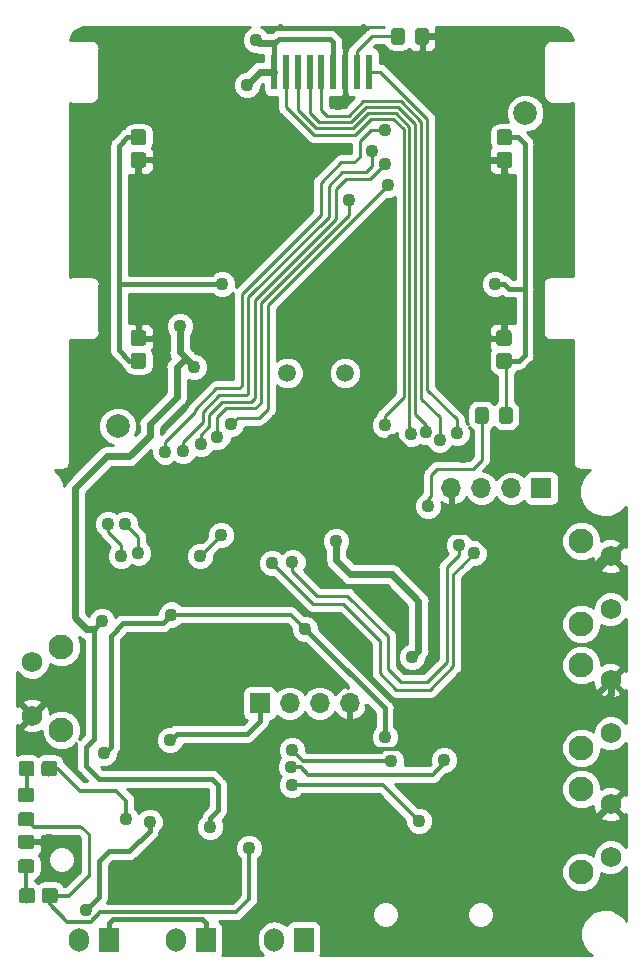
<source format=gbr>
G04 #@! TF.GenerationSoftware,KiCad,Pcbnew,(5.0.0)*
G04 #@! TF.CreationDate,2019-12-21T17:29:24+07:00*
G04 #@! TF.ProjectId,mrbot,6D72626F742E6B696361645F70636200,rev?*
G04 #@! TF.SameCoordinates,Original*
G04 #@! TF.FileFunction,Copper,L2,Bot,Signal*
G04 #@! TF.FilePolarity,Positive*
%FSLAX46Y46*%
G04 Gerber Fmt 4.6, Leading zero omitted, Abs format (unit mm)*
G04 Created by KiCad (PCBNEW (5.0.0)) date 12/21/19 17:29:24*
%MOMM*%
%LPD*%
G01*
G04 APERTURE LIST*
G04 #@! TA.AperFunction,ViaPad*
%ADD10C,2.000000*%
G04 #@! TD*
G04 #@! TA.AperFunction,SMDPad,CuDef*
%ADD11R,0.600000X3.000000*%
G04 #@! TD*
G04 #@! TA.AperFunction,Conductor*
%ADD12C,0.100000*%
G04 #@! TD*
G04 #@! TA.AperFunction,SMDPad,CuDef*
%ADD13C,1.150000*%
G04 #@! TD*
G04 #@! TA.AperFunction,SMDPad,CuDef*
%ADD14C,1.300000*%
G04 #@! TD*
G04 #@! TA.AperFunction,ComponentPad*
%ADD15R,1.700000X2.000000*%
G04 #@! TD*
G04 #@! TA.AperFunction,ComponentPad*
%ADD16O,1.700000X2.000000*%
G04 #@! TD*
G04 #@! TA.AperFunction,ComponentPad*
%ADD17R,1.700000X1.700000*%
G04 #@! TD*
G04 #@! TA.AperFunction,ComponentPad*
%ADD18O,1.700000X1.700000*%
G04 #@! TD*
G04 #@! TA.AperFunction,ComponentPad*
%ADD19C,2.100000*%
G04 #@! TD*
G04 #@! TA.AperFunction,ComponentPad*
%ADD20C,1.750000*%
G04 #@! TD*
G04 #@! TA.AperFunction,ComponentPad*
%ADD21C,1.500000*%
G04 #@! TD*
G04 #@! TA.AperFunction,ViaPad*
%ADD22C,1.108000*%
G04 #@! TD*
G04 #@! TA.AperFunction,Conductor*
%ADD23C,0.300000*%
G04 #@! TD*
G04 #@! TA.AperFunction,Conductor*
%ADD24C,0.600000*%
G04 #@! TD*
G04 #@! TA.AperFunction,Conductor*
%ADD25C,0.400000*%
G04 #@! TD*
G04 #@! TA.AperFunction,Conductor*
%ADD26C,0.254000*%
G04 #@! TD*
G04 APERTURE END LIST*
D10*
G04 #@! TO.N,*
G04 #@! TO.C,U4*
X130750000Y-61500000D03*
D11*
G04 #@! TD*
G04 #@! TO.P,U4,9*
G04 #@! TO.N,+3V3*
X144000000Y-31500000D03*
G04 #@! TO.P,U4,8*
G04 #@! TO.N,/LCD_CLK*
X145000000Y-31500000D03*
G04 #@! TO.P,U4,7*
G04 #@! TO.N,/LCD_DIN*
X146000000Y-31500000D03*
G04 #@! TO.P,U4,6*
G04 #@! TO.N,/LCD_DC*
X147000000Y-31500000D03*
G04 #@! TO.P,U4,1*
G04 #@! TO.N,/LCD_RST*
X152000000Y-31500000D03*
G04 #@! TO.P,U4,2*
G04 #@! TO.N,Net-(C23-Pad1)*
X151000000Y-31500000D03*
G04 #@! TO.P,U4,5*
G04 #@! TO.N,/LCD_CE*
X148000000Y-31500000D03*
G04 #@! TO.P,U4,4*
G04 #@! TO.N,+3V3*
X149000000Y-31500000D03*
G04 #@! TO.P,U4,3*
G04 #@! TO.N,GND*
X150000000Y-31500000D03*
D10*
G04 #@! TD*
G04 #@! TO.N,*
G04 #@! TO.C,U4*
X165250000Y-35000000D03*
D12*
G04 #@! TO.N,Net-(C23-Pad1)*
G04 #@! TO.C,C23*
G36*
X154824505Y-27801204D02*
X154848773Y-27804804D01*
X154872572Y-27810765D01*
X154895671Y-27819030D01*
X154917850Y-27829520D01*
X154938893Y-27842132D01*
X154958599Y-27856747D01*
X154976777Y-27873223D01*
X154993253Y-27891401D01*
X155007868Y-27911107D01*
X155020480Y-27932150D01*
X155030970Y-27954329D01*
X155039235Y-27977428D01*
X155045196Y-28001227D01*
X155048796Y-28025495D01*
X155050000Y-28049999D01*
X155050000Y-28950001D01*
X155048796Y-28974505D01*
X155045196Y-28998773D01*
X155039235Y-29022572D01*
X155030970Y-29045671D01*
X155020480Y-29067850D01*
X155007868Y-29088893D01*
X154993253Y-29108599D01*
X154976777Y-29126777D01*
X154958599Y-29143253D01*
X154938893Y-29157868D01*
X154917850Y-29170480D01*
X154895671Y-29180970D01*
X154872572Y-29189235D01*
X154848773Y-29195196D01*
X154824505Y-29198796D01*
X154800001Y-29200000D01*
X154149999Y-29200000D01*
X154125495Y-29198796D01*
X154101227Y-29195196D01*
X154077428Y-29189235D01*
X154054329Y-29180970D01*
X154032150Y-29170480D01*
X154011107Y-29157868D01*
X153991401Y-29143253D01*
X153973223Y-29126777D01*
X153956747Y-29108599D01*
X153942132Y-29088893D01*
X153929520Y-29067850D01*
X153919030Y-29045671D01*
X153910765Y-29022572D01*
X153904804Y-28998773D01*
X153901204Y-28974505D01*
X153900000Y-28950001D01*
X153900000Y-28049999D01*
X153901204Y-28025495D01*
X153904804Y-28001227D01*
X153910765Y-27977428D01*
X153919030Y-27954329D01*
X153929520Y-27932150D01*
X153942132Y-27911107D01*
X153956747Y-27891401D01*
X153973223Y-27873223D01*
X153991401Y-27856747D01*
X154011107Y-27842132D01*
X154032150Y-27829520D01*
X154054329Y-27819030D01*
X154077428Y-27810765D01*
X154101227Y-27804804D01*
X154125495Y-27801204D01*
X154149999Y-27800000D01*
X154800001Y-27800000D01*
X154824505Y-27801204D01*
X154824505Y-27801204D01*
G37*
D13*
G04 #@! TD*
G04 #@! TO.P,C23,1*
G04 #@! TO.N,Net-(C23-Pad1)*
X154475000Y-28500000D03*
D12*
G04 #@! TO.N,GND*
G04 #@! TO.C,C23*
G36*
X156874505Y-27801204D02*
X156898773Y-27804804D01*
X156922572Y-27810765D01*
X156945671Y-27819030D01*
X156967850Y-27829520D01*
X156988893Y-27842132D01*
X157008599Y-27856747D01*
X157026777Y-27873223D01*
X157043253Y-27891401D01*
X157057868Y-27911107D01*
X157070480Y-27932150D01*
X157080970Y-27954329D01*
X157089235Y-27977428D01*
X157095196Y-28001227D01*
X157098796Y-28025495D01*
X157100000Y-28049999D01*
X157100000Y-28950001D01*
X157098796Y-28974505D01*
X157095196Y-28998773D01*
X157089235Y-29022572D01*
X157080970Y-29045671D01*
X157070480Y-29067850D01*
X157057868Y-29088893D01*
X157043253Y-29108599D01*
X157026777Y-29126777D01*
X157008599Y-29143253D01*
X156988893Y-29157868D01*
X156967850Y-29170480D01*
X156945671Y-29180970D01*
X156922572Y-29189235D01*
X156898773Y-29195196D01*
X156874505Y-29198796D01*
X156850001Y-29200000D01*
X156199999Y-29200000D01*
X156175495Y-29198796D01*
X156151227Y-29195196D01*
X156127428Y-29189235D01*
X156104329Y-29180970D01*
X156082150Y-29170480D01*
X156061107Y-29157868D01*
X156041401Y-29143253D01*
X156023223Y-29126777D01*
X156006747Y-29108599D01*
X155992132Y-29088893D01*
X155979520Y-29067850D01*
X155969030Y-29045671D01*
X155960765Y-29022572D01*
X155954804Y-28998773D01*
X155951204Y-28974505D01*
X155950000Y-28950001D01*
X155950000Y-28049999D01*
X155951204Y-28025495D01*
X155954804Y-28001227D01*
X155960765Y-27977428D01*
X155969030Y-27954329D01*
X155979520Y-27932150D01*
X155992132Y-27911107D01*
X156006747Y-27891401D01*
X156023223Y-27873223D01*
X156041401Y-27856747D01*
X156061107Y-27842132D01*
X156082150Y-27829520D01*
X156104329Y-27819030D01*
X156127428Y-27810765D01*
X156151227Y-27804804D01*
X156175495Y-27801204D01*
X156199999Y-27800000D01*
X156850001Y-27800000D01*
X156874505Y-27801204D01*
X156874505Y-27801204D01*
G37*
D13*
G04 #@! TD*
G04 #@! TO.P,C23,2*
G04 #@! TO.N,GND*
X156525000Y-28500000D03*
D12*
G04 #@! TO.N,Net-(D2-Pad2)*
G04 #@! TO.C,D2*
G36*
X163924504Y-36376204D02*
X163948773Y-36379804D01*
X163972571Y-36385765D01*
X163995671Y-36394030D01*
X164017849Y-36404520D01*
X164038893Y-36417133D01*
X164058598Y-36431747D01*
X164076777Y-36448223D01*
X164093253Y-36466402D01*
X164107867Y-36486107D01*
X164120480Y-36507151D01*
X164130970Y-36529329D01*
X164139235Y-36552429D01*
X164145196Y-36576227D01*
X164148796Y-36600496D01*
X164150000Y-36625000D01*
X164150000Y-37450000D01*
X164148796Y-37474504D01*
X164145196Y-37498773D01*
X164139235Y-37522571D01*
X164130970Y-37545671D01*
X164120480Y-37567849D01*
X164107867Y-37588893D01*
X164093253Y-37608598D01*
X164076777Y-37626777D01*
X164058598Y-37643253D01*
X164038893Y-37657867D01*
X164017849Y-37670480D01*
X163995671Y-37680970D01*
X163972571Y-37689235D01*
X163948773Y-37695196D01*
X163924504Y-37698796D01*
X163900000Y-37700000D01*
X163100000Y-37700000D01*
X163075496Y-37698796D01*
X163051227Y-37695196D01*
X163027429Y-37689235D01*
X163004329Y-37680970D01*
X162982151Y-37670480D01*
X162961107Y-37657867D01*
X162941402Y-37643253D01*
X162923223Y-37626777D01*
X162906747Y-37608598D01*
X162892133Y-37588893D01*
X162879520Y-37567849D01*
X162869030Y-37545671D01*
X162860765Y-37522571D01*
X162854804Y-37498773D01*
X162851204Y-37474504D01*
X162850000Y-37450000D01*
X162850000Y-36625000D01*
X162851204Y-36600496D01*
X162854804Y-36576227D01*
X162860765Y-36552429D01*
X162869030Y-36529329D01*
X162879520Y-36507151D01*
X162892133Y-36486107D01*
X162906747Y-36466402D01*
X162923223Y-36448223D01*
X162941402Y-36431747D01*
X162961107Y-36417133D01*
X162982151Y-36404520D01*
X163004329Y-36394030D01*
X163027429Y-36385765D01*
X163051227Y-36379804D01*
X163075496Y-36376204D01*
X163100000Y-36375000D01*
X163900000Y-36375000D01*
X163924504Y-36376204D01*
X163924504Y-36376204D01*
G37*
D14*
G04 #@! TD*
G04 #@! TO.P,D2,2*
G04 #@! TO.N,Net-(D2-Pad2)*
X163500000Y-37037500D03*
D12*
G04 #@! TO.N,GND*
G04 #@! TO.C,D2*
G36*
X163924504Y-38301204D02*
X163948773Y-38304804D01*
X163972571Y-38310765D01*
X163995671Y-38319030D01*
X164017849Y-38329520D01*
X164038893Y-38342133D01*
X164058598Y-38356747D01*
X164076777Y-38373223D01*
X164093253Y-38391402D01*
X164107867Y-38411107D01*
X164120480Y-38432151D01*
X164130970Y-38454329D01*
X164139235Y-38477429D01*
X164145196Y-38501227D01*
X164148796Y-38525496D01*
X164150000Y-38550000D01*
X164150000Y-39375000D01*
X164148796Y-39399504D01*
X164145196Y-39423773D01*
X164139235Y-39447571D01*
X164130970Y-39470671D01*
X164120480Y-39492849D01*
X164107867Y-39513893D01*
X164093253Y-39533598D01*
X164076777Y-39551777D01*
X164058598Y-39568253D01*
X164038893Y-39582867D01*
X164017849Y-39595480D01*
X163995671Y-39605970D01*
X163972571Y-39614235D01*
X163948773Y-39620196D01*
X163924504Y-39623796D01*
X163900000Y-39625000D01*
X163100000Y-39625000D01*
X163075496Y-39623796D01*
X163051227Y-39620196D01*
X163027429Y-39614235D01*
X163004329Y-39605970D01*
X162982151Y-39595480D01*
X162961107Y-39582867D01*
X162941402Y-39568253D01*
X162923223Y-39551777D01*
X162906747Y-39533598D01*
X162892133Y-39513893D01*
X162879520Y-39492849D01*
X162869030Y-39470671D01*
X162860765Y-39447571D01*
X162854804Y-39423773D01*
X162851204Y-39399504D01*
X162850000Y-39375000D01*
X162850000Y-38550000D01*
X162851204Y-38525496D01*
X162854804Y-38501227D01*
X162860765Y-38477429D01*
X162869030Y-38454329D01*
X162879520Y-38432151D01*
X162892133Y-38411107D01*
X162906747Y-38391402D01*
X162923223Y-38373223D01*
X162941402Y-38356747D01*
X162961107Y-38342133D01*
X162982151Y-38329520D01*
X163004329Y-38319030D01*
X163027429Y-38310765D01*
X163051227Y-38304804D01*
X163075496Y-38301204D01*
X163100000Y-38300000D01*
X163900000Y-38300000D01*
X163924504Y-38301204D01*
X163924504Y-38301204D01*
G37*
D14*
G04 #@! TD*
G04 #@! TO.P,D2,1*
G04 #@! TO.N,GND*
X163500000Y-38962500D03*
D12*
G04 #@! TO.N,GND*
G04 #@! TO.C,D3*
G36*
X163874504Y-53376204D02*
X163898773Y-53379804D01*
X163922571Y-53385765D01*
X163945671Y-53394030D01*
X163967849Y-53404520D01*
X163988893Y-53417133D01*
X164008598Y-53431747D01*
X164026777Y-53448223D01*
X164043253Y-53466402D01*
X164057867Y-53486107D01*
X164070480Y-53507151D01*
X164080970Y-53529329D01*
X164089235Y-53552429D01*
X164095196Y-53576227D01*
X164098796Y-53600496D01*
X164100000Y-53625000D01*
X164100000Y-54450000D01*
X164098796Y-54474504D01*
X164095196Y-54498773D01*
X164089235Y-54522571D01*
X164080970Y-54545671D01*
X164070480Y-54567849D01*
X164057867Y-54588893D01*
X164043253Y-54608598D01*
X164026777Y-54626777D01*
X164008598Y-54643253D01*
X163988893Y-54657867D01*
X163967849Y-54670480D01*
X163945671Y-54680970D01*
X163922571Y-54689235D01*
X163898773Y-54695196D01*
X163874504Y-54698796D01*
X163850000Y-54700000D01*
X163050000Y-54700000D01*
X163025496Y-54698796D01*
X163001227Y-54695196D01*
X162977429Y-54689235D01*
X162954329Y-54680970D01*
X162932151Y-54670480D01*
X162911107Y-54657867D01*
X162891402Y-54643253D01*
X162873223Y-54626777D01*
X162856747Y-54608598D01*
X162842133Y-54588893D01*
X162829520Y-54567849D01*
X162819030Y-54545671D01*
X162810765Y-54522571D01*
X162804804Y-54498773D01*
X162801204Y-54474504D01*
X162800000Y-54450000D01*
X162800000Y-53625000D01*
X162801204Y-53600496D01*
X162804804Y-53576227D01*
X162810765Y-53552429D01*
X162819030Y-53529329D01*
X162829520Y-53507151D01*
X162842133Y-53486107D01*
X162856747Y-53466402D01*
X162873223Y-53448223D01*
X162891402Y-53431747D01*
X162911107Y-53417133D01*
X162932151Y-53404520D01*
X162954329Y-53394030D01*
X162977429Y-53385765D01*
X163001227Y-53379804D01*
X163025496Y-53376204D01*
X163050000Y-53375000D01*
X163850000Y-53375000D01*
X163874504Y-53376204D01*
X163874504Y-53376204D01*
G37*
D14*
G04 #@! TD*
G04 #@! TO.P,D3,1*
G04 #@! TO.N,GND*
X163450000Y-54037500D03*
D12*
G04 #@! TO.N,Net-(D2-Pad2)*
G04 #@! TO.C,D3*
G36*
X163874504Y-55301204D02*
X163898773Y-55304804D01*
X163922571Y-55310765D01*
X163945671Y-55319030D01*
X163967849Y-55329520D01*
X163988893Y-55342133D01*
X164008598Y-55356747D01*
X164026777Y-55373223D01*
X164043253Y-55391402D01*
X164057867Y-55411107D01*
X164070480Y-55432151D01*
X164080970Y-55454329D01*
X164089235Y-55477429D01*
X164095196Y-55501227D01*
X164098796Y-55525496D01*
X164100000Y-55550000D01*
X164100000Y-56375000D01*
X164098796Y-56399504D01*
X164095196Y-56423773D01*
X164089235Y-56447571D01*
X164080970Y-56470671D01*
X164070480Y-56492849D01*
X164057867Y-56513893D01*
X164043253Y-56533598D01*
X164026777Y-56551777D01*
X164008598Y-56568253D01*
X163988893Y-56582867D01*
X163967849Y-56595480D01*
X163945671Y-56605970D01*
X163922571Y-56614235D01*
X163898773Y-56620196D01*
X163874504Y-56623796D01*
X163850000Y-56625000D01*
X163050000Y-56625000D01*
X163025496Y-56623796D01*
X163001227Y-56620196D01*
X162977429Y-56614235D01*
X162954329Y-56605970D01*
X162932151Y-56595480D01*
X162911107Y-56582867D01*
X162891402Y-56568253D01*
X162873223Y-56551777D01*
X162856747Y-56533598D01*
X162842133Y-56513893D01*
X162829520Y-56492849D01*
X162819030Y-56470671D01*
X162810765Y-56447571D01*
X162804804Y-56423773D01*
X162801204Y-56399504D01*
X162800000Y-56375000D01*
X162800000Y-55550000D01*
X162801204Y-55525496D01*
X162804804Y-55501227D01*
X162810765Y-55477429D01*
X162819030Y-55454329D01*
X162829520Y-55432151D01*
X162842133Y-55411107D01*
X162856747Y-55391402D01*
X162873223Y-55373223D01*
X162891402Y-55356747D01*
X162911107Y-55342133D01*
X162932151Y-55329520D01*
X162954329Y-55319030D01*
X162977429Y-55310765D01*
X163001227Y-55304804D01*
X163025496Y-55301204D01*
X163050000Y-55300000D01*
X163850000Y-55300000D01*
X163874504Y-55301204D01*
X163874504Y-55301204D01*
G37*
D14*
G04 #@! TD*
G04 #@! TO.P,D3,2*
G04 #@! TO.N,Net-(D2-Pad2)*
X163450000Y-55962500D03*
D12*
G04 #@! TO.N,GND*
G04 #@! TO.C,D4*
G36*
X132924504Y-38301204D02*
X132948773Y-38304804D01*
X132972571Y-38310765D01*
X132995671Y-38319030D01*
X133017849Y-38329520D01*
X133038893Y-38342133D01*
X133058598Y-38356747D01*
X133076777Y-38373223D01*
X133093253Y-38391402D01*
X133107867Y-38411107D01*
X133120480Y-38432151D01*
X133130970Y-38454329D01*
X133139235Y-38477429D01*
X133145196Y-38501227D01*
X133148796Y-38525496D01*
X133150000Y-38550000D01*
X133150000Y-39375000D01*
X133148796Y-39399504D01*
X133145196Y-39423773D01*
X133139235Y-39447571D01*
X133130970Y-39470671D01*
X133120480Y-39492849D01*
X133107867Y-39513893D01*
X133093253Y-39533598D01*
X133076777Y-39551777D01*
X133058598Y-39568253D01*
X133038893Y-39582867D01*
X133017849Y-39595480D01*
X132995671Y-39605970D01*
X132972571Y-39614235D01*
X132948773Y-39620196D01*
X132924504Y-39623796D01*
X132900000Y-39625000D01*
X132100000Y-39625000D01*
X132075496Y-39623796D01*
X132051227Y-39620196D01*
X132027429Y-39614235D01*
X132004329Y-39605970D01*
X131982151Y-39595480D01*
X131961107Y-39582867D01*
X131941402Y-39568253D01*
X131923223Y-39551777D01*
X131906747Y-39533598D01*
X131892133Y-39513893D01*
X131879520Y-39492849D01*
X131869030Y-39470671D01*
X131860765Y-39447571D01*
X131854804Y-39423773D01*
X131851204Y-39399504D01*
X131850000Y-39375000D01*
X131850000Y-38550000D01*
X131851204Y-38525496D01*
X131854804Y-38501227D01*
X131860765Y-38477429D01*
X131869030Y-38454329D01*
X131879520Y-38432151D01*
X131892133Y-38411107D01*
X131906747Y-38391402D01*
X131923223Y-38373223D01*
X131941402Y-38356747D01*
X131961107Y-38342133D01*
X131982151Y-38329520D01*
X132004329Y-38319030D01*
X132027429Y-38310765D01*
X132051227Y-38304804D01*
X132075496Y-38301204D01*
X132100000Y-38300000D01*
X132900000Y-38300000D01*
X132924504Y-38301204D01*
X132924504Y-38301204D01*
G37*
D14*
G04 #@! TD*
G04 #@! TO.P,D4,1*
G04 #@! TO.N,GND*
X132500000Y-38962500D03*
D12*
G04 #@! TO.N,Net-(D2-Pad2)*
G04 #@! TO.C,D4*
G36*
X132924504Y-36376204D02*
X132948773Y-36379804D01*
X132972571Y-36385765D01*
X132995671Y-36394030D01*
X133017849Y-36404520D01*
X133038893Y-36417133D01*
X133058598Y-36431747D01*
X133076777Y-36448223D01*
X133093253Y-36466402D01*
X133107867Y-36486107D01*
X133120480Y-36507151D01*
X133130970Y-36529329D01*
X133139235Y-36552429D01*
X133145196Y-36576227D01*
X133148796Y-36600496D01*
X133150000Y-36625000D01*
X133150000Y-37450000D01*
X133148796Y-37474504D01*
X133145196Y-37498773D01*
X133139235Y-37522571D01*
X133130970Y-37545671D01*
X133120480Y-37567849D01*
X133107867Y-37588893D01*
X133093253Y-37608598D01*
X133076777Y-37626777D01*
X133058598Y-37643253D01*
X133038893Y-37657867D01*
X133017849Y-37670480D01*
X132995671Y-37680970D01*
X132972571Y-37689235D01*
X132948773Y-37695196D01*
X132924504Y-37698796D01*
X132900000Y-37700000D01*
X132100000Y-37700000D01*
X132075496Y-37698796D01*
X132051227Y-37695196D01*
X132027429Y-37689235D01*
X132004329Y-37680970D01*
X131982151Y-37670480D01*
X131961107Y-37657867D01*
X131941402Y-37643253D01*
X131923223Y-37626777D01*
X131906747Y-37608598D01*
X131892133Y-37588893D01*
X131879520Y-37567849D01*
X131869030Y-37545671D01*
X131860765Y-37522571D01*
X131854804Y-37498773D01*
X131851204Y-37474504D01*
X131850000Y-37450000D01*
X131850000Y-36625000D01*
X131851204Y-36600496D01*
X131854804Y-36576227D01*
X131860765Y-36552429D01*
X131869030Y-36529329D01*
X131879520Y-36507151D01*
X131892133Y-36486107D01*
X131906747Y-36466402D01*
X131923223Y-36448223D01*
X131941402Y-36431747D01*
X131961107Y-36417133D01*
X131982151Y-36404520D01*
X132004329Y-36394030D01*
X132027429Y-36385765D01*
X132051227Y-36379804D01*
X132075496Y-36376204D01*
X132100000Y-36375000D01*
X132900000Y-36375000D01*
X132924504Y-36376204D01*
X132924504Y-36376204D01*
G37*
D14*
G04 #@! TD*
G04 #@! TO.P,D4,2*
G04 #@! TO.N,Net-(D2-Pad2)*
X132500000Y-37037500D03*
D12*
G04 #@! TO.N,Net-(D2-Pad2)*
G04 #@! TO.C,D5*
G36*
X132924504Y-55301204D02*
X132948773Y-55304804D01*
X132972571Y-55310765D01*
X132995671Y-55319030D01*
X133017849Y-55329520D01*
X133038893Y-55342133D01*
X133058598Y-55356747D01*
X133076777Y-55373223D01*
X133093253Y-55391402D01*
X133107867Y-55411107D01*
X133120480Y-55432151D01*
X133130970Y-55454329D01*
X133139235Y-55477429D01*
X133145196Y-55501227D01*
X133148796Y-55525496D01*
X133150000Y-55550000D01*
X133150000Y-56375000D01*
X133148796Y-56399504D01*
X133145196Y-56423773D01*
X133139235Y-56447571D01*
X133130970Y-56470671D01*
X133120480Y-56492849D01*
X133107867Y-56513893D01*
X133093253Y-56533598D01*
X133076777Y-56551777D01*
X133058598Y-56568253D01*
X133038893Y-56582867D01*
X133017849Y-56595480D01*
X132995671Y-56605970D01*
X132972571Y-56614235D01*
X132948773Y-56620196D01*
X132924504Y-56623796D01*
X132900000Y-56625000D01*
X132100000Y-56625000D01*
X132075496Y-56623796D01*
X132051227Y-56620196D01*
X132027429Y-56614235D01*
X132004329Y-56605970D01*
X131982151Y-56595480D01*
X131961107Y-56582867D01*
X131941402Y-56568253D01*
X131923223Y-56551777D01*
X131906747Y-56533598D01*
X131892133Y-56513893D01*
X131879520Y-56492849D01*
X131869030Y-56470671D01*
X131860765Y-56447571D01*
X131854804Y-56423773D01*
X131851204Y-56399504D01*
X131850000Y-56375000D01*
X131850000Y-55550000D01*
X131851204Y-55525496D01*
X131854804Y-55501227D01*
X131860765Y-55477429D01*
X131869030Y-55454329D01*
X131879520Y-55432151D01*
X131892133Y-55411107D01*
X131906747Y-55391402D01*
X131923223Y-55373223D01*
X131941402Y-55356747D01*
X131961107Y-55342133D01*
X131982151Y-55329520D01*
X132004329Y-55319030D01*
X132027429Y-55310765D01*
X132051227Y-55304804D01*
X132075496Y-55301204D01*
X132100000Y-55300000D01*
X132900000Y-55300000D01*
X132924504Y-55301204D01*
X132924504Y-55301204D01*
G37*
D14*
G04 #@! TD*
G04 #@! TO.P,D5,2*
G04 #@! TO.N,Net-(D2-Pad2)*
X132500000Y-55962500D03*
D12*
G04 #@! TO.N,GND*
G04 #@! TO.C,D5*
G36*
X132924504Y-53376204D02*
X132948773Y-53379804D01*
X132972571Y-53385765D01*
X132995671Y-53394030D01*
X133017849Y-53404520D01*
X133038893Y-53417133D01*
X133058598Y-53431747D01*
X133076777Y-53448223D01*
X133093253Y-53466402D01*
X133107867Y-53486107D01*
X133120480Y-53507151D01*
X133130970Y-53529329D01*
X133139235Y-53552429D01*
X133145196Y-53576227D01*
X133148796Y-53600496D01*
X133150000Y-53625000D01*
X133150000Y-54450000D01*
X133148796Y-54474504D01*
X133145196Y-54498773D01*
X133139235Y-54522571D01*
X133130970Y-54545671D01*
X133120480Y-54567849D01*
X133107867Y-54588893D01*
X133093253Y-54608598D01*
X133076777Y-54626777D01*
X133058598Y-54643253D01*
X133038893Y-54657867D01*
X133017849Y-54670480D01*
X132995671Y-54680970D01*
X132972571Y-54689235D01*
X132948773Y-54695196D01*
X132924504Y-54698796D01*
X132900000Y-54700000D01*
X132100000Y-54700000D01*
X132075496Y-54698796D01*
X132051227Y-54695196D01*
X132027429Y-54689235D01*
X132004329Y-54680970D01*
X131982151Y-54670480D01*
X131961107Y-54657867D01*
X131941402Y-54643253D01*
X131923223Y-54626777D01*
X131906747Y-54608598D01*
X131892133Y-54588893D01*
X131879520Y-54567849D01*
X131869030Y-54545671D01*
X131860765Y-54522571D01*
X131854804Y-54498773D01*
X131851204Y-54474504D01*
X131850000Y-54450000D01*
X131850000Y-53625000D01*
X131851204Y-53600496D01*
X131854804Y-53576227D01*
X131860765Y-53552429D01*
X131869030Y-53529329D01*
X131879520Y-53507151D01*
X131892133Y-53486107D01*
X131906747Y-53466402D01*
X131923223Y-53448223D01*
X131941402Y-53431747D01*
X131961107Y-53417133D01*
X131982151Y-53404520D01*
X132004329Y-53394030D01*
X132027429Y-53385765D01*
X132051227Y-53379804D01*
X132075496Y-53376204D01*
X132100000Y-53375000D01*
X132900000Y-53375000D01*
X132924504Y-53376204D01*
X132924504Y-53376204D01*
G37*
D14*
G04 #@! TD*
G04 #@! TO.P,D5,1*
G04 #@! TO.N,GND*
X132500000Y-54037500D03*
D12*
G04 #@! TO.N,Net-(D6-Pad1)*
G04 #@! TO.C,D6*
G36*
X123474504Y-89851204D02*
X123498773Y-89854804D01*
X123522571Y-89860765D01*
X123545671Y-89869030D01*
X123567849Y-89879520D01*
X123588893Y-89892133D01*
X123608598Y-89906747D01*
X123626777Y-89923223D01*
X123643253Y-89941402D01*
X123657867Y-89961107D01*
X123670480Y-89982151D01*
X123680970Y-90004329D01*
X123689235Y-90027429D01*
X123695196Y-90051227D01*
X123698796Y-90075496D01*
X123700000Y-90100000D01*
X123700000Y-90900000D01*
X123698796Y-90924504D01*
X123695196Y-90948773D01*
X123689235Y-90972571D01*
X123680970Y-90995671D01*
X123670480Y-91017849D01*
X123657867Y-91038893D01*
X123643253Y-91058598D01*
X123626777Y-91076777D01*
X123608598Y-91093253D01*
X123588893Y-91107867D01*
X123567849Y-91120480D01*
X123545671Y-91130970D01*
X123522571Y-91139235D01*
X123498773Y-91145196D01*
X123474504Y-91148796D01*
X123450000Y-91150000D01*
X122625000Y-91150000D01*
X122600496Y-91148796D01*
X122576227Y-91145196D01*
X122552429Y-91139235D01*
X122529329Y-91130970D01*
X122507151Y-91120480D01*
X122486107Y-91107867D01*
X122466402Y-91093253D01*
X122448223Y-91076777D01*
X122431747Y-91058598D01*
X122417133Y-91038893D01*
X122404520Y-91017849D01*
X122394030Y-90995671D01*
X122385765Y-90972571D01*
X122379804Y-90948773D01*
X122376204Y-90924504D01*
X122375000Y-90900000D01*
X122375000Y-90100000D01*
X122376204Y-90075496D01*
X122379804Y-90051227D01*
X122385765Y-90027429D01*
X122394030Y-90004329D01*
X122404520Y-89982151D01*
X122417133Y-89961107D01*
X122431747Y-89941402D01*
X122448223Y-89923223D01*
X122466402Y-89906747D01*
X122486107Y-89892133D01*
X122507151Y-89879520D01*
X122529329Y-89869030D01*
X122552429Y-89860765D01*
X122576227Y-89854804D01*
X122600496Y-89851204D01*
X122625000Y-89850000D01*
X123450000Y-89850000D01*
X123474504Y-89851204D01*
X123474504Y-89851204D01*
G37*
D14*
G04 #@! TD*
G04 #@! TO.P,D6,1*
G04 #@! TO.N,Net-(D6-Pad1)*
X123037500Y-90500000D03*
D12*
G04 #@! TO.N,Net-(C24-Pad1)*
G04 #@! TO.C,D6*
G36*
X125399504Y-89851204D02*
X125423773Y-89854804D01*
X125447571Y-89860765D01*
X125470671Y-89869030D01*
X125492849Y-89879520D01*
X125513893Y-89892133D01*
X125533598Y-89906747D01*
X125551777Y-89923223D01*
X125568253Y-89941402D01*
X125582867Y-89961107D01*
X125595480Y-89982151D01*
X125605970Y-90004329D01*
X125614235Y-90027429D01*
X125620196Y-90051227D01*
X125623796Y-90075496D01*
X125625000Y-90100000D01*
X125625000Y-90900000D01*
X125623796Y-90924504D01*
X125620196Y-90948773D01*
X125614235Y-90972571D01*
X125605970Y-90995671D01*
X125595480Y-91017849D01*
X125582867Y-91038893D01*
X125568253Y-91058598D01*
X125551777Y-91076777D01*
X125533598Y-91093253D01*
X125513893Y-91107867D01*
X125492849Y-91120480D01*
X125470671Y-91130970D01*
X125447571Y-91139235D01*
X125423773Y-91145196D01*
X125399504Y-91148796D01*
X125375000Y-91150000D01*
X124550000Y-91150000D01*
X124525496Y-91148796D01*
X124501227Y-91145196D01*
X124477429Y-91139235D01*
X124454329Y-91130970D01*
X124432151Y-91120480D01*
X124411107Y-91107867D01*
X124391402Y-91093253D01*
X124373223Y-91076777D01*
X124356747Y-91058598D01*
X124342133Y-91038893D01*
X124329520Y-91017849D01*
X124319030Y-90995671D01*
X124310765Y-90972571D01*
X124304804Y-90948773D01*
X124301204Y-90924504D01*
X124300000Y-90900000D01*
X124300000Y-90100000D01*
X124301204Y-90075496D01*
X124304804Y-90051227D01*
X124310765Y-90027429D01*
X124319030Y-90004329D01*
X124329520Y-89982151D01*
X124342133Y-89961107D01*
X124356747Y-89941402D01*
X124373223Y-89923223D01*
X124391402Y-89906747D01*
X124411107Y-89892133D01*
X124432151Y-89879520D01*
X124454329Y-89869030D01*
X124477429Y-89860765D01*
X124501227Y-89854804D01*
X124525496Y-89851204D01*
X124550000Y-89850000D01*
X125375000Y-89850000D01*
X125399504Y-89851204D01*
X125399504Y-89851204D01*
G37*
D14*
G04 #@! TD*
G04 #@! TO.P,D6,2*
G04 #@! TO.N,Net-(C24-Pad1)*
X124962500Y-90500000D03*
D12*
G04 #@! TO.N,Net-(D7-Pad1)*
G04 #@! TO.C,D7*
G36*
X123512004Y-100601204D02*
X123536273Y-100604804D01*
X123560071Y-100610765D01*
X123583171Y-100619030D01*
X123605349Y-100629520D01*
X123626393Y-100642133D01*
X123646098Y-100656747D01*
X123664277Y-100673223D01*
X123680753Y-100691402D01*
X123695367Y-100711107D01*
X123707980Y-100732151D01*
X123718470Y-100754329D01*
X123726735Y-100777429D01*
X123732696Y-100801227D01*
X123736296Y-100825496D01*
X123737500Y-100850000D01*
X123737500Y-101650000D01*
X123736296Y-101674504D01*
X123732696Y-101698773D01*
X123726735Y-101722571D01*
X123718470Y-101745671D01*
X123707980Y-101767849D01*
X123695367Y-101788893D01*
X123680753Y-101808598D01*
X123664277Y-101826777D01*
X123646098Y-101843253D01*
X123626393Y-101857867D01*
X123605349Y-101870480D01*
X123583171Y-101880970D01*
X123560071Y-101889235D01*
X123536273Y-101895196D01*
X123512004Y-101898796D01*
X123487500Y-101900000D01*
X122662500Y-101900000D01*
X122637996Y-101898796D01*
X122613727Y-101895196D01*
X122589929Y-101889235D01*
X122566829Y-101880970D01*
X122544651Y-101870480D01*
X122523607Y-101857867D01*
X122503902Y-101843253D01*
X122485723Y-101826777D01*
X122469247Y-101808598D01*
X122454633Y-101788893D01*
X122442020Y-101767849D01*
X122431530Y-101745671D01*
X122423265Y-101722571D01*
X122417304Y-101698773D01*
X122413704Y-101674504D01*
X122412500Y-101650000D01*
X122412500Y-100850000D01*
X122413704Y-100825496D01*
X122417304Y-100801227D01*
X122423265Y-100777429D01*
X122431530Y-100754329D01*
X122442020Y-100732151D01*
X122454633Y-100711107D01*
X122469247Y-100691402D01*
X122485723Y-100673223D01*
X122503902Y-100656747D01*
X122523607Y-100642133D01*
X122544651Y-100629520D01*
X122566829Y-100619030D01*
X122589929Y-100610765D01*
X122613727Y-100604804D01*
X122637996Y-100601204D01*
X122662500Y-100600000D01*
X123487500Y-100600000D01*
X123512004Y-100601204D01*
X123512004Y-100601204D01*
G37*
D14*
G04 #@! TD*
G04 #@! TO.P,D7,1*
G04 #@! TO.N,Net-(D7-Pad1)*
X123075000Y-101250000D03*
D12*
G04 #@! TO.N,Net-(D7-Pad2)*
G04 #@! TO.C,D7*
G36*
X125437004Y-100601204D02*
X125461273Y-100604804D01*
X125485071Y-100610765D01*
X125508171Y-100619030D01*
X125530349Y-100629520D01*
X125551393Y-100642133D01*
X125571098Y-100656747D01*
X125589277Y-100673223D01*
X125605753Y-100691402D01*
X125620367Y-100711107D01*
X125632980Y-100732151D01*
X125643470Y-100754329D01*
X125651735Y-100777429D01*
X125657696Y-100801227D01*
X125661296Y-100825496D01*
X125662500Y-100850000D01*
X125662500Y-101650000D01*
X125661296Y-101674504D01*
X125657696Y-101698773D01*
X125651735Y-101722571D01*
X125643470Y-101745671D01*
X125632980Y-101767849D01*
X125620367Y-101788893D01*
X125605753Y-101808598D01*
X125589277Y-101826777D01*
X125571098Y-101843253D01*
X125551393Y-101857867D01*
X125530349Y-101870480D01*
X125508171Y-101880970D01*
X125485071Y-101889235D01*
X125461273Y-101895196D01*
X125437004Y-101898796D01*
X125412500Y-101900000D01*
X124587500Y-101900000D01*
X124562996Y-101898796D01*
X124538727Y-101895196D01*
X124514929Y-101889235D01*
X124491829Y-101880970D01*
X124469651Y-101870480D01*
X124448607Y-101857867D01*
X124428902Y-101843253D01*
X124410723Y-101826777D01*
X124394247Y-101808598D01*
X124379633Y-101788893D01*
X124367020Y-101767849D01*
X124356530Y-101745671D01*
X124348265Y-101722571D01*
X124342304Y-101698773D01*
X124338704Y-101674504D01*
X124337500Y-101650000D01*
X124337500Y-100850000D01*
X124338704Y-100825496D01*
X124342304Y-100801227D01*
X124348265Y-100777429D01*
X124356530Y-100754329D01*
X124367020Y-100732151D01*
X124379633Y-100711107D01*
X124394247Y-100691402D01*
X124410723Y-100673223D01*
X124428902Y-100656747D01*
X124448607Y-100642133D01*
X124469651Y-100629520D01*
X124491829Y-100619030D01*
X124514929Y-100610765D01*
X124538727Y-100604804D01*
X124562996Y-100601204D01*
X124587500Y-100600000D01*
X125412500Y-100600000D01*
X125437004Y-100601204D01*
X125437004Y-100601204D01*
G37*
D14*
G04 #@! TD*
G04 #@! TO.P,D7,2*
G04 #@! TO.N,Net-(D7-Pad2)*
X125000000Y-101250000D03*
D15*
G04 #@! TO.P,J2,1*
G04 #@! TO.N,Net-(J2-Pad1)*
X146500000Y-105000000D03*
D16*
G04 #@! TO.P,J2,2*
G04 #@! TO.N,Net-(J2-Pad2)*
X144000000Y-105000000D03*
G04 #@! TD*
D15*
G04 #@! TO.P,J4,1*
G04 #@! TO.N,Net-(C25-Pad1)*
X130000000Y-105000000D03*
D16*
G04 #@! TO.P,J4,2*
G04 #@! TO.N,GND*
X127500000Y-105000000D03*
G04 #@! TD*
D17*
G04 #@! TO.P,J5,1*
G04 #@! TO.N,+3V3*
X166630000Y-66750000D03*
D18*
G04 #@! TO.P,J5,2*
G04 #@! TO.N,/SWDIO*
X164090000Y-66750000D03*
G04 #@! TO.P,J5,3*
G04 #@! TO.N,/SWCLK*
X161550000Y-66750000D03*
G04 #@! TO.P,J5,4*
G04 #@! TO.N,GND*
X159010000Y-66750000D03*
G04 #@! TD*
G04 #@! TO.P,J6,4*
G04 #@! TO.N,GND*
X150390000Y-84950000D03*
G04 #@! TO.P,J6,3*
G04 #@! TO.N,/USB-*
X147850000Y-84950000D03*
G04 #@! TO.P,J6,2*
G04 #@! TO.N,/USB+*
X145310000Y-84950000D03*
D17*
G04 #@! TO.P,J6,1*
G04 #@! TO.N,/VIN-BAT*
X142770000Y-84950000D03*
G04 #@! TD*
D12*
G04 #@! TO.N,Net-(D2-Pad2)*
G04 #@! TO.C,R15*
G36*
X163974505Y-59901204D02*
X163998773Y-59904804D01*
X164022572Y-59910765D01*
X164045671Y-59919030D01*
X164067850Y-59929520D01*
X164088893Y-59942132D01*
X164108599Y-59956747D01*
X164126777Y-59973223D01*
X164143253Y-59991401D01*
X164157868Y-60011107D01*
X164170480Y-60032150D01*
X164180970Y-60054329D01*
X164189235Y-60077428D01*
X164195196Y-60101227D01*
X164198796Y-60125495D01*
X164200000Y-60149999D01*
X164200000Y-61050001D01*
X164198796Y-61074505D01*
X164195196Y-61098773D01*
X164189235Y-61122572D01*
X164180970Y-61145671D01*
X164170480Y-61167850D01*
X164157868Y-61188893D01*
X164143253Y-61208599D01*
X164126777Y-61226777D01*
X164108599Y-61243253D01*
X164088893Y-61257868D01*
X164067850Y-61270480D01*
X164045671Y-61280970D01*
X164022572Y-61289235D01*
X163998773Y-61295196D01*
X163974505Y-61298796D01*
X163950001Y-61300000D01*
X163299999Y-61300000D01*
X163275495Y-61298796D01*
X163251227Y-61295196D01*
X163227428Y-61289235D01*
X163204329Y-61280970D01*
X163182150Y-61270480D01*
X163161107Y-61257868D01*
X163141401Y-61243253D01*
X163123223Y-61226777D01*
X163106747Y-61208599D01*
X163092132Y-61188893D01*
X163079520Y-61167850D01*
X163069030Y-61145671D01*
X163060765Y-61122572D01*
X163054804Y-61098773D01*
X163051204Y-61074505D01*
X163050000Y-61050001D01*
X163050000Y-60149999D01*
X163051204Y-60125495D01*
X163054804Y-60101227D01*
X163060765Y-60077428D01*
X163069030Y-60054329D01*
X163079520Y-60032150D01*
X163092132Y-60011107D01*
X163106747Y-59991401D01*
X163123223Y-59973223D01*
X163141401Y-59956747D01*
X163161107Y-59942132D01*
X163182150Y-59929520D01*
X163204329Y-59919030D01*
X163227428Y-59910765D01*
X163251227Y-59904804D01*
X163275495Y-59901204D01*
X163299999Y-59900000D01*
X163950001Y-59900000D01*
X163974505Y-59901204D01*
X163974505Y-59901204D01*
G37*
D13*
G04 #@! TD*
G04 #@! TO.P,R15,2*
G04 #@! TO.N,Net-(D2-Pad2)*
X163625000Y-60600000D03*
D12*
G04 #@! TO.N,/LCD_LED*
G04 #@! TO.C,R15*
G36*
X161924505Y-59901204D02*
X161948773Y-59904804D01*
X161972572Y-59910765D01*
X161995671Y-59919030D01*
X162017850Y-59929520D01*
X162038893Y-59942132D01*
X162058599Y-59956747D01*
X162076777Y-59973223D01*
X162093253Y-59991401D01*
X162107868Y-60011107D01*
X162120480Y-60032150D01*
X162130970Y-60054329D01*
X162139235Y-60077428D01*
X162145196Y-60101227D01*
X162148796Y-60125495D01*
X162150000Y-60149999D01*
X162150000Y-61050001D01*
X162148796Y-61074505D01*
X162145196Y-61098773D01*
X162139235Y-61122572D01*
X162130970Y-61145671D01*
X162120480Y-61167850D01*
X162107868Y-61188893D01*
X162093253Y-61208599D01*
X162076777Y-61226777D01*
X162058599Y-61243253D01*
X162038893Y-61257868D01*
X162017850Y-61270480D01*
X161995671Y-61280970D01*
X161972572Y-61289235D01*
X161948773Y-61295196D01*
X161924505Y-61298796D01*
X161900001Y-61300000D01*
X161249999Y-61300000D01*
X161225495Y-61298796D01*
X161201227Y-61295196D01*
X161177428Y-61289235D01*
X161154329Y-61280970D01*
X161132150Y-61270480D01*
X161111107Y-61257868D01*
X161091401Y-61243253D01*
X161073223Y-61226777D01*
X161056747Y-61208599D01*
X161042132Y-61188893D01*
X161029520Y-61167850D01*
X161019030Y-61145671D01*
X161010765Y-61122572D01*
X161004804Y-61098773D01*
X161001204Y-61074505D01*
X161000000Y-61050001D01*
X161000000Y-60149999D01*
X161001204Y-60125495D01*
X161004804Y-60101227D01*
X161010765Y-60077428D01*
X161019030Y-60054329D01*
X161029520Y-60032150D01*
X161042132Y-60011107D01*
X161056747Y-59991401D01*
X161073223Y-59973223D01*
X161091401Y-59956747D01*
X161111107Y-59942132D01*
X161132150Y-59929520D01*
X161154329Y-59919030D01*
X161177428Y-59910765D01*
X161201227Y-59904804D01*
X161225495Y-59901204D01*
X161249999Y-59900000D01*
X161900001Y-59900000D01*
X161924505Y-59901204D01*
X161924505Y-59901204D01*
G37*
D13*
G04 #@! TD*
G04 #@! TO.P,R15,1*
G04 #@! TO.N,/LCD_LED*
X161575000Y-60600000D03*
D12*
G04 #@! TO.N,Net-(D7-Pad2)*
G04 #@! TO.C,R17*
G36*
X123474505Y-94201204D02*
X123498773Y-94204804D01*
X123522572Y-94210765D01*
X123545671Y-94219030D01*
X123567850Y-94229520D01*
X123588893Y-94242132D01*
X123608599Y-94256747D01*
X123626777Y-94273223D01*
X123643253Y-94291401D01*
X123657868Y-94311107D01*
X123670480Y-94332150D01*
X123680970Y-94354329D01*
X123689235Y-94377428D01*
X123695196Y-94401227D01*
X123698796Y-94425495D01*
X123700000Y-94449999D01*
X123700000Y-95100001D01*
X123698796Y-95124505D01*
X123695196Y-95148773D01*
X123689235Y-95172572D01*
X123680970Y-95195671D01*
X123670480Y-95217850D01*
X123657868Y-95238893D01*
X123643253Y-95258599D01*
X123626777Y-95276777D01*
X123608599Y-95293253D01*
X123588893Y-95307868D01*
X123567850Y-95320480D01*
X123545671Y-95330970D01*
X123522572Y-95339235D01*
X123498773Y-95345196D01*
X123474505Y-95348796D01*
X123450001Y-95350000D01*
X122549999Y-95350000D01*
X122525495Y-95348796D01*
X122501227Y-95345196D01*
X122477428Y-95339235D01*
X122454329Y-95330970D01*
X122432150Y-95320480D01*
X122411107Y-95307868D01*
X122391401Y-95293253D01*
X122373223Y-95276777D01*
X122356747Y-95258599D01*
X122342132Y-95238893D01*
X122329520Y-95217850D01*
X122319030Y-95195671D01*
X122310765Y-95172572D01*
X122304804Y-95148773D01*
X122301204Y-95124505D01*
X122300000Y-95100001D01*
X122300000Y-94449999D01*
X122301204Y-94425495D01*
X122304804Y-94401227D01*
X122310765Y-94377428D01*
X122319030Y-94354329D01*
X122329520Y-94332150D01*
X122342132Y-94311107D01*
X122356747Y-94291401D01*
X122373223Y-94273223D01*
X122391401Y-94256747D01*
X122411107Y-94242132D01*
X122432150Y-94229520D01*
X122454329Y-94219030D01*
X122477428Y-94210765D01*
X122501227Y-94204804D01*
X122525495Y-94201204D01*
X122549999Y-94200000D01*
X123450001Y-94200000D01*
X123474505Y-94201204D01*
X123474505Y-94201204D01*
G37*
D13*
G04 #@! TD*
G04 #@! TO.P,R17,2*
G04 #@! TO.N,Net-(D7-Pad2)*
X123000000Y-94775000D03*
D12*
G04 #@! TO.N,Net-(D6-Pad1)*
G04 #@! TO.C,R17*
G36*
X123474505Y-92151204D02*
X123498773Y-92154804D01*
X123522572Y-92160765D01*
X123545671Y-92169030D01*
X123567850Y-92179520D01*
X123588893Y-92192132D01*
X123608599Y-92206747D01*
X123626777Y-92223223D01*
X123643253Y-92241401D01*
X123657868Y-92261107D01*
X123670480Y-92282150D01*
X123680970Y-92304329D01*
X123689235Y-92327428D01*
X123695196Y-92351227D01*
X123698796Y-92375495D01*
X123700000Y-92399999D01*
X123700000Y-93050001D01*
X123698796Y-93074505D01*
X123695196Y-93098773D01*
X123689235Y-93122572D01*
X123680970Y-93145671D01*
X123670480Y-93167850D01*
X123657868Y-93188893D01*
X123643253Y-93208599D01*
X123626777Y-93226777D01*
X123608599Y-93243253D01*
X123588893Y-93257868D01*
X123567850Y-93270480D01*
X123545671Y-93280970D01*
X123522572Y-93289235D01*
X123498773Y-93295196D01*
X123474505Y-93298796D01*
X123450001Y-93300000D01*
X122549999Y-93300000D01*
X122525495Y-93298796D01*
X122501227Y-93295196D01*
X122477428Y-93289235D01*
X122454329Y-93280970D01*
X122432150Y-93270480D01*
X122411107Y-93257868D01*
X122391401Y-93243253D01*
X122373223Y-93226777D01*
X122356747Y-93208599D01*
X122342132Y-93188893D01*
X122329520Y-93167850D01*
X122319030Y-93145671D01*
X122310765Y-93122572D01*
X122304804Y-93098773D01*
X122301204Y-93074505D01*
X122300000Y-93050001D01*
X122300000Y-92399999D01*
X122301204Y-92375495D01*
X122304804Y-92351227D01*
X122310765Y-92327428D01*
X122319030Y-92304329D01*
X122329520Y-92282150D01*
X122342132Y-92261107D01*
X122356747Y-92241401D01*
X122373223Y-92223223D01*
X122391401Y-92206747D01*
X122411107Y-92192132D01*
X122432150Y-92179520D01*
X122454329Y-92169030D01*
X122477428Y-92160765D01*
X122501227Y-92154804D01*
X122525495Y-92151204D01*
X122549999Y-92150000D01*
X123450001Y-92150000D01*
X123474505Y-92151204D01*
X123474505Y-92151204D01*
G37*
D13*
G04 #@! TD*
G04 #@! TO.P,R17,1*
G04 #@! TO.N,Net-(D6-Pad1)*
X123000000Y-92725000D03*
D12*
G04 #@! TO.N,GND*
G04 #@! TO.C,R18*
G36*
X123474505Y-96126204D02*
X123498773Y-96129804D01*
X123522572Y-96135765D01*
X123545671Y-96144030D01*
X123567850Y-96154520D01*
X123588893Y-96167132D01*
X123608599Y-96181747D01*
X123626777Y-96198223D01*
X123643253Y-96216401D01*
X123657868Y-96236107D01*
X123670480Y-96257150D01*
X123680970Y-96279329D01*
X123689235Y-96302428D01*
X123695196Y-96326227D01*
X123698796Y-96350495D01*
X123700000Y-96374999D01*
X123700000Y-97025001D01*
X123698796Y-97049505D01*
X123695196Y-97073773D01*
X123689235Y-97097572D01*
X123680970Y-97120671D01*
X123670480Y-97142850D01*
X123657868Y-97163893D01*
X123643253Y-97183599D01*
X123626777Y-97201777D01*
X123608599Y-97218253D01*
X123588893Y-97232868D01*
X123567850Y-97245480D01*
X123545671Y-97255970D01*
X123522572Y-97264235D01*
X123498773Y-97270196D01*
X123474505Y-97273796D01*
X123450001Y-97275000D01*
X122549999Y-97275000D01*
X122525495Y-97273796D01*
X122501227Y-97270196D01*
X122477428Y-97264235D01*
X122454329Y-97255970D01*
X122432150Y-97245480D01*
X122411107Y-97232868D01*
X122391401Y-97218253D01*
X122373223Y-97201777D01*
X122356747Y-97183599D01*
X122342132Y-97163893D01*
X122329520Y-97142850D01*
X122319030Y-97120671D01*
X122310765Y-97097572D01*
X122304804Y-97073773D01*
X122301204Y-97049505D01*
X122300000Y-97025001D01*
X122300000Y-96374999D01*
X122301204Y-96350495D01*
X122304804Y-96326227D01*
X122310765Y-96302428D01*
X122319030Y-96279329D01*
X122329520Y-96257150D01*
X122342132Y-96236107D01*
X122356747Y-96216401D01*
X122373223Y-96198223D01*
X122391401Y-96181747D01*
X122411107Y-96167132D01*
X122432150Y-96154520D01*
X122454329Y-96144030D01*
X122477428Y-96135765D01*
X122501227Y-96129804D01*
X122525495Y-96126204D01*
X122549999Y-96125000D01*
X123450001Y-96125000D01*
X123474505Y-96126204D01*
X123474505Y-96126204D01*
G37*
D13*
G04 #@! TD*
G04 #@! TO.P,R18,2*
G04 #@! TO.N,GND*
X123000000Y-96700000D03*
D12*
G04 #@! TO.N,Net-(D7-Pad1)*
G04 #@! TO.C,R18*
G36*
X123474505Y-98176204D02*
X123498773Y-98179804D01*
X123522572Y-98185765D01*
X123545671Y-98194030D01*
X123567850Y-98204520D01*
X123588893Y-98217132D01*
X123608599Y-98231747D01*
X123626777Y-98248223D01*
X123643253Y-98266401D01*
X123657868Y-98286107D01*
X123670480Y-98307150D01*
X123680970Y-98329329D01*
X123689235Y-98352428D01*
X123695196Y-98376227D01*
X123698796Y-98400495D01*
X123700000Y-98424999D01*
X123700000Y-99075001D01*
X123698796Y-99099505D01*
X123695196Y-99123773D01*
X123689235Y-99147572D01*
X123680970Y-99170671D01*
X123670480Y-99192850D01*
X123657868Y-99213893D01*
X123643253Y-99233599D01*
X123626777Y-99251777D01*
X123608599Y-99268253D01*
X123588893Y-99282868D01*
X123567850Y-99295480D01*
X123545671Y-99305970D01*
X123522572Y-99314235D01*
X123498773Y-99320196D01*
X123474505Y-99323796D01*
X123450001Y-99325000D01*
X122549999Y-99325000D01*
X122525495Y-99323796D01*
X122501227Y-99320196D01*
X122477428Y-99314235D01*
X122454329Y-99305970D01*
X122432150Y-99295480D01*
X122411107Y-99282868D01*
X122391401Y-99268253D01*
X122373223Y-99251777D01*
X122356747Y-99233599D01*
X122342132Y-99213893D01*
X122329520Y-99192850D01*
X122319030Y-99170671D01*
X122310765Y-99147572D01*
X122304804Y-99123773D01*
X122301204Y-99099505D01*
X122300000Y-99075001D01*
X122300000Y-98424999D01*
X122301204Y-98400495D01*
X122304804Y-98376227D01*
X122310765Y-98352428D01*
X122319030Y-98329329D01*
X122329520Y-98307150D01*
X122342132Y-98286107D01*
X122356747Y-98266401D01*
X122373223Y-98248223D01*
X122391401Y-98231747D01*
X122411107Y-98217132D01*
X122432150Y-98204520D01*
X122454329Y-98194030D01*
X122477428Y-98185765D01*
X122501227Y-98179804D01*
X122525495Y-98176204D01*
X122549999Y-98175000D01*
X123450001Y-98175000D01*
X123474505Y-98176204D01*
X123474505Y-98176204D01*
G37*
D13*
G04 #@! TD*
G04 #@! TO.P,R18,1*
G04 #@! TO.N,Net-(D7-Pad1)*
X123000000Y-98750000D03*
D19*
G04 #@! TO.P,SW1,*
G04 #@! TO.N,*
X125990000Y-80240000D03*
D20*
G04 #@! TO.P,SW1,2*
G04 #@! TO.N,Net-(SW1-Pad2)*
X123500000Y-81500000D03*
G04 #@! TO.P,SW1,1*
G04 #@! TO.N,GND*
X123500000Y-86000000D03*
D19*
G04 #@! TO.P,SW1,*
G04 #@! TO.N,*
X125990000Y-87250000D03*
G04 #@! TD*
G04 #@! TO.P,SW2,*
G04 #@! TO.N,*
X170010000Y-92250000D03*
D20*
G04 #@! TO.P,SW2,1*
G04 #@! TO.N,GND*
X172500000Y-93500000D03*
G04 #@! TO.P,SW2,2*
G04 #@! TO.N,Net-(SW2-Pad2)*
X172500000Y-98000000D03*
D19*
G04 #@! TO.P,SW2,*
G04 #@! TO.N,*
X170010000Y-99260000D03*
G04 #@! TD*
G04 #@! TO.P,SW3,*
G04 #@! TO.N,*
X170010000Y-88760000D03*
D20*
G04 #@! TO.P,SW3,2*
G04 #@! TO.N,Net-(SW3-Pad2)*
X172500000Y-87500000D03*
G04 #@! TO.P,SW3,1*
G04 #@! TO.N,GND*
X172500000Y-83000000D03*
D19*
G04 #@! TO.P,SW3,*
G04 #@! TO.N,*
X170010000Y-81750000D03*
G04 #@! TD*
G04 #@! TO.P,SW4,*
G04 #@! TO.N,*
X170010000Y-71250000D03*
D20*
G04 #@! TO.P,SW4,1*
G04 #@! TO.N,GND*
X172500000Y-72500000D03*
G04 #@! TO.P,SW4,2*
G04 #@! TO.N,Net-(SW4-Pad2)*
X172500000Y-77000000D03*
D19*
G04 #@! TO.P,SW4,*
G04 #@! TO.N,*
X170010000Y-78260000D03*
G04 #@! TD*
D16*
G04 #@! TO.P,SW5,2*
G04 #@! TO.N,/VIN-BAT*
X135700000Y-105000000D03*
D15*
G04 #@! TO.P,SW5,1*
G04 #@! TO.N,Net-(C25-Pad1)*
X138200000Y-105000000D03*
G04 #@! TD*
D21*
G04 #@! TO.P,Y1,1*
G04 #@! TO.N,Net-(C1-Pad2)*
X150000000Y-57000000D03*
G04 #@! TO.P,Y1,2*
G04 #@! TO.N,Net-(C2-Pad2)*
X145120000Y-57000000D03*
G04 #@! TD*
D22*
G04 #@! TO.N,Net-(J1-Pad7)*
X145500000Y-88900000D03*
X153900000Y-89850000D03*
G04 #@! TO.N,GND*
X124950000Y-96550000D03*
X133500000Y-101000000D03*
X130800000Y-101550000D03*
X136900000Y-89800000D03*
X131700000Y-89150000D03*
X141650000Y-95600000D03*
X156200000Y-89800000D03*
X159450000Y-86550000D03*
X166700000Y-86500000D03*
X161400000Y-75400000D03*
X135050000Y-72500000D03*
X133300000Y-69700000D03*
X133450000Y-66500000D03*
X132500000Y-51700000D03*
X132500000Y-41350000D03*
X161450000Y-50850000D03*
X163500000Y-41200000D03*
X156100000Y-70950000D03*
X152600000Y-59500000D03*
X153500000Y-54950000D03*
X132750000Y-59400000D03*
X138300000Y-51350000D03*
X143250000Y-64300000D03*
X142850000Y-82450000D03*
X155500000Y-86350000D03*
X149400000Y-34250000D03*
X145100000Y-68750000D03*
X159950000Y-64100000D03*
X154100000Y-62700000D03*
X161250000Y-69350000D03*
G04 #@! TO.N,Net-(J1-Pad5)*
X145500000Y-91900000D03*
X156300000Y-94950000D03*
G04 #@! TO.N,Net-(J1-Pad3)*
X145450000Y-90350000D03*
X158400000Y-89800000D03*
G04 #@! TO.N,+3V3*
X141700000Y-32600000D03*
X137250000Y-56500000D03*
X136000000Y-53000000D03*
X137750000Y-72500000D03*
X139500000Y-70750000D03*
X138600000Y-95450000D03*
X129400000Y-78000000D03*
X155650000Y-81050000D03*
X149250000Y-71250000D03*
X142450000Y-28800000D03*
G04 #@! TO.N,/3V-OUT*
X135300000Y-77450000D03*
X129600000Y-89200000D03*
X153350000Y-87800000D03*
X146600000Y-78650000D03*
G04 #@! TO.N,Net-(C24-Pad1)*
X131450000Y-94800000D03*
G04 #@! TO.N,Net-(C25-Pad1)*
X133450000Y-95000000D03*
X128100000Y-102450000D03*
G04 #@! TO.N,/VIN-BAT*
X135200000Y-88100000D03*
G04 #@! TO.N,Net-(D2-Pad2)*
X139600000Y-49450000D03*
X162700000Y-49450000D03*
G04 #@! TO.N,Net-(D7-Pad2)*
X141850000Y-97200000D03*
G04 #@! TO.N,/LCD_LED*
X157000000Y-68250000D03*
G04 #@! TO.N,/YX_TX*
X131400000Y-69800000D03*
X132500000Y-72218990D03*
G04 #@! TO.N,/YX_RX*
X129950000Y-69800000D03*
X131050000Y-72500000D03*
G04 #@! TO.N,/LCD_CLK*
X153350000Y-61400000D03*
G04 #@! TO.N,/LCD_DIN*
X155550000Y-62150000D03*
G04 #@! TO.N,/LCD_DC*
X156849145Y-61997955D03*
G04 #@! TO.N,/LCD_RST*
X159450000Y-62050000D03*
G04 #@! TO.N,/LCD_CE*
X158000000Y-62650000D03*
G04 #@! TO.N,/BLE_RX*
X140350000Y-61350000D03*
X153650000Y-41050000D03*
G04 #@! TO.N,/BLE_TX*
X139200000Y-62450000D03*
X150350000Y-42350000D03*
G04 #@! TO.N,/BLE_EN*
X137800000Y-63000000D03*
X153400000Y-39300000D03*
G04 #@! TO.N,/BLE_PWR*
X136300000Y-63600000D03*
X152300000Y-38200000D03*
G04 #@! TO.N,/BLE_RST*
X134750000Y-63650000D03*
X153350000Y-36450000D03*
G04 #@! TO.N,/TX1*
X143800000Y-73100000D03*
X160950000Y-72250000D03*
G04 #@! TO.N,/RX1*
X145550000Y-73000000D03*
X159650000Y-71550000D03*
G04 #@! TD*
D23*
G04 #@! TO.N,Net-(J1-Pad7)*
X145500000Y-88900000D02*
X146450000Y-89850000D01*
X146450000Y-89850000D02*
X153900000Y-89850000D01*
G04 #@! TO.N,GND*
X123000000Y-96700000D02*
X124800000Y-96700000D01*
X124800000Y-96700000D02*
X124950000Y-96550000D01*
D24*
X133500000Y-101000000D02*
X131350000Y-101000000D01*
X131350000Y-101000000D02*
X130800000Y-101550000D01*
X136900000Y-89800000D02*
X133600000Y-89800000D01*
X133600000Y-89800000D02*
X132950000Y-89150000D01*
X132950000Y-89150000D02*
X131700000Y-89150000D01*
X137050000Y-89650000D02*
X136900000Y-89800000D01*
X140300000Y-89650000D02*
X137050000Y-89650000D01*
X141096001Y-90446001D02*
X140300000Y-89650000D01*
X141650000Y-95600000D02*
X141096001Y-95046001D01*
X141096001Y-95046001D02*
X141096001Y-90446001D01*
X141100000Y-96150000D02*
X141650000Y-95600000D01*
X140350000Y-96150000D02*
X141100000Y-96150000D01*
X139950000Y-96550000D02*
X140350000Y-96150000D01*
X139950000Y-99700000D02*
X139950000Y-96550000D01*
X133500000Y-101000000D02*
X138650000Y-101000000D01*
X138650000Y-101000000D02*
X139950000Y-99700000D01*
D25*
X156200000Y-89800000D02*
X156753999Y-89246001D01*
D24*
X172500000Y-84200000D02*
X172500000Y-83000000D01*
X171600000Y-85100000D02*
X172500000Y-84200000D01*
X168883474Y-85100000D02*
X171600000Y-85100000D01*
X166700000Y-86500000D02*
X167483474Y-86500000D01*
X167833474Y-86150000D02*
X167833474Y-93783474D01*
X167483474Y-86500000D02*
X167833474Y-86150000D01*
X167833474Y-86150000D02*
X168883474Y-85100000D01*
X167833474Y-93783474D02*
X168850000Y-94800000D01*
X171200000Y-94800000D02*
X172500000Y-93500000D01*
X168850000Y-94800000D02*
X171200000Y-94800000D01*
X171900000Y-72500000D02*
X172500000Y-72500000D01*
X167833474Y-86150000D02*
X168050000Y-85933474D01*
X168050000Y-85933474D02*
X168050000Y-76350000D01*
D23*
X168146001Y-74846001D02*
X168850000Y-75550000D01*
X161400000Y-75400000D02*
X161953999Y-74846001D01*
D24*
X168050000Y-76350000D02*
X168850000Y-75550000D01*
X168850000Y-75550000D02*
X171900000Y-72500000D01*
D23*
X134496001Y-71946001D02*
X134146001Y-71946001D01*
X135050000Y-72500000D02*
X134496001Y-71946001D01*
X134146001Y-71946001D02*
X133300000Y-71100000D01*
X133300000Y-71100000D02*
X133300000Y-69700000D01*
X133300000Y-69700000D02*
X133300000Y-66650000D01*
X133300000Y-66650000D02*
X133450000Y-66500000D01*
X132500000Y-54037500D02*
X132500000Y-51700000D01*
D24*
X132500000Y-41350000D02*
X132500000Y-38962500D01*
X163450000Y-54037500D02*
X163450000Y-52850000D01*
X163450000Y-52850000D02*
X161450000Y-50850000D01*
X163500000Y-38962500D02*
X163500000Y-41200000D01*
X160812500Y-38962500D02*
X163500000Y-38962500D01*
X159700000Y-37850000D02*
X160812500Y-38962500D01*
X159700000Y-29400000D02*
X159700000Y-37850000D01*
X156525000Y-28500000D02*
X158800000Y-28500000D01*
X158800000Y-28500000D02*
X159700000Y-29400000D01*
D25*
X159010000Y-66750000D02*
X159010000Y-69190000D01*
X157250000Y-70950000D02*
X156100000Y-70950000D01*
D26*
X152600000Y-59500000D02*
X153500000Y-58600000D01*
X153500000Y-58600000D02*
X153500000Y-54950000D01*
X135700000Y-51350000D02*
X138300000Y-51350000D01*
X134400000Y-52650000D02*
X135700000Y-51350000D01*
X134400000Y-58533474D02*
X134400000Y-52650000D01*
X132750000Y-59400000D02*
X133533474Y-59400000D01*
X133533474Y-59400000D02*
X134400000Y-58533474D01*
D25*
X157750000Y-70450000D02*
X160750000Y-70450000D01*
X159010000Y-69190000D02*
X157750000Y-70450000D01*
X157750000Y-70450000D02*
X157250000Y-70950000D01*
X162250000Y-71950000D02*
X162250000Y-74846001D01*
X160750000Y-70450000D02*
X162250000Y-71950000D01*
D23*
X161953999Y-74846001D02*
X162250000Y-74846001D01*
X162250000Y-74846001D02*
X168146001Y-74846001D01*
D24*
X133600000Y-89800000D02*
X133600000Y-86550000D01*
X133600000Y-86550000D02*
X134650000Y-85500000D01*
X134650000Y-85500000D02*
X140100000Y-85500000D01*
X140100000Y-85500000D02*
X140950000Y-84650000D01*
X140950000Y-84650000D02*
X140950000Y-83150000D01*
X140950000Y-83150000D02*
X141650000Y-82450000D01*
X141650000Y-82450000D02*
X142850000Y-82450000D01*
D25*
X156753999Y-89246001D02*
X159450000Y-86550000D01*
D23*
X150390000Y-87440000D02*
X150390000Y-84950000D01*
X151750000Y-88800000D02*
X150390000Y-87440000D01*
X154400000Y-88800000D02*
X151750000Y-88800000D01*
X155500000Y-86350000D02*
X155500000Y-87700000D01*
X155500000Y-87700000D02*
X154400000Y-88800000D01*
D26*
X150000000Y-31500000D02*
X150000000Y-33254000D01*
X150000000Y-33254000D02*
X150000000Y-33650000D01*
X150000000Y-33650000D02*
X149400000Y-34250000D01*
X145100000Y-68750000D02*
X144316526Y-68750000D01*
X144316526Y-68750000D02*
X143250000Y-68750000D01*
X143250000Y-64300000D02*
X143250000Y-68750000D01*
X136250000Y-73700000D02*
X135050000Y-72500000D01*
X139950000Y-73700000D02*
X136250000Y-73700000D01*
X141450000Y-72200000D02*
X139950000Y-73700000D01*
X141450000Y-69800000D02*
X141450000Y-72200000D01*
X143250000Y-68750000D02*
X142500000Y-68750000D01*
X142500000Y-68750000D02*
X141450000Y-69800000D01*
D23*
X154600000Y-62700000D02*
X154100000Y-62700000D01*
X159950000Y-64100000D02*
X156000000Y-64100000D01*
X156000000Y-64100000D02*
X154600000Y-62700000D01*
D25*
X160696001Y-70396001D02*
X160750000Y-70450000D01*
X160696001Y-69903999D02*
X160696001Y-70396001D01*
X161250000Y-69350000D02*
X160696001Y-69903999D01*
D23*
G04 #@! TO.N,Net-(J1-Pad5)*
X156250000Y-94950000D02*
X156300000Y-94950000D01*
X145500000Y-91900000D02*
X153200000Y-91900000D01*
X153200000Y-91900000D02*
X156250000Y-94950000D01*
G04 #@! TO.N,Net-(J1-Pad3)*
X158400000Y-90050000D02*
X158400000Y-89800000D01*
X157450000Y-91000000D02*
X158400000Y-90050000D01*
X146883474Y-91000000D02*
X157450000Y-91000000D01*
X145450000Y-90350000D02*
X146233474Y-90350000D01*
X146233474Y-90350000D02*
X146883474Y-91000000D01*
D25*
G04 #@! TO.N,+3V3*
X149000000Y-31500000D02*
X149000000Y-29000000D01*
X149000000Y-29000000D02*
X148700000Y-28700000D01*
X148700000Y-28700000D02*
X144400000Y-28700000D01*
X144000000Y-29100000D02*
X144000000Y-31500000D01*
X144400000Y-28700000D02*
X144000000Y-29100000D01*
D24*
X144000000Y-31500000D02*
X142800000Y-31500000D01*
X142800000Y-31500000D02*
X141700000Y-32600000D01*
D26*
X137750000Y-72500000D02*
X139500000Y-70750000D01*
D25*
X138600000Y-94666526D02*
X139250000Y-94016526D01*
X138600000Y-95450000D02*
X138600000Y-94666526D01*
X139250000Y-94016526D02*
X139250000Y-91900000D01*
X139250000Y-91900000D02*
X138700000Y-91350000D01*
X138700000Y-91350000D02*
X129150000Y-91350000D01*
X129150000Y-91350000D02*
X128050000Y-90250000D01*
X128050000Y-90250000D02*
X128050000Y-88650000D01*
X128050000Y-88650000D02*
X128750000Y-87950000D01*
X128750000Y-87950000D02*
X128750000Y-78650000D01*
X128750000Y-78650000D02*
X129400000Y-78000000D01*
D24*
X128750000Y-78650000D02*
X128100000Y-78650000D01*
X128100000Y-78650000D02*
X127150000Y-77700000D01*
X127150000Y-77700000D02*
X127150000Y-66750000D01*
X127150000Y-66750000D02*
X129850000Y-64050000D01*
X129850000Y-64050000D02*
X131750000Y-64050000D01*
X131750000Y-64050000D02*
X133450000Y-62350000D01*
X133450000Y-62350000D02*
X133450000Y-61300000D01*
X133450000Y-61300000D02*
X135750000Y-59000000D01*
X135750000Y-56500000D02*
X136500000Y-55750000D01*
X135750000Y-59000000D02*
X135750000Y-56500000D01*
X137250000Y-56500000D02*
X136500000Y-55750000D01*
X136000000Y-55250000D02*
X136000000Y-53000000D01*
X136500000Y-55750000D02*
X136000000Y-55250000D01*
X156203999Y-80496001D02*
X156203999Y-76303999D01*
X155650000Y-81050000D02*
X156203999Y-80496001D01*
X156203999Y-76303999D02*
X153950000Y-74050000D01*
X153950000Y-74050000D02*
X150450000Y-74050000D01*
X150450000Y-74050000D02*
X149250000Y-72850000D01*
X149250000Y-72850000D02*
X149250000Y-71250000D01*
X144000000Y-29100000D02*
X142750000Y-29100000D01*
X142750000Y-29100000D02*
X142450000Y-28800000D01*
D25*
G04 #@! TO.N,/3V-OUT*
X134550000Y-78200000D02*
X135300000Y-77450000D01*
X131200000Y-78200000D02*
X134550000Y-78200000D01*
X130153999Y-79246001D02*
X131200000Y-78200000D01*
X129600000Y-89200000D02*
X130153999Y-88646001D01*
X130153999Y-88646001D02*
X130153999Y-79246001D01*
X153350000Y-87800000D02*
X153350000Y-85400000D01*
X147153999Y-79203999D02*
X146600000Y-78650000D01*
X153350000Y-85400000D02*
X147153999Y-79203999D01*
D23*
X145400000Y-77450000D02*
X146046001Y-78096001D01*
X135300000Y-77450000D02*
X145400000Y-77450000D01*
X146046001Y-78096001D02*
X146600000Y-78650000D01*
D26*
G04 #@! TO.N,Net-(C23-Pad1)*
X153800000Y-28500000D02*
X154475000Y-28500000D01*
X152246000Y-28500000D02*
X153800000Y-28500000D01*
X151000000Y-29746000D02*
X152246000Y-28500000D01*
X151000000Y-31500000D02*
X151000000Y-29746000D01*
D23*
G04 #@! TO.N,Net-(C24-Pad1)*
X125725000Y-90500000D02*
X127575000Y-92350000D01*
X124962500Y-90500000D02*
X125725000Y-90500000D01*
X127575000Y-92350000D02*
X130600000Y-92350000D01*
X130600000Y-92350000D02*
X131450000Y-93200000D01*
X131450000Y-93200000D02*
X131450000Y-94800000D01*
D25*
G04 #@! TO.N,Net-(C25-Pad1)*
X138200000Y-103600000D02*
X138200000Y-105000000D01*
X137850000Y-103250000D02*
X138200000Y-103600000D01*
X130350000Y-103250000D02*
X137850000Y-103250000D01*
X130000000Y-103600000D02*
X130350000Y-103250000D01*
X130000000Y-105000000D02*
X130000000Y-103600000D01*
X133450000Y-95783474D02*
X131733474Y-97500000D01*
X133450000Y-95000000D02*
X133450000Y-95783474D01*
X131733474Y-97500000D02*
X130000000Y-97500000D01*
X130000000Y-97500000D02*
X129150000Y-98350000D01*
X129150000Y-98350000D02*
X129150000Y-101400000D01*
X129150000Y-101400000D02*
X128100000Y-102450000D01*
G04 #@! TO.N,/VIN-BAT*
X135753999Y-87546001D02*
X141703999Y-87546001D01*
X135200000Y-88100000D02*
X135753999Y-87546001D01*
X142770000Y-86480000D02*
X142770000Y-84950000D01*
X141703999Y-87546001D02*
X142770000Y-86480000D01*
D26*
G04 #@! TO.N,Net-(D2-Pad2)*
X163625000Y-56137500D02*
X163450000Y-55962500D01*
X163625000Y-60600000D02*
X163625000Y-56137500D01*
D25*
X163450000Y-55962500D02*
X164687500Y-55962500D01*
X164687500Y-55962500D02*
X165200000Y-55450000D01*
X164637500Y-37037500D02*
X163500000Y-37037500D01*
X165200000Y-37600000D02*
X164637500Y-37037500D01*
X131750000Y-55962500D02*
X130850000Y-55062500D01*
X132500000Y-55962500D02*
X131750000Y-55962500D01*
X131562500Y-37037500D02*
X132500000Y-37037500D01*
X130850000Y-37750000D02*
X131562500Y-37037500D01*
X139550000Y-49500000D02*
X139600000Y-49450000D01*
X130850000Y-49500000D02*
X139550000Y-49500000D01*
X130850000Y-55062500D02*
X130850000Y-49500000D01*
X130850000Y-49500000D02*
X130850000Y-37750000D01*
X163883474Y-49850000D02*
X165200000Y-49850000D01*
X163483474Y-49450000D02*
X163883474Y-49850000D01*
X162700000Y-49450000D02*
X163483474Y-49450000D01*
X165200000Y-55450000D02*
X165200000Y-49850000D01*
X165200000Y-49850000D02*
X165200000Y-37600000D01*
D23*
G04 #@! TO.N,Net-(D6-Pad1)*
X123037500Y-92687500D02*
X123000000Y-92725000D01*
X123037500Y-90500000D02*
X123037500Y-92687500D01*
G04 #@! TO.N,Net-(D7-Pad1)*
X123000000Y-101175000D02*
X123075000Y-101250000D01*
X123000000Y-98750000D02*
X123000000Y-101175000D01*
G04 #@! TO.N,Net-(D7-Pad2)*
X123623372Y-95398372D02*
X127548372Y-95398372D01*
X123000000Y-94775000D02*
X123623372Y-95398372D01*
D26*
X128300000Y-96050000D02*
X128300000Y-99600000D01*
X127548372Y-95398372D02*
X127648372Y-95398372D01*
X127648372Y-95398372D02*
X128300000Y-96050000D01*
D23*
X125850000Y-101250000D02*
X125000000Y-101250000D01*
X128300000Y-99600000D02*
X126650000Y-101250000D01*
X126650000Y-101250000D02*
X125850000Y-101250000D01*
X140750000Y-102650000D02*
X141850000Y-101550000D01*
X141850000Y-101550000D02*
X141850000Y-97200000D01*
X129350000Y-102650000D02*
X140750000Y-102650000D01*
X129350000Y-102650000D02*
X129300000Y-102650000D01*
X129350000Y-102650000D02*
X129250000Y-102650000D01*
X129250000Y-102650000D02*
X128450000Y-103450000D01*
X128450000Y-103450000D02*
X126450000Y-103450000D01*
X125000000Y-102000000D02*
X125000000Y-101250000D01*
X126450000Y-103450000D02*
X125000000Y-102000000D01*
D26*
G04 #@! TO.N,/LCD_LED*
X161575000Y-64325000D02*
X161575000Y-60600000D01*
X157000000Y-67684315D02*
X157300000Y-67384315D01*
X157000000Y-68250000D02*
X157000000Y-67684315D01*
X157300000Y-67384315D02*
X157300000Y-65600000D01*
X157300000Y-65600000D02*
X157800000Y-65100000D01*
X157800000Y-65100000D02*
X160800000Y-65100000D01*
X160800000Y-65100000D02*
X161575000Y-64325000D01*
G04 #@! TO.N,/YX_TX*
X131400000Y-69800000D02*
X132500000Y-70900000D01*
X132500000Y-70900000D02*
X132500000Y-71435516D01*
X132500000Y-71435516D02*
X132500000Y-72218990D01*
G04 #@! TO.N,/YX_RX*
X131050000Y-71716526D02*
X131050000Y-72500000D01*
X131050000Y-71600000D02*
X131050000Y-71716526D01*
X129950000Y-69800000D02*
X129950000Y-70500000D01*
X129950000Y-70500000D02*
X131050000Y-71600000D01*
G04 #@! TO.N,/LCD_CLK*
X145000000Y-34500000D02*
X145000000Y-31500000D01*
X146000000Y-35500000D02*
X145850000Y-35350000D01*
X145850000Y-35350000D02*
X145000000Y-34500000D01*
X147350000Y-36850000D02*
X145850000Y-35350000D01*
X150850000Y-36850000D02*
X147350000Y-36850000D01*
X153350000Y-60616526D02*
X154950000Y-59016526D01*
X153350000Y-61400000D02*
X153350000Y-60616526D01*
X154950000Y-59016526D02*
X154950000Y-36350000D01*
X154950000Y-36350000D02*
X154100000Y-35500000D01*
X154100000Y-35500000D02*
X152200000Y-35500000D01*
X152200000Y-35500000D02*
X150850000Y-36850000D01*
G04 #@! TO.N,/LCD_DIN*
X146000000Y-33254000D02*
X146000000Y-31500000D01*
X146000000Y-34750000D02*
X146000000Y-33254000D01*
X147500000Y-36250000D02*
X146000000Y-34750000D01*
X155550000Y-61700000D02*
X155450000Y-61600000D01*
X150700000Y-36250000D02*
X147500000Y-36250000D01*
X155550000Y-62150000D02*
X155550000Y-61700000D01*
X155450000Y-61600000D02*
X155450000Y-36150000D01*
X155450000Y-36150000D02*
X154300000Y-35000000D01*
X154300000Y-35000000D02*
X151950000Y-35000000D01*
X151950000Y-35000000D02*
X150700000Y-36250000D01*
G04 #@! TO.N,/LCD_DC*
X147000000Y-33254000D02*
X147000000Y-31500000D01*
X147000000Y-34950000D02*
X147000000Y-33254000D01*
X147800000Y-35750000D02*
X147000000Y-34950000D01*
X150500000Y-35750000D02*
X147800000Y-35750000D01*
X156849145Y-61399145D02*
X155950000Y-60500000D01*
X156849145Y-61997955D02*
X156849145Y-61399145D01*
X155950000Y-60500000D02*
X155950000Y-35950000D01*
X155950000Y-35950000D02*
X154500000Y-34500000D01*
X154500000Y-34500000D02*
X151750000Y-34500000D01*
X151750000Y-34500000D02*
X150500000Y-35750000D01*
G04 #@! TO.N,/LCD_RST*
X152950000Y-31500000D02*
X152000000Y-31500000D01*
X156950000Y-35500000D02*
X152950000Y-31500000D01*
X156950000Y-58400000D02*
X156950000Y-35500000D01*
X159450000Y-62050000D02*
X159450000Y-60900000D01*
X159450000Y-60900000D02*
X156950000Y-58400000D01*
G04 #@! TO.N,/LCD_CE*
X148000000Y-33550000D02*
X148000000Y-31500000D01*
X148000000Y-34700000D02*
X148000000Y-33550000D01*
X150300000Y-35200000D02*
X148500000Y-35200000D01*
X158000000Y-60750000D02*
X156450000Y-59200000D01*
X158000000Y-62650000D02*
X158000000Y-60750000D01*
X156450000Y-59200000D02*
X156450000Y-35750000D01*
X156450000Y-35750000D02*
X154700000Y-34000000D01*
X154700000Y-34000000D02*
X151500000Y-34000000D01*
X148500000Y-35200000D02*
X148000000Y-34700000D01*
X151500000Y-34000000D02*
X150300000Y-35200000D01*
G04 #@! TO.N,/BLE_RX*
X140903999Y-60796001D02*
X142703999Y-60796001D01*
X140350000Y-61350000D02*
X140903999Y-60796001D01*
X142703999Y-60796001D02*
X143450000Y-60050000D01*
X143450000Y-60050000D02*
X143450000Y-51250000D01*
X143450000Y-51250000D02*
X153650000Y-41050000D01*
G04 #@! TO.N,/BLE_TX*
X139200000Y-62450000D02*
X139200000Y-61666526D01*
X139200000Y-61666526D02*
X139200000Y-60750000D01*
X139200000Y-60750000D02*
X139950000Y-60000000D01*
X139950000Y-60000000D02*
X142400000Y-60000000D01*
X142400000Y-60000000D02*
X142900000Y-59500000D01*
X142900000Y-59500000D02*
X142900000Y-51050000D01*
X142900000Y-51050000D02*
X150350000Y-43600000D01*
X150350000Y-43600000D02*
X150350000Y-42350000D01*
G04 #@! TO.N,/BLE_EN*
X137800000Y-62216526D02*
X138500000Y-61516526D01*
X137800000Y-63000000D02*
X137800000Y-62216526D01*
X138500000Y-61516526D02*
X138500000Y-60550000D01*
X138500000Y-60550000D02*
X139600000Y-59450000D01*
X139600000Y-59450000D02*
X142050000Y-59450000D01*
X142050000Y-59450000D02*
X142350000Y-59150000D01*
X142350000Y-59150000D02*
X142350000Y-50850000D01*
X142350000Y-50850000D02*
X149200000Y-44000000D01*
X149200000Y-44000000D02*
X149200000Y-41450000D01*
X149200000Y-41450000D02*
X150050000Y-40600000D01*
X150050000Y-40600000D02*
X152100000Y-40600000D01*
X152100000Y-40600000D02*
X153400000Y-39300000D01*
G04 #@! TO.N,/BLE_PWR*
X136300000Y-62816526D02*
X137950000Y-61166526D01*
X136300000Y-63600000D02*
X136300000Y-62816526D01*
X137950000Y-61166526D02*
X137950000Y-60300000D01*
X137950000Y-60300000D02*
X139350000Y-58900000D01*
X139350000Y-58900000D02*
X141650000Y-58900000D01*
X141650000Y-58900000D02*
X141800000Y-58750000D01*
X141800000Y-58750000D02*
X141800000Y-50600000D01*
X141800000Y-50600000D02*
X148600000Y-43800000D01*
X148600000Y-43800000D02*
X148600000Y-41150000D01*
X148600000Y-41150000D02*
X149750000Y-40000000D01*
X149750000Y-40000000D02*
X151750000Y-40000000D01*
X151750000Y-40000000D02*
X152300000Y-39450000D01*
X152300000Y-39450000D02*
X152300000Y-38200000D01*
G04 #@! TO.N,/BLE_RST*
X134750000Y-62866526D02*
X137300000Y-60316526D01*
X134750000Y-63650000D02*
X134750000Y-62866526D01*
X137300000Y-60316526D02*
X137300000Y-60100000D01*
X137300000Y-60100000D02*
X139100000Y-58300000D01*
X139100000Y-58300000D02*
X141050000Y-58300000D01*
X141050000Y-58300000D02*
X141250000Y-58100000D01*
X141250000Y-58100000D02*
X141250000Y-50300000D01*
X141250000Y-50300000D02*
X147950000Y-43600000D01*
X147950000Y-43600000D02*
X147950000Y-40900000D01*
X147950000Y-40900000D02*
X149700000Y-39150000D01*
X149700000Y-39150000D02*
X150800000Y-39150000D01*
X150800000Y-39150000D02*
X151250000Y-38700000D01*
X151250000Y-38700000D02*
X151250000Y-37400000D01*
X151250000Y-37400000D02*
X152200000Y-36450000D01*
X152200000Y-36450000D02*
X153350000Y-36450000D01*
G04 #@! TO.N,/TX1*
X159150000Y-74050000D02*
X159800000Y-73400000D01*
X159150000Y-81850000D02*
X159150000Y-74050000D01*
X157200000Y-83800000D02*
X159150000Y-81850000D01*
X147250000Y-76550000D02*
X149850000Y-76550000D01*
X143800000Y-73100000D02*
X147250000Y-76550000D01*
X149850000Y-76550000D02*
X152950000Y-79650000D01*
X152950000Y-79650000D02*
X152950000Y-82400000D01*
X152950000Y-82400000D02*
X154350000Y-83800000D01*
X159800000Y-73400000D02*
X160950000Y-72250000D01*
X154350000Y-83800000D02*
X157200000Y-83800000D01*
G04 #@! TO.N,/RX1*
X145550000Y-73783474D02*
X147616526Y-75850000D01*
X145550000Y-73000000D02*
X145550000Y-73783474D01*
X147616526Y-75850000D02*
X150200000Y-75850000D01*
X150200000Y-75850000D02*
X153600000Y-79250000D01*
X153600000Y-79250000D02*
X153600000Y-82100000D01*
X153600000Y-82100000D02*
X154700000Y-83200000D01*
X154700000Y-83200000D02*
X156900000Y-83200000D01*
X156900000Y-83200000D02*
X158600000Y-81500000D01*
X158600000Y-73600000D02*
X158600000Y-73450000D01*
X158600000Y-81500000D02*
X158600000Y-73600000D01*
X158600000Y-73450000D02*
X159650000Y-72400000D01*
X159650000Y-72400000D02*
X159650000Y-71550000D01*
G04 #@! TD*
G04 #@! TO.N,GND*
G36*
X168360027Y-27768803D02*
X168691110Y-27919338D01*
X168966639Y-28156749D01*
X169164456Y-28461944D01*
X169274751Y-28830742D01*
X169069926Y-28790000D01*
X169069925Y-28790000D01*
X169000000Y-28776091D01*
X168930074Y-28790000D01*
X167569926Y-28790000D01*
X167500000Y-28776091D01*
X167430075Y-28790000D01*
X167430074Y-28790000D01*
X167222972Y-28831195D01*
X166988119Y-28988119D01*
X166831195Y-29222972D01*
X166776091Y-29500000D01*
X166790001Y-29569930D01*
X166790000Y-33430074D01*
X166776091Y-33500000D01*
X166831195Y-33777028D01*
X166988119Y-34011881D01*
X167195770Y-34150629D01*
X167222972Y-34168805D01*
X167500000Y-34223909D01*
X167569925Y-34210000D01*
X168930075Y-34210000D01*
X169000000Y-34223909D01*
X169265000Y-34171197D01*
X169265001Y-42072388D01*
X169290000Y-42198066D01*
X169290001Y-48823830D01*
X169119926Y-48790000D01*
X169119925Y-48790000D01*
X169050000Y-48776091D01*
X168980074Y-48790000D01*
X167519926Y-48790000D01*
X167450000Y-48776091D01*
X167380075Y-48790000D01*
X167380074Y-48790000D01*
X167172972Y-48831195D01*
X166938119Y-48988119D01*
X166781195Y-49222972D01*
X166726091Y-49500000D01*
X166740001Y-49569930D01*
X166740000Y-53430074D01*
X166726091Y-53500000D01*
X166781195Y-53777028D01*
X166938119Y-54011881D01*
X167172972Y-54168805D01*
X167274500Y-54189000D01*
X167450000Y-54223909D01*
X167519925Y-54210000D01*
X168980075Y-54210000D01*
X169050000Y-54223909D01*
X169225501Y-54189000D01*
X169265000Y-54181143D01*
X169265001Y-62072388D01*
X169290000Y-62198066D01*
X169290001Y-64430070D01*
X169276091Y-64500000D01*
X169331195Y-64777028D01*
X169488119Y-65011881D01*
X169722972Y-65168805D01*
X169930074Y-65210000D01*
X169930075Y-65210000D01*
X170000000Y-65223909D01*
X170069926Y-65210000D01*
X170719502Y-65210000D01*
X170473460Y-65374400D01*
X170029203Y-65956517D01*
X169797455Y-66651151D01*
X169803206Y-67383402D01*
X170045836Y-68074311D01*
X170499182Y-68649377D01*
X171114360Y-69046593D01*
X171825036Y-69223126D01*
X172554578Y-69159940D01*
X173224321Y-68863850D01*
X173762046Y-68366783D01*
X173790000Y-68314975D01*
X173790000Y-71692365D01*
X173562060Y-71617545D01*
X172679605Y-72500000D01*
X173562060Y-73382455D01*
X173790000Y-73307635D01*
X173790000Y-76168517D01*
X173780116Y-76144654D01*
X173355346Y-75719884D01*
X172800358Y-75490000D01*
X172199642Y-75490000D01*
X171644654Y-75719884D01*
X171219884Y-76144654D01*
X170990000Y-76699642D01*
X170990000Y-76857050D01*
X170964476Y-76831526D01*
X170345167Y-76575000D01*
X169674833Y-76575000D01*
X169055524Y-76831526D01*
X168581526Y-77305524D01*
X168325000Y-77924833D01*
X168325000Y-78595167D01*
X168581526Y-79214476D01*
X169055524Y-79688474D01*
X169674833Y-79945000D01*
X170345167Y-79945000D01*
X170964476Y-79688474D01*
X171438474Y-79214476D01*
X171695000Y-78595167D01*
X171695000Y-78300970D01*
X172199642Y-78510000D01*
X172800358Y-78510000D01*
X173355346Y-78280116D01*
X173780116Y-77855346D01*
X173790000Y-77831483D01*
X173790000Y-82192365D01*
X173562060Y-82117545D01*
X172679605Y-83000000D01*
X173562060Y-83882455D01*
X173790000Y-83807635D01*
X173790001Y-86668517D01*
X173780116Y-86644654D01*
X173355346Y-86219884D01*
X172800358Y-85990000D01*
X172199642Y-85990000D01*
X171644654Y-86219884D01*
X171219884Y-86644654D01*
X170990000Y-87199642D01*
X170990000Y-87357050D01*
X170964476Y-87331526D01*
X170345167Y-87075000D01*
X169674833Y-87075000D01*
X169055524Y-87331526D01*
X168581526Y-87805524D01*
X168325000Y-88424833D01*
X168325000Y-89095167D01*
X168581526Y-89714476D01*
X169055524Y-90188474D01*
X169674833Y-90445000D01*
X170345167Y-90445000D01*
X170964476Y-90188474D01*
X171438474Y-89714476D01*
X171695000Y-89095167D01*
X171695000Y-88800970D01*
X172199642Y-89010000D01*
X172800358Y-89010000D01*
X173355346Y-88780116D01*
X173780116Y-88355346D01*
X173790001Y-88331483D01*
X173790001Y-92692365D01*
X173562060Y-92617545D01*
X172679605Y-93500000D01*
X173562060Y-94382455D01*
X173790001Y-94307635D01*
X173790001Y-97168518D01*
X173780116Y-97144654D01*
X173355346Y-96719884D01*
X172800358Y-96490000D01*
X172199642Y-96490000D01*
X171644654Y-96719884D01*
X171219884Y-97144654D01*
X170990000Y-97699642D01*
X170990000Y-97857050D01*
X170964476Y-97831526D01*
X170345167Y-97575000D01*
X169674833Y-97575000D01*
X169055524Y-97831526D01*
X168581526Y-98305524D01*
X168325000Y-98924833D01*
X168325000Y-99595167D01*
X168581526Y-100214476D01*
X169055524Y-100688474D01*
X169674833Y-100945000D01*
X170345167Y-100945000D01*
X170964476Y-100688474D01*
X171438474Y-100214476D01*
X171695000Y-99595167D01*
X171695000Y-99300970D01*
X172199642Y-99510000D01*
X172800358Y-99510000D01*
X173355346Y-99280116D01*
X173780116Y-98855346D01*
X173790001Y-98831482D01*
X173790001Y-103367534D01*
X173673410Y-103159346D01*
X173148927Y-102689580D01*
X172500557Y-102415031D01*
X171798212Y-102365302D01*
X171117625Y-102545756D01*
X170532185Y-102936935D01*
X170105017Y-103496658D01*
X169882185Y-104164571D01*
X169887715Y-104868653D01*
X170121011Y-105532983D01*
X170556917Y-106085927D01*
X170872970Y-106290000D01*
X147919936Y-106290000D01*
X147948157Y-106247765D01*
X147997440Y-106000000D01*
X147997440Y-104000000D01*
X147948157Y-103752235D01*
X147807809Y-103542191D01*
X147597765Y-103401843D01*
X147350000Y-103352560D01*
X145650000Y-103352560D01*
X145402235Y-103401843D01*
X145192191Y-103542191D01*
X145051843Y-103752235D01*
X145049281Y-103765114D01*
X144579418Y-103451161D01*
X144000000Y-103335908D01*
X143420583Y-103451161D01*
X142929375Y-103779375D01*
X142601161Y-104270582D01*
X142515000Y-104703744D01*
X142515000Y-105296255D01*
X142601161Y-105729417D01*
X142929375Y-106220625D01*
X143033202Y-106290000D01*
X139619936Y-106290000D01*
X139648157Y-106247765D01*
X139697440Y-106000000D01*
X139697440Y-104000000D01*
X139648157Y-103752235D01*
X139507809Y-103542191D01*
X139347388Y-103435000D01*
X140672688Y-103435000D01*
X140750000Y-103450378D01*
X140827312Y-103435000D01*
X140827316Y-103435000D01*
X141056292Y-103389454D01*
X141315953Y-103215953D01*
X141359749Y-103150408D01*
X141885923Y-102624234D01*
X152315000Y-102624234D01*
X152315000Y-103075766D01*
X152487793Y-103492926D01*
X152807074Y-103812207D01*
X153224234Y-103985000D01*
X153675766Y-103985000D01*
X154092926Y-103812207D01*
X154412207Y-103492926D01*
X154585000Y-103075766D01*
X154585000Y-102624234D01*
X160315000Y-102624234D01*
X160315000Y-103075766D01*
X160487793Y-103492926D01*
X160807074Y-103812207D01*
X161224234Y-103985000D01*
X161675766Y-103985000D01*
X162092926Y-103812207D01*
X162412207Y-103492926D01*
X162585000Y-103075766D01*
X162585000Y-102624234D01*
X162412207Y-102207074D01*
X162092926Y-101887793D01*
X161675766Y-101715000D01*
X161224234Y-101715000D01*
X160807074Y-101887793D01*
X160487793Y-102207074D01*
X160315000Y-102624234D01*
X154585000Y-102624234D01*
X154412207Y-102207074D01*
X154092926Y-101887793D01*
X153675766Y-101715000D01*
X153224234Y-101715000D01*
X152807074Y-101887793D01*
X152487793Y-102207074D01*
X152315000Y-102624234D01*
X141885923Y-102624234D01*
X142350411Y-102159747D01*
X142415953Y-102115953D01*
X142459747Y-102050411D01*
X142459749Y-102050409D01*
X142589454Y-101856292D01*
X142615410Y-101725801D01*
X142635000Y-101627316D01*
X142635000Y-101627312D01*
X142650378Y-101550000D01*
X142635000Y-101472688D01*
X142635000Y-98096500D01*
X142857986Y-97873514D01*
X143039000Y-97436507D01*
X143039000Y-96963493D01*
X142857986Y-96526486D01*
X142523514Y-96192014D01*
X142086507Y-96011000D01*
X141613493Y-96011000D01*
X141176486Y-96192014D01*
X140842014Y-96526486D01*
X140661000Y-96963493D01*
X140661000Y-97436507D01*
X140842014Y-97873514D01*
X141065001Y-98096501D01*
X141065000Y-101224842D01*
X140424843Y-101865000D01*
X129843542Y-101865000D01*
X129936552Y-101725801D01*
X129985000Y-101482237D01*
X129985000Y-101482234D01*
X130001357Y-101400001D01*
X129985000Y-101317768D01*
X129985000Y-98695867D01*
X130345868Y-98335000D01*
X131651241Y-98335000D01*
X131733474Y-98351357D01*
X131815707Y-98335000D01*
X131815711Y-98335000D01*
X132059275Y-98286552D01*
X132335475Y-98102001D01*
X132382061Y-98032280D01*
X133982285Y-96432058D01*
X134052001Y-96385475D01*
X134183282Y-96189000D01*
X134236552Y-96109275D01*
X134285000Y-95865711D01*
X134285000Y-95865708D01*
X134289769Y-95841731D01*
X134457986Y-95673514D01*
X134639000Y-95236507D01*
X134639000Y-94763493D01*
X134457986Y-94326486D01*
X134123514Y-93992014D01*
X133686507Y-93811000D01*
X133213493Y-93811000D01*
X132776486Y-93992014D01*
X132511887Y-94256613D01*
X132457986Y-94126486D01*
X132235000Y-93903500D01*
X132235000Y-93277312D01*
X132250378Y-93200000D01*
X132235000Y-93122688D01*
X132235000Y-93122684D01*
X132189454Y-92893708D01*
X132015953Y-92634047D01*
X131950408Y-92590251D01*
X131545157Y-92185000D01*
X138354132Y-92185000D01*
X138415001Y-92245869D01*
X138415000Y-93670658D01*
X138067718Y-94017941D01*
X137998000Y-94064525D01*
X137951416Y-94134243D01*
X137813448Y-94340726D01*
X137789093Y-94463166D01*
X137765000Y-94584289D01*
X137765000Y-94584293D01*
X137760231Y-94608269D01*
X137592014Y-94776486D01*
X137411000Y-95213493D01*
X137411000Y-95686507D01*
X137592014Y-96123514D01*
X137926486Y-96457986D01*
X138363493Y-96639000D01*
X138836507Y-96639000D01*
X139273514Y-96457986D01*
X139607986Y-96123514D01*
X139789000Y-95686507D01*
X139789000Y-95213493D01*
X139626415Y-94820978D01*
X139782283Y-94665111D01*
X139852001Y-94618527D01*
X140036552Y-94342327D01*
X140085000Y-94098763D01*
X140085000Y-94098762D01*
X140101358Y-94016526D01*
X140085000Y-93934289D01*
X140085000Y-91982232D01*
X140101357Y-91899999D01*
X140085000Y-91817766D01*
X140085000Y-91817763D01*
X140036552Y-91574199D01*
X139852001Y-91297999D01*
X139782285Y-91251416D01*
X139348587Y-90817719D01*
X139302001Y-90747999D01*
X139025801Y-90563448D01*
X138782237Y-90515000D01*
X138782233Y-90515000D01*
X138700000Y-90498643D01*
X138617767Y-90515000D01*
X129495868Y-90515000D01*
X129369868Y-90389000D01*
X129836507Y-90389000D01*
X130273514Y-90207986D01*
X130607986Y-89873514D01*
X130789000Y-89436507D01*
X130789000Y-89198614D01*
X130940551Y-88971802D01*
X130988999Y-88728238D01*
X130988999Y-88728237D01*
X131005357Y-88646001D01*
X130988999Y-88563764D01*
X130988999Y-79591868D01*
X131545868Y-79035000D01*
X134467767Y-79035000D01*
X134550000Y-79051357D01*
X134632233Y-79035000D01*
X134632237Y-79035000D01*
X134875801Y-78986552D01*
X135152001Y-78802001D01*
X135198587Y-78732280D01*
X135291867Y-78639000D01*
X135536507Y-78639000D01*
X135973514Y-78457986D01*
X136196500Y-78235000D01*
X145074843Y-78235000D01*
X145411000Y-78571158D01*
X145411000Y-78886507D01*
X145592014Y-79323514D01*
X145926486Y-79657986D01*
X146363493Y-79839000D01*
X146608132Y-79839000D01*
X146621715Y-79852583D01*
X146621718Y-79852585D01*
X150262998Y-83493866D01*
X150262998Y-83629844D01*
X150033110Y-83508524D01*
X149623076Y-83678355D01*
X149194817Y-84068642D01*
X149133843Y-84198478D01*
X148920625Y-83879375D01*
X148429418Y-83551161D01*
X147996256Y-83465000D01*
X147703744Y-83465000D01*
X147270582Y-83551161D01*
X146779375Y-83879375D01*
X146580000Y-84177761D01*
X146380625Y-83879375D01*
X145889418Y-83551161D01*
X145456256Y-83465000D01*
X145163744Y-83465000D01*
X144730582Y-83551161D01*
X144239375Y-83879375D01*
X144227184Y-83897619D01*
X144218157Y-83852235D01*
X144077809Y-83642191D01*
X143867765Y-83501843D01*
X143620000Y-83452560D01*
X141920000Y-83452560D01*
X141672235Y-83501843D01*
X141462191Y-83642191D01*
X141321843Y-83852235D01*
X141272560Y-84100000D01*
X141272560Y-85800000D01*
X141321843Y-86047765D01*
X141462191Y-86257809D01*
X141671480Y-86397653D01*
X141358132Y-86711001D01*
X135836236Y-86711001D01*
X135753999Y-86694643D01*
X135671762Y-86711001D01*
X135428198Y-86759449D01*
X135201386Y-86911000D01*
X134963493Y-86911000D01*
X134526486Y-87092014D01*
X134192014Y-87426486D01*
X134011000Y-87863493D01*
X134011000Y-88336507D01*
X134192014Y-88773514D01*
X134526486Y-89107986D01*
X134963493Y-89289000D01*
X135436507Y-89289000D01*
X135873514Y-89107986D01*
X136207986Y-88773514D01*
X136370570Y-88381001D01*
X141621766Y-88381001D01*
X141703999Y-88397358D01*
X141786232Y-88381001D01*
X141786236Y-88381001D01*
X142029800Y-88332553D01*
X142306000Y-88148002D01*
X142352586Y-88078281D01*
X143302283Y-87128585D01*
X143372001Y-87082001D01*
X143556552Y-86805801D01*
X143605000Y-86562237D01*
X143605000Y-86562234D01*
X143621357Y-86480001D01*
X143614880Y-86447440D01*
X143620000Y-86447440D01*
X143867765Y-86398157D01*
X144077809Y-86257809D01*
X144218157Y-86047765D01*
X144227184Y-86002381D01*
X144239375Y-86020625D01*
X144730582Y-86348839D01*
X145163744Y-86435000D01*
X145456256Y-86435000D01*
X145889418Y-86348839D01*
X146380625Y-86020625D01*
X146580000Y-85722239D01*
X146779375Y-86020625D01*
X147270582Y-86348839D01*
X147703744Y-86435000D01*
X147996256Y-86435000D01*
X148429418Y-86348839D01*
X148920625Y-86020625D01*
X149133843Y-85701522D01*
X149194817Y-85831358D01*
X149623076Y-86221645D01*
X150033110Y-86391476D01*
X150263000Y-86270155D01*
X150263000Y-85077000D01*
X150243000Y-85077000D01*
X150243000Y-84823000D01*
X150263000Y-84823000D01*
X150263000Y-84803000D01*
X150517000Y-84803000D01*
X150517000Y-84823000D01*
X150537000Y-84823000D01*
X150537000Y-85077000D01*
X150517000Y-85077000D01*
X150517000Y-86270155D01*
X150746890Y-86391476D01*
X151156924Y-86221645D01*
X151585183Y-85831358D01*
X151831486Y-85306892D01*
X151710820Y-85077002D01*
X151846134Y-85077002D01*
X152515001Y-85745869D01*
X152515000Y-86953500D01*
X152342014Y-87126486D01*
X152161000Y-87563493D01*
X152161000Y-88036507D01*
X152342014Y-88473514D01*
X152676486Y-88807986D01*
X153089456Y-88979044D01*
X153003500Y-89065000D01*
X146775158Y-89065000D01*
X146689000Y-88978842D01*
X146689000Y-88663493D01*
X146507986Y-88226486D01*
X146173514Y-87892014D01*
X145736507Y-87711000D01*
X145263493Y-87711000D01*
X144826486Y-87892014D01*
X144492014Y-88226486D01*
X144311000Y-88663493D01*
X144311000Y-89136507D01*
X144492014Y-89573514D01*
X144518500Y-89600000D01*
X144442014Y-89676486D01*
X144261000Y-90113493D01*
X144261000Y-90586507D01*
X144442014Y-91023514D01*
X144568500Y-91150000D01*
X144492014Y-91226486D01*
X144311000Y-91663493D01*
X144311000Y-92136507D01*
X144492014Y-92573514D01*
X144826486Y-92907986D01*
X145263493Y-93089000D01*
X145736507Y-93089000D01*
X146173514Y-92907986D01*
X146396500Y-92685000D01*
X152874843Y-92685000D01*
X155111000Y-94921158D01*
X155111000Y-95186507D01*
X155292014Y-95623514D01*
X155626486Y-95957986D01*
X156063493Y-96139000D01*
X156536507Y-96139000D01*
X156973514Y-95957986D01*
X157307986Y-95623514D01*
X157489000Y-95186507D01*
X157489000Y-94713493D01*
X157426275Y-94562060D01*
X171617545Y-94562060D01*
X171700884Y-94815953D01*
X172265306Y-95021590D01*
X172865458Y-94995579D01*
X173299116Y-94815953D01*
X173382455Y-94562060D01*
X172500000Y-93679605D01*
X171617545Y-94562060D01*
X157426275Y-94562060D01*
X157307986Y-94276486D01*
X156973514Y-93942014D01*
X156536507Y-93761000D01*
X156171158Y-93761000D01*
X154324991Y-91914833D01*
X168325000Y-91914833D01*
X168325000Y-92585167D01*
X168581526Y-93204476D01*
X169055524Y-93678474D01*
X169674833Y-93935000D01*
X170345167Y-93935000D01*
X170964476Y-93678474D01*
X170994994Y-93647956D01*
X171004421Y-93865458D01*
X171184047Y-94299116D01*
X171437940Y-94382455D01*
X172320395Y-93500000D01*
X172306253Y-93485858D01*
X172485858Y-93306253D01*
X172500000Y-93320395D01*
X173382455Y-92437940D01*
X173299116Y-92184047D01*
X172734694Y-91978410D01*
X172134542Y-92004421D01*
X171700884Y-92184047D01*
X171695000Y-92201973D01*
X171695000Y-91914833D01*
X171438474Y-91295524D01*
X170964476Y-90821526D01*
X170345167Y-90565000D01*
X169674833Y-90565000D01*
X169055524Y-90821526D01*
X168581526Y-91295524D01*
X168325000Y-91914833D01*
X154324991Y-91914833D01*
X154195157Y-91785000D01*
X157372688Y-91785000D01*
X157450000Y-91800378D01*
X157527312Y-91785000D01*
X157527316Y-91785000D01*
X157756292Y-91739454D01*
X158015953Y-91565953D01*
X158059749Y-91500408D01*
X158571158Y-90989000D01*
X158636507Y-90989000D01*
X159073514Y-90807986D01*
X159407986Y-90473514D01*
X159589000Y-90036507D01*
X159589000Y-89563493D01*
X159407986Y-89126486D01*
X159073514Y-88792014D01*
X158636507Y-88611000D01*
X158163493Y-88611000D01*
X157726486Y-88792014D01*
X157392014Y-89126486D01*
X157211000Y-89563493D01*
X157211000Y-90036507D01*
X157238044Y-90101798D01*
X157124843Y-90215000D01*
X155035777Y-90215000D01*
X155089000Y-90086507D01*
X155089000Y-89613493D01*
X154907986Y-89176486D01*
X154573514Y-88842014D01*
X154160544Y-88670956D01*
X154357986Y-88473514D01*
X154539000Y-88036507D01*
X154539000Y-87563493D01*
X154357986Y-87126486D01*
X154185000Y-86953500D01*
X154185000Y-85482237D01*
X154201358Y-85400000D01*
X154136552Y-85074200D01*
X154136552Y-85074199D01*
X153952001Y-84797999D01*
X153882283Y-84751415D01*
X147802585Y-78671718D01*
X147802583Y-78671715D01*
X147789000Y-78658132D01*
X147789000Y-78413493D01*
X147607986Y-77976486D01*
X147273514Y-77642014D01*
X146836507Y-77461000D01*
X146521158Y-77461000D01*
X146009749Y-76949592D01*
X145965953Y-76884047D01*
X145706292Y-76710546D01*
X145477316Y-76665000D01*
X145477312Y-76665000D01*
X145400000Y-76649622D01*
X145322688Y-76665000D01*
X136196500Y-76665000D01*
X135973514Y-76442014D01*
X135536507Y-76261000D01*
X135063493Y-76261000D01*
X134626486Y-76442014D01*
X134292014Y-76776486D01*
X134111000Y-77213493D01*
X134111000Y-77365000D01*
X131282237Y-77365000D01*
X131200000Y-77348642D01*
X131117763Y-77365000D01*
X130874199Y-77413448D01*
X130597999Y-77597999D01*
X130551415Y-77667717D01*
X130549940Y-77669193D01*
X130407986Y-77326486D01*
X130073514Y-76992014D01*
X129636507Y-76811000D01*
X129163493Y-76811000D01*
X128726486Y-76992014D01*
X128392014Y-77326486D01*
X128306127Y-77533837D01*
X128085000Y-77312711D01*
X128085000Y-69563493D01*
X128761000Y-69563493D01*
X128761000Y-70036507D01*
X128942014Y-70473514D01*
X129223869Y-70755369D01*
X129232213Y-70797317D01*
X129310735Y-70914833D01*
X129400630Y-71049371D01*
X129464251Y-71091881D01*
X130120435Y-71748065D01*
X130042014Y-71826486D01*
X129861000Y-72263493D01*
X129861000Y-72736507D01*
X130042014Y-73173514D01*
X130376486Y-73507986D01*
X130813493Y-73689000D01*
X131286507Y-73689000D01*
X131723514Y-73507986D01*
X131952378Y-73279122D01*
X132263493Y-73407990D01*
X132736507Y-73407990D01*
X133173514Y-73226976D01*
X133507986Y-72892504D01*
X133689000Y-72455497D01*
X133689000Y-72263493D01*
X136561000Y-72263493D01*
X136561000Y-72736507D01*
X136742014Y-73173514D01*
X137076486Y-73507986D01*
X137513493Y-73689000D01*
X137986507Y-73689000D01*
X138423514Y-73507986D01*
X138757986Y-73173514D01*
X138886400Y-72863493D01*
X142611000Y-72863493D01*
X142611000Y-73336507D01*
X142792014Y-73773514D01*
X143126486Y-74107986D01*
X143563493Y-74289000D01*
X143911370Y-74289000D01*
X146658117Y-77035748D01*
X146700629Y-77099371D01*
X146764251Y-77141882D01*
X146774368Y-77148642D01*
X146952683Y-77267788D01*
X147174952Y-77312000D01*
X147174953Y-77312000D01*
X147250000Y-77326928D01*
X147325047Y-77312000D01*
X149534370Y-77312000D01*
X152188000Y-79965631D01*
X152188001Y-82324952D01*
X152173073Y-82400000D01*
X152188001Y-82475048D01*
X152232213Y-82697317D01*
X152400630Y-82949371D01*
X152464251Y-82991881D01*
X153758118Y-84285749D01*
X153800629Y-84349371D01*
X154052683Y-84517788D01*
X154274952Y-84562000D01*
X154274957Y-84562000D01*
X154350000Y-84576927D01*
X154425043Y-84562000D01*
X157124957Y-84562000D01*
X157200000Y-84576927D01*
X157275043Y-84562000D01*
X157275048Y-84562000D01*
X157497317Y-84517788D01*
X157749371Y-84349371D01*
X157791883Y-84285747D01*
X158015570Y-84062060D01*
X171617545Y-84062060D01*
X171700884Y-84315953D01*
X172265306Y-84521590D01*
X172865458Y-84495579D01*
X173299116Y-84315953D01*
X173382455Y-84062060D01*
X172500000Y-83179605D01*
X171617545Y-84062060D01*
X158015570Y-84062060D01*
X159635750Y-82441881D01*
X159699371Y-82399371D01*
X159781185Y-82276928D01*
X159867787Y-82147319D01*
X159867787Y-82147318D01*
X159867788Y-82147317D01*
X159912000Y-81925048D01*
X159912000Y-81925044D01*
X159926927Y-81850001D01*
X159912000Y-81774958D01*
X159912000Y-81414833D01*
X168325000Y-81414833D01*
X168325000Y-82085167D01*
X168581526Y-82704476D01*
X169055524Y-83178474D01*
X169674833Y-83435000D01*
X170345167Y-83435000D01*
X170964476Y-83178474D01*
X170994994Y-83147956D01*
X171004421Y-83365458D01*
X171184047Y-83799116D01*
X171437940Y-83882455D01*
X172320395Y-83000000D01*
X172306253Y-82985858D01*
X172485858Y-82806253D01*
X172500000Y-82820395D01*
X173382455Y-81937940D01*
X173299116Y-81684047D01*
X172734694Y-81478410D01*
X172134542Y-81504421D01*
X171700884Y-81684047D01*
X171695000Y-81701973D01*
X171695000Y-81414833D01*
X171438474Y-80795524D01*
X170964476Y-80321526D01*
X170345167Y-80065000D01*
X169674833Y-80065000D01*
X169055524Y-80321526D01*
X168581526Y-80795524D01*
X168325000Y-81414833D01*
X159912000Y-81414833D01*
X159912000Y-74365630D01*
X160391882Y-73885749D01*
X160391884Y-73885746D01*
X160715570Y-73562060D01*
X171617545Y-73562060D01*
X171700884Y-73815953D01*
X172265306Y-74021590D01*
X172865458Y-73995579D01*
X173299116Y-73815953D01*
X173382455Y-73562060D01*
X172500000Y-72679605D01*
X171617545Y-73562060D01*
X160715570Y-73562060D01*
X160838630Y-73439000D01*
X161186507Y-73439000D01*
X161623514Y-73257986D01*
X161957986Y-72923514D01*
X162139000Y-72486507D01*
X162139000Y-72013493D01*
X161957986Y-71576486D01*
X161623514Y-71242014D01*
X161186507Y-71061000D01*
X160734414Y-71061000D01*
X160673870Y-70914833D01*
X168325000Y-70914833D01*
X168325000Y-71585167D01*
X168581526Y-72204476D01*
X169055524Y-72678474D01*
X169674833Y-72935000D01*
X170345167Y-72935000D01*
X170964476Y-72678474D01*
X170994994Y-72647956D01*
X171004421Y-72865458D01*
X171184047Y-73299116D01*
X171437940Y-73382455D01*
X172320395Y-72500000D01*
X172306253Y-72485858D01*
X172485858Y-72306253D01*
X172500000Y-72320395D01*
X173382455Y-71437940D01*
X173299116Y-71184047D01*
X172734694Y-70978410D01*
X172134542Y-71004421D01*
X171700884Y-71184047D01*
X171695000Y-71201973D01*
X171695000Y-70914833D01*
X171438474Y-70295524D01*
X170964476Y-69821526D01*
X170345167Y-69565000D01*
X169674833Y-69565000D01*
X169055524Y-69821526D01*
X168581526Y-70295524D01*
X168325000Y-70914833D01*
X160673870Y-70914833D01*
X160657986Y-70876486D01*
X160323514Y-70542014D01*
X159886507Y-70361000D01*
X159413493Y-70361000D01*
X158976486Y-70542014D01*
X158642014Y-70876486D01*
X158461000Y-71313493D01*
X158461000Y-71786507D01*
X158642014Y-72223514D01*
X158695435Y-72276935D01*
X158114253Y-72858117D01*
X158050629Y-72900629D01*
X157882212Y-73152683D01*
X157838000Y-73374952D01*
X157838000Y-73374957D01*
X157823073Y-73450000D01*
X157838000Y-73525043D01*
X157838000Y-73675047D01*
X157838001Y-73675052D01*
X157838000Y-81184369D01*
X156584370Y-82438000D01*
X155015631Y-82438000D01*
X154362000Y-81784370D01*
X154362000Y-79325042D01*
X154376927Y-79249999D01*
X154362000Y-79174956D01*
X154362000Y-79174952D01*
X154317788Y-78952683D01*
X154149371Y-78700629D01*
X154085750Y-78658119D01*
X150791883Y-75364253D01*
X150749371Y-75300629D01*
X150497317Y-75132212D01*
X150275048Y-75088000D01*
X150275043Y-75088000D01*
X150200000Y-75073073D01*
X150124957Y-75088000D01*
X147932157Y-75088000D01*
X146537828Y-73693672D01*
X146557986Y-73673514D01*
X146739000Y-73236507D01*
X146739000Y-72763493D01*
X146557986Y-72326486D01*
X146223514Y-71992014D01*
X145786507Y-71811000D01*
X145313493Y-71811000D01*
X144876486Y-71992014D01*
X144625000Y-72243500D01*
X144473514Y-72092014D01*
X144036507Y-71911000D01*
X143563493Y-71911000D01*
X143126486Y-72092014D01*
X142792014Y-72426486D01*
X142611000Y-72863493D01*
X138886400Y-72863493D01*
X138939000Y-72736507D01*
X138939000Y-72388630D01*
X139388631Y-71939000D01*
X139736507Y-71939000D01*
X140173514Y-71757986D01*
X140507986Y-71423514D01*
X140677822Y-71013493D01*
X148061000Y-71013493D01*
X148061000Y-71486507D01*
X148242014Y-71923514D01*
X148315001Y-71996501D01*
X148315000Y-72757914D01*
X148296683Y-72850000D01*
X148356891Y-73152683D01*
X148369250Y-73214818D01*
X148575903Y-73524097D01*
X148653972Y-73576261D01*
X149723740Y-74646030D01*
X149775903Y-74724097D01*
X150085181Y-74930750D01*
X150357914Y-74985000D01*
X150357917Y-74985000D01*
X150449999Y-75003316D01*
X150542081Y-74985000D01*
X153562711Y-74985000D01*
X155269000Y-76691290D01*
X155268999Y-79920851D01*
X154976486Y-80042014D01*
X154642014Y-80376486D01*
X154461000Y-80813493D01*
X154461000Y-81286507D01*
X154642014Y-81723514D01*
X154976486Y-82057986D01*
X155413493Y-82239000D01*
X155886507Y-82239000D01*
X156323514Y-82057986D01*
X156657986Y-81723514D01*
X156839000Y-81286507D01*
X156839000Y-81196221D01*
X156878096Y-81170098D01*
X157084749Y-80860820D01*
X157138999Y-80588087D01*
X157138999Y-80588086D01*
X157157316Y-80496001D01*
X157138999Y-80403915D01*
X157138999Y-76396085D01*
X157157316Y-76303999D01*
X157084749Y-75939180D01*
X156930258Y-75707968D01*
X156878096Y-75629902D01*
X156800030Y-75577740D01*
X154676261Y-73453972D01*
X154624097Y-73375903D01*
X154314819Y-73169250D01*
X154042086Y-73115000D01*
X153950000Y-73096683D01*
X153857914Y-73115000D01*
X150837290Y-73115000D01*
X150185000Y-72462711D01*
X150185000Y-71996500D01*
X150257986Y-71923514D01*
X150439000Y-71486507D01*
X150439000Y-71013493D01*
X150257986Y-70576486D01*
X149923514Y-70242014D01*
X149486507Y-70061000D01*
X149013493Y-70061000D01*
X148576486Y-70242014D01*
X148242014Y-70576486D01*
X148061000Y-71013493D01*
X140677822Y-71013493D01*
X140689000Y-70986507D01*
X140689000Y-70513493D01*
X140507986Y-70076486D01*
X140173514Y-69742014D01*
X139736507Y-69561000D01*
X139263493Y-69561000D01*
X138826486Y-69742014D01*
X138492014Y-70076486D01*
X138311000Y-70513493D01*
X138311000Y-70861369D01*
X137861370Y-71311000D01*
X137513493Y-71311000D01*
X137076486Y-71492014D01*
X136742014Y-71826486D01*
X136561000Y-72263493D01*
X133689000Y-72263493D01*
X133689000Y-71982483D01*
X133507986Y-71545476D01*
X133262000Y-71299490D01*
X133262000Y-70975043D01*
X133276927Y-70900000D01*
X133262000Y-70824957D01*
X133262000Y-70824952D01*
X133217788Y-70602683D01*
X133049371Y-70350629D01*
X132985750Y-70308119D01*
X132589000Y-69911369D01*
X132589000Y-69563493D01*
X132407986Y-69126486D01*
X132073514Y-68792014D01*
X131636507Y-68611000D01*
X131163493Y-68611000D01*
X130726486Y-68792014D01*
X130675000Y-68843500D01*
X130623514Y-68792014D01*
X130186507Y-68611000D01*
X129713493Y-68611000D01*
X129276486Y-68792014D01*
X128942014Y-69126486D01*
X128761000Y-69563493D01*
X128085000Y-69563493D01*
X128085000Y-67137289D01*
X130237289Y-64985000D01*
X131657914Y-64985000D01*
X131750000Y-65003317D01*
X131842086Y-64985000D01*
X132114819Y-64930750D01*
X132424097Y-64724097D01*
X132476261Y-64646028D01*
X133561000Y-63561290D01*
X133561000Y-63886507D01*
X133742014Y-64323514D01*
X134076486Y-64657986D01*
X134513493Y-64839000D01*
X134986507Y-64839000D01*
X135423514Y-64657986D01*
X135550000Y-64531500D01*
X135626486Y-64607986D01*
X136063493Y-64789000D01*
X136536507Y-64789000D01*
X136973514Y-64607986D01*
X137307986Y-64273514D01*
X137375284Y-64111041D01*
X137563493Y-64189000D01*
X138036507Y-64189000D01*
X138473514Y-64007986D01*
X138807986Y-63673514D01*
X138842962Y-63589074D01*
X138963493Y-63639000D01*
X139436507Y-63639000D01*
X139873514Y-63457986D01*
X140207986Y-63123514D01*
X140389000Y-62686507D01*
X140389000Y-62539000D01*
X140586507Y-62539000D01*
X141023514Y-62357986D01*
X141357986Y-62023514D01*
X141539000Y-61586507D01*
X141539000Y-61558001D01*
X142628956Y-61558001D01*
X142703999Y-61572928D01*
X142779042Y-61558001D01*
X142779047Y-61558001D01*
X143001316Y-61513789D01*
X143253370Y-61345372D01*
X143295882Y-61281748D01*
X143935750Y-60641881D01*
X143999371Y-60599371D01*
X144167788Y-60347317D01*
X144212000Y-60125048D01*
X144212000Y-60125047D01*
X144226928Y-60050000D01*
X144212000Y-59974953D01*
X144212000Y-58050687D01*
X144335460Y-58174147D01*
X144844506Y-58385000D01*
X145395494Y-58385000D01*
X145904540Y-58174147D01*
X146294147Y-57784540D01*
X146505000Y-57275494D01*
X146505000Y-56724506D01*
X148615000Y-56724506D01*
X148615000Y-57275494D01*
X148825853Y-57784540D01*
X149215460Y-58174147D01*
X149724506Y-58385000D01*
X150275494Y-58385000D01*
X150784540Y-58174147D01*
X151174147Y-57784540D01*
X151385000Y-57275494D01*
X151385000Y-56724506D01*
X151174147Y-56215460D01*
X150784540Y-55825853D01*
X150275494Y-55615000D01*
X149724506Y-55615000D01*
X149215460Y-55825853D01*
X148825853Y-56215460D01*
X148615000Y-56724506D01*
X146505000Y-56724506D01*
X146294147Y-56215460D01*
X145904540Y-55825853D01*
X145395494Y-55615000D01*
X144844506Y-55615000D01*
X144335460Y-55825853D01*
X144212000Y-55949313D01*
X144212000Y-51565630D01*
X153538631Y-42239000D01*
X153886507Y-42239000D01*
X154188001Y-42114117D01*
X154188000Y-58700895D01*
X152864251Y-60024645D01*
X152800630Y-60067155D01*
X152758119Y-60130777D01*
X152758118Y-60130778D01*
X152699980Y-60217788D01*
X152632213Y-60319209D01*
X152603141Y-60465359D01*
X152342014Y-60726486D01*
X152161000Y-61163493D01*
X152161000Y-61636507D01*
X152342014Y-62073514D01*
X152676486Y-62407986D01*
X153113493Y-62589000D01*
X153586507Y-62589000D01*
X154023514Y-62407986D01*
X154357986Y-62073514D01*
X154361000Y-62066238D01*
X154361000Y-62386507D01*
X154542014Y-62823514D01*
X154876486Y-63157986D01*
X155313493Y-63339000D01*
X155786507Y-63339000D01*
X156223514Y-63157986D01*
X156317001Y-63064499D01*
X156612638Y-63186955D01*
X156935449Y-63186955D01*
X156992014Y-63323514D01*
X157326486Y-63657986D01*
X157763493Y-63839000D01*
X158236507Y-63839000D01*
X158673514Y-63657986D01*
X159007986Y-63323514D01*
X159067962Y-63178719D01*
X159213493Y-63239000D01*
X159686507Y-63239000D01*
X160123514Y-63057986D01*
X160457986Y-62723514D01*
X160639000Y-62286507D01*
X160639000Y-61813493D01*
X160536988Y-61567213D01*
X160615414Y-61684586D01*
X160813001Y-61816610D01*
X160813000Y-64009369D01*
X160484370Y-64338000D01*
X157875047Y-64338000D01*
X157800000Y-64323072D01*
X157724953Y-64338000D01*
X157724952Y-64338000D01*
X157502683Y-64382212D01*
X157421842Y-64436228D01*
X157352710Y-64482421D01*
X157250629Y-64550629D01*
X157208118Y-64614251D01*
X156814251Y-65008119D01*
X156750630Y-65050629D01*
X156708119Y-65114251D01*
X156708118Y-65114252D01*
X156582213Y-65302683D01*
X156523073Y-65600000D01*
X156538001Y-65675048D01*
X156538000Y-67068685D01*
X156514252Y-67092433D01*
X156450630Y-67134944D01*
X156408119Y-67198566D01*
X156408118Y-67198567D01*
X156399217Y-67211888D01*
X156326486Y-67242014D01*
X155992014Y-67576486D01*
X155811000Y-68013493D01*
X155811000Y-68486507D01*
X155992014Y-68923514D01*
X156326486Y-69257986D01*
X156763493Y-69439000D01*
X157236507Y-69439000D01*
X157673514Y-69257986D01*
X158007986Y-68923514D01*
X158189000Y-68486507D01*
X158189000Y-68013493D01*
X158161633Y-67947423D01*
X158243076Y-68021645D01*
X158653110Y-68191476D01*
X158883000Y-68070155D01*
X158883000Y-66877000D01*
X158863000Y-66877000D01*
X158863000Y-66623000D01*
X158883000Y-66623000D01*
X158883000Y-66603000D01*
X159137000Y-66603000D01*
X159137000Y-66623000D01*
X159157000Y-66623000D01*
X159157000Y-66877000D01*
X159137000Y-66877000D01*
X159137000Y-68070155D01*
X159366890Y-68191476D01*
X159776924Y-68021645D01*
X160205183Y-67631358D01*
X160266157Y-67501522D01*
X160479375Y-67820625D01*
X160970582Y-68148839D01*
X161403744Y-68235000D01*
X161696256Y-68235000D01*
X162129418Y-68148839D01*
X162620625Y-67820625D01*
X162820000Y-67522239D01*
X163019375Y-67820625D01*
X163510582Y-68148839D01*
X163943744Y-68235000D01*
X164236256Y-68235000D01*
X164669418Y-68148839D01*
X165160625Y-67820625D01*
X165172816Y-67802381D01*
X165181843Y-67847765D01*
X165322191Y-68057809D01*
X165532235Y-68198157D01*
X165780000Y-68247440D01*
X167480000Y-68247440D01*
X167727765Y-68198157D01*
X167937809Y-68057809D01*
X168078157Y-67847765D01*
X168127440Y-67600000D01*
X168127440Y-65900000D01*
X168078157Y-65652235D01*
X167937809Y-65442191D01*
X167727765Y-65301843D01*
X167480000Y-65252560D01*
X165780000Y-65252560D01*
X165532235Y-65301843D01*
X165322191Y-65442191D01*
X165181843Y-65652235D01*
X165172816Y-65697619D01*
X165160625Y-65679375D01*
X164669418Y-65351161D01*
X164236256Y-65265000D01*
X163943744Y-65265000D01*
X163510582Y-65351161D01*
X163019375Y-65679375D01*
X162820000Y-65977761D01*
X162620625Y-65679375D01*
X162129418Y-65351161D01*
X161709914Y-65267717D01*
X162060750Y-64916881D01*
X162124371Y-64874371D01*
X162172272Y-64802683D01*
X162241547Y-64699005D01*
X162292788Y-64622317D01*
X162337000Y-64400048D01*
X162337000Y-64400047D01*
X162351928Y-64325000D01*
X162337000Y-64249953D01*
X162337000Y-61816609D01*
X162534586Y-61684586D01*
X162600000Y-61586687D01*
X162665414Y-61684586D01*
X162956564Y-61879127D01*
X163299999Y-61947440D01*
X163950001Y-61947440D01*
X164293436Y-61879127D01*
X164584586Y-61684586D01*
X164779127Y-61393436D01*
X164847440Y-61050001D01*
X164847440Y-60149999D01*
X164779127Y-59806564D01*
X164584586Y-59515414D01*
X164387000Y-59383391D01*
X164387000Y-57074791D01*
X164484586Y-57009586D01*
X164623830Y-56801192D01*
X164687500Y-56813857D01*
X164769733Y-56797500D01*
X164769737Y-56797500D01*
X165013301Y-56749052D01*
X165289501Y-56564501D01*
X165336087Y-56494780D01*
X165732283Y-56098585D01*
X165802001Y-56052001D01*
X165986552Y-55775801D01*
X166035000Y-55532237D01*
X166035000Y-55532234D01*
X166051357Y-55450001D01*
X166035000Y-55367768D01*
X166035000Y-49932236D01*
X166051358Y-49850000D01*
X166035000Y-49767763D01*
X166035000Y-37682232D01*
X166051357Y-37599999D01*
X166035000Y-37517766D01*
X166035000Y-37517763D01*
X165986552Y-37274199D01*
X165802001Y-36997999D01*
X165732282Y-36951414D01*
X165415867Y-36635000D01*
X165575222Y-36635000D01*
X166176153Y-36386086D01*
X166636086Y-35926153D01*
X166885000Y-35325222D01*
X166885000Y-34674778D01*
X166636086Y-34073847D01*
X166176153Y-33613914D01*
X165575222Y-33365000D01*
X164924778Y-33365000D01*
X164323847Y-33613914D01*
X163863914Y-34073847D01*
X163615000Y-34674778D01*
X163615000Y-35325222D01*
X163781654Y-35727560D01*
X163100000Y-35727560D01*
X162756565Y-35795874D01*
X162465414Y-35990414D01*
X162270874Y-36281565D01*
X162202560Y-36625000D01*
X162202560Y-37450000D01*
X162270874Y-37793435D01*
X162346042Y-37905933D01*
X162311673Y-37940302D01*
X162215000Y-38173691D01*
X162215000Y-38676750D01*
X162373750Y-38835500D01*
X163373000Y-38835500D01*
X163373000Y-38815500D01*
X163627000Y-38815500D01*
X163627000Y-38835500D01*
X163647000Y-38835500D01*
X163647000Y-39089500D01*
X163627000Y-39089500D01*
X163627000Y-40101250D01*
X163785750Y-40260000D01*
X164276310Y-40260000D01*
X164365001Y-40223263D01*
X164365000Y-49015000D01*
X164229341Y-49015000D01*
X164132061Y-48917720D01*
X164085475Y-48847999D01*
X163809275Y-48663448D01*
X163565711Y-48615000D01*
X163565707Y-48615000D01*
X163541731Y-48610231D01*
X163373514Y-48442014D01*
X162936507Y-48261000D01*
X162463493Y-48261000D01*
X162026486Y-48442014D01*
X161692014Y-48776486D01*
X161511000Y-49213493D01*
X161511000Y-49686507D01*
X161692014Y-50123514D01*
X162026486Y-50457986D01*
X162463493Y-50639000D01*
X162936507Y-50639000D01*
X163322225Y-50479231D01*
X163557673Y-50636552D01*
X163801237Y-50685000D01*
X163801240Y-50685000D01*
X163883473Y-50701357D01*
X163965706Y-50685000D01*
X164365001Y-50685000D01*
X164365000Y-52797448D01*
X164226310Y-52740000D01*
X163735750Y-52740000D01*
X163577000Y-52898750D01*
X163577000Y-53910500D01*
X163597000Y-53910500D01*
X163597000Y-54164500D01*
X163577000Y-54164500D01*
X163577000Y-54184500D01*
X163323000Y-54184500D01*
X163323000Y-54164500D01*
X162323750Y-54164500D01*
X162165000Y-54323250D01*
X162165000Y-54826309D01*
X162261673Y-55059698D01*
X162296042Y-55094067D01*
X162220874Y-55206565D01*
X162152560Y-55550000D01*
X162152560Y-56375000D01*
X162220874Y-56718435D01*
X162415414Y-57009586D01*
X162706565Y-57204126D01*
X162863001Y-57235243D01*
X162863000Y-59383391D01*
X162665414Y-59515414D01*
X162600000Y-59613313D01*
X162534586Y-59515414D01*
X162243436Y-59320873D01*
X161900001Y-59252560D01*
X161249999Y-59252560D01*
X160906564Y-59320873D01*
X160615414Y-59515414D01*
X160420873Y-59806564D01*
X160352560Y-60149999D01*
X160352560Y-61050001D01*
X160407449Y-61325949D01*
X160212000Y-61130500D01*
X160212000Y-60975043D01*
X160226927Y-60900000D01*
X160212000Y-60824957D01*
X160212000Y-60824952D01*
X160167788Y-60602683D01*
X159999371Y-60350629D01*
X159935749Y-60308118D01*
X157712000Y-58084370D01*
X157712000Y-53248691D01*
X162165000Y-53248691D01*
X162165000Y-53751750D01*
X162323750Y-53910500D01*
X163323000Y-53910500D01*
X163323000Y-52898750D01*
X163164250Y-52740000D01*
X162673690Y-52740000D01*
X162440301Y-52836673D01*
X162261673Y-53015302D01*
X162165000Y-53248691D01*
X157712000Y-53248691D01*
X157712000Y-39248250D01*
X162215000Y-39248250D01*
X162215000Y-39751309D01*
X162311673Y-39984698D01*
X162490301Y-40163327D01*
X162723690Y-40260000D01*
X163214250Y-40260000D01*
X163373000Y-40101250D01*
X163373000Y-39089500D01*
X162373750Y-39089500D01*
X162215000Y-39248250D01*
X157712000Y-39248250D01*
X157712000Y-35575042D01*
X157726927Y-35499999D01*
X157712000Y-35424956D01*
X157712000Y-35424952D01*
X157667788Y-35202683D01*
X157665996Y-35200000D01*
X157541882Y-35014251D01*
X157499371Y-34950629D01*
X157435749Y-34908118D01*
X153541883Y-31014253D01*
X153499371Y-30950629D01*
X153247317Y-30782212D01*
X153025048Y-30738000D01*
X153025043Y-30738000D01*
X152950000Y-30723073D01*
X152947440Y-30723582D01*
X152947440Y-30000000D01*
X152898157Y-29752235D01*
X152757809Y-29542191D01*
X152547765Y-29401843D01*
X152442689Y-29380942D01*
X152561631Y-29262000D01*
X153314620Y-29262000D01*
X153320873Y-29293436D01*
X153515414Y-29584586D01*
X153806564Y-29779127D01*
X154149999Y-29847440D01*
X154800001Y-29847440D01*
X155143436Y-29779127D01*
X155434586Y-29584586D01*
X155435377Y-29583403D01*
X155590302Y-29738327D01*
X155823691Y-29835000D01*
X156239250Y-29835000D01*
X156398000Y-29676250D01*
X156398000Y-28627000D01*
X156652000Y-28627000D01*
X156652000Y-29676250D01*
X156810750Y-29835000D01*
X157226309Y-29835000D01*
X157459698Y-29738327D01*
X157638327Y-29559699D01*
X157735000Y-29326310D01*
X157735000Y-28785750D01*
X157576250Y-28627000D01*
X156652000Y-28627000D01*
X156398000Y-28627000D01*
X156378000Y-28627000D01*
X156378000Y-28373000D01*
X156398000Y-28373000D01*
X156398000Y-28353000D01*
X156652000Y-28353000D01*
X156652000Y-28373000D01*
X157576250Y-28373000D01*
X157735000Y-28214250D01*
X157735000Y-27710000D01*
X167949420Y-27710000D01*
X168360027Y-27768803D01*
X168360027Y-27768803D01*
G37*
X168360027Y-27768803D02*
X168691110Y-27919338D01*
X168966639Y-28156749D01*
X169164456Y-28461944D01*
X169274751Y-28830742D01*
X169069926Y-28790000D01*
X169069925Y-28790000D01*
X169000000Y-28776091D01*
X168930074Y-28790000D01*
X167569926Y-28790000D01*
X167500000Y-28776091D01*
X167430075Y-28790000D01*
X167430074Y-28790000D01*
X167222972Y-28831195D01*
X166988119Y-28988119D01*
X166831195Y-29222972D01*
X166776091Y-29500000D01*
X166790001Y-29569930D01*
X166790000Y-33430074D01*
X166776091Y-33500000D01*
X166831195Y-33777028D01*
X166988119Y-34011881D01*
X167195770Y-34150629D01*
X167222972Y-34168805D01*
X167500000Y-34223909D01*
X167569925Y-34210000D01*
X168930075Y-34210000D01*
X169000000Y-34223909D01*
X169265000Y-34171197D01*
X169265001Y-42072388D01*
X169290000Y-42198066D01*
X169290001Y-48823830D01*
X169119926Y-48790000D01*
X169119925Y-48790000D01*
X169050000Y-48776091D01*
X168980074Y-48790000D01*
X167519926Y-48790000D01*
X167450000Y-48776091D01*
X167380075Y-48790000D01*
X167380074Y-48790000D01*
X167172972Y-48831195D01*
X166938119Y-48988119D01*
X166781195Y-49222972D01*
X166726091Y-49500000D01*
X166740001Y-49569930D01*
X166740000Y-53430074D01*
X166726091Y-53500000D01*
X166781195Y-53777028D01*
X166938119Y-54011881D01*
X167172972Y-54168805D01*
X167274500Y-54189000D01*
X167450000Y-54223909D01*
X167519925Y-54210000D01*
X168980075Y-54210000D01*
X169050000Y-54223909D01*
X169225501Y-54189000D01*
X169265000Y-54181143D01*
X169265001Y-62072388D01*
X169290000Y-62198066D01*
X169290001Y-64430070D01*
X169276091Y-64500000D01*
X169331195Y-64777028D01*
X169488119Y-65011881D01*
X169722972Y-65168805D01*
X169930074Y-65210000D01*
X169930075Y-65210000D01*
X170000000Y-65223909D01*
X170069926Y-65210000D01*
X170719502Y-65210000D01*
X170473460Y-65374400D01*
X170029203Y-65956517D01*
X169797455Y-66651151D01*
X169803206Y-67383402D01*
X170045836Y-68074311D01*
X170499182Y-68649377D01*
X171114360Y-69046593D01*
X171825036Y-69223126D01*
X172554578Y-69159940D01*
X173224321Y-68863850D01*
X173762046Y-68366783D01*
X173790000Y-68314975D01*
X173790000Y-71692365D01*
X173562060Y-71617545D01*
X172679605Y-72500000D01*
X173562060Y-73382455D01*
X173790000Y-73307635D01*
X173790000Y-76168517D01*
X173780116Y-76144654D01*
X173355346Y-75719884D01*
X172800358Y-75490000D01*
X172199642Y-75490000D01*
X171644654Y-75719884D01*
X171219884Y-76144654D01*
X170990000Y-76699642D01*
X170990000Y-76857050D01*
X170964476Y-76831526D01*
X170345167Y-76575000D01*
X169674833Y-76575000D01*
X169055524Y-76831526D01*
X168581526Y-77305524D01*
X168325000Y-77924833D01*
X168325000Y-78595167D01*
X168581526Y-79214476D01*
X169055524Y-79688474D01*
X169674833Y-79945000D01*
X170345167Y-79945000D01*
X170964476Y-79688474D01*
X171438474Y-79214476D01*
X171695000Y-78595167D01*
X171695000Y-78300970D01*
X172199642Y-78510000D01*
X172800358Y-78510000D01*
X173355346Y-78280116D01*
X173780116Y-77855346D01*
X173790000Y-77831483D01*
X173790000Y-82192365D01*
X173562060Y-82117545D01*
X172679605Y-83000000D01*
X173562060Y-83882455D01*
X173790000Y-83807635D01*
X173790001Y-86668517D01*
X173780116Y-86644654D01*
X173355346Y-86219884D01*
X172800358Y-85990000D01*
X172199642Y-85990000D01*
X171644654Y-86219884D01*
X171219884Y-86644654D01*
X170990000Y-87199642D01*
X170990000Y-87357050D01*
X170964476Y-87331526D01*
X170345167Y-87075000D01*
X169674833Y-87075000D01*
X169055524Y-87331526D01*
X168581526Y-87805524D01*
X168325000Y-88424833D01*
X168325000Y-89095167D01*
X168581526Y-89714476D01*
X169055524Y-90188474D01*
X169674833Y-90445000D01*
X170345167Y-90445000D01*
X170964476Y-90188474D01*
X171438474Y-89714476D01*
X171695000Y-89095167D01*
X171695000Y-88800970D01*
X172199642Y-89010000D01*
X172800358Y-89010000D01*
X173355346Y-88780116D01*
X173780116Y-88355346D01*
X173790001Y-88331483D01*
X173790001Y-92692365D01*
X173562060Y-92617545D01*
X172679605Y-93500000D01*
X173562060Y-94382455D01*
X173790001Y-94307635D01*
X173790001Y-97168518D01*
X173780116Y-97144654D01*
X173355346Y-96719884D01*
X172800358Y-96490000D01*
X172199642Y-96490000D01*
X171644654Y-96719884D01*
X171219884Y-97144654D01*
X170990000Y-97699642D01*
X170990000Y-97857050D01*
X170964476Y-97831526D01*
X170345167Y-97575000D01*
X169674833Y-97575000D01*
X169055524Y-97831526D01*
X168581526Y-98305524D01*
X168325000Y-98924833D01*
X168325000Y-99595167D01*
X168581526Y-100214476D01*
X169055524Y-100688474D01*
X169674833Y-100945000D01*
X170345167Y-100945000D01*
X170964476Y-100688474D01*
X171438474Y-100214476D01*
X171695000Y-99595167D01*
X171695000Y-99300970D01*
X172199642Y-99510000D01*
X172800358Y-99510000D01*
X173355346Y-99280116D01*
X173780116Y-98855346D01*
X173790001Y-98831482D01*
X173790001Y-103367534D01*
X173673410Y-103159346D01*
X173148927Y-102689580D01*
X172500557Y-102415031D01*
X171798212Y-102365302D01*
X171117625Y-102545756D01*
X170532185Y-102936935D01*
X170105017Y-103496658D01*
X169882185Y-104164571D01*
X169887715Y-104868653D01*
X170121011Y-105532983D01*
X170556917Y-106085927D01*
X170872970Y-106290000D01*
X147919936Y-106290000D01*
X147948157Y-106247765D01*
X147997440Y-106000000D01*
X147997440Y-104000000D01*
X147948157Y-103752235D01*
X147807809Y-103542191D01*
X147597765Y-103401843D01*
X147350000Y-103352560D01*
X145650000Y-103352560D01*
X145402235Y-103401843D01*
X145192191Y-103542191D01*
X145051843Y-103752235D01*
X145049281Y-103765114D01*
X144579418Y-103451161D01*
X144000000Y-103335908D01*
X143420583Y-103451161D01*
X142929375Y-103779375D01*
X142601161Y-104270582D01*
X142515000Y-104703744D01*
X142515000Y-105296255D01*
X142601161Y-105729417D01*
X142929375Y-106220625D01*
X143033202Y-106290000D01*
X139619936Y-106290000D01*
X139648157Y-106247765D01*
X139697440Y-106000000D01*
X139697440Y-104000000D01*
X139648157Y-103752235D01*
X139507809Y-103542191D01*
X139347388Y-103435000D01*
X140672688Y-103435000D01*
X140750000Y-103450378D01*
X140827312Y-103435000D01*
X140827316Y-103435000D01*
X141056292Y-103389454D01*
X141315953Y-103215953D01*
X141359749Y-103150408D01*
X141885923Y-102624234D01*
X152315000Y-102624234D01*
X152315000Y-103075766D01*
X152487793Y-103492926D01*
X152807074Y-103812207D01*
X153224234Y-103985000D01*
X153675766Y-103985000D01*
X154092926Y-103812207D01*
X154412207Y-103492926D01*
X154585000Y-103075766D01*
X154585000Y-102624234D01*
X160315000Y-102624234D01*
X160315000Y-103075766D01*
X160487793Y-103492926D01*
X160807074Y-103812207D01*
X161224234Y-103985000D01*
X161675766Y-103985000D01*
X162092926Y-103812207D01*
X162412207Y-103492926D01*
X162585000Y-103075766D01*
X162585000Y-102624234D01*
X162412207Y-102207074D01*
X162092926Y-101887793D01*
X161675766Y-101715000D01*
X161224234Y-101715000D01*
X160807074Y-101887793D01*
X160487793Y-102207074D01*
X160315000Y-102624234D01*
X154585000Y-102624234D01*
X154412207Y-102207074D01*
X154092926Y-101887793D01*
X153675766Y-101715000D01*
X153224234Y-101715000D01*
X152807074Y-101887793D01*
X152487793Y-102207074D01*
X152315000Y-102624234D01*
X141885923Y-102624234D01*
X142350411Y-102159747D01*
X142415953Y-102115953D01*
X142459747Y-102050411D01*
X142459749Y-102050409D01*
X142589454Y-101856292D01*
X142615410Y-101725801D01*
X142635000Y-101627316D01*
X142635000Y-101627312D01*
X142650378Y-101550000D01*
X142635000Y-101472688D01*
X142635000Y-98096500D01*
X142857986Y-97873514D01*
X143039000Y-97436507D01*
X143039000Y-96963493D01*
X142857986Y-96526486D01*
X142523514Y-96192014D01*
X142086507Y-96011000D01*
X141613493Y-96011000D01*
X141176486Y-96192014D01*
X140842014Y-96526486D01*
X140661000Y-96963493D01*
X140661000Y-97436507D01*
X140842014Y-97873514D01*
X141065001Y-98096501D01*
X141065000Y-101224842D01*
X140424843Y-101865000D01*
X129843542Y-101865000D01*
X129936552Y-101725801D01*
X129985000Y-101482237D01*
X129985000Y-101482234D01*
X130001357Y-101400001D01*
X129985000Y-101317768D01*
X129985000Y-98695867D01*
X130345868Y-98335000D01*
X131651241Y-98335000D01*
X131733474Y-98351357D01*
X131815707Y-98335000D01*
X131815711Y-98335000D01*
X132059275Y-98286552D01*
X132335475Y-98102001D01*
X132382061Y-98032280D01*
X133982285Y-96432058D01*
X134052001Y-96385475D01*
X134183282Y-96189000D01*
X134236552Y-96109275D01*
X134285000Y-95865711D01*
X134285000Y-95865708D01*
X134289769Y-95841731D01*
X134457986Y-95673514D01*
X134639000Y-95236507D01*
X134639000Y-94763493D01*
X134457986Y-94326486D01*
X134123514Y-93992014D01*
X133686507Y-93811000D01*
X133213493Y-93811000D01*
X132776486Y-93992014D01*
X132511887Y-94256613D01*
X132457986Y-94126486D01*
X132235000Y-93903500D01*
X132235000Y-93277312D01*
X132250378Y-93200000D01*
X132235000Y-93122688D01*
X132235000Y-93122684D01*
X132189454Y-92893708D01*
X132015953Y-92634047D01*
X131950408Y-92590251D01*
X131545157Y-92185000D01*
X138354132Y-92185000D01*
X138415001Y-92245869D01*
X138415000Y-93670658D01*
X138067718Y-94017941D01*
X137998000Y-94064525D01*
X137951416Y-94134243D01*
X137813448Y-94340726D01*
X137789093Y-94463166D01*
X137765000Y-94584289D01*
X137765000Y-94584293D01*
X137760231Y-94608269D01*
X137592014Y-94776486D01*
X137411000Y-95213493D01*
X137411000Y-95686507D01*
X137592014Y-96123514D01*
X137926486Y-96457986D01*
X138363493Y-96639000D01*
X138836507Y-96639000D01*
X139273514Y-96457986D01*
X139607986Y-96123514D01*
X139789000Y-95686507D01*
X139789000Y-95213493D01*
X139626415Y-94820978D01*
X139782283Y-94665111D01*
X139852001Y-94618527D01*
X140036552Y-94342327D01*
X140085000Y-94098763D01*
X140085000Y-94098762D01*
X140101358Y-94016526D01*
X140085000Y-93934289D01*
X140085000Y-91982232D01*
X140101357Y-91899999D01*
X140085000Y-91817766D01*
X140085000Y-91817763D01*
X140036552Y-91574199D01*
X139852001Y-91297999D01*
X139782285Y-91251416D01*
X139348587Y-90817719D01*
X139302001Y-90747999D01*
X139025801Y-90563448D01*
X138782237Y-90515000D01*
X138782233Y-90515000D01*
X138700000Y-90498643D01*
X138617767Y-90515000D01*
X129495868Y-90515000D01*
X129369868Y-90389000D01*
X129836507Y-90389000D01*
X130273514Y-90207986D01*
X130607986Y-89873514D01*
X130789000Y-89436507D01*
X130789000Y-89198614D01*
X130940551Y-88971802D01*
X130988999Y-88728238D01*
X130988999Y-88728237D01*
X131005357Y-88646001D01*
X130988999Y-88563764D01*
X130988999Y-79591868D01*
X131545868Y-79035000D01*
X134467767Y-79035000D01*
X134550000Y-79051357D01*
X134632233Y-79035000D01*
X134632237Y-79035000D01*
X134875801Y-78986552D01*
X135152001Y-78802001D01*
X135198587Y-78732280D01*
X135291867Y-78639000D01*
X135536507Y-78639000D01*
X135973514Y-78457986D01*
X136196500Y-78235000D01*
X145074843Y-78235000D01*
X145411000Y-78571158D01*
X145411000Y-78886507D01*
X145592014Y-79323514D01*
X145926486Y-79657986D01*
X146363493Y-79839000D01*
X146608132Y-79839000D01*
X146621715Y-79852583D01*
X146621718Y-79852585D01*
X150262998Y-83493866D01*
X150262998Y-83629844D01*
X150033110Y-83508524D01*
X149623076Y-83678355D01*
X149194817Y-84068642D01*
X149133843Y-84198478D01*
X148920625Y-83879375D01*
X148429418Y-83551161D01*
X147996256Y-83465000D01*
X147703744Y-83465000D01*
X147270582Y-83551161D01*
X146779375Y-83879375D01*
X146580000Y-84177761D01*
X146380625Y-83879375D01*
X145889418Y-83551161D01*
X145456256Y-83465000D01*
X145163744Y-83465000D01*
X144730582Y-83551161D01*
X144239375Y-83879375D01*
X144227184Y-83897619D01*
X144218157Y-83852235D01*
X144077809Y-83642191D01*
X143867765Y-83501843D01*
X143620000Y-83452560D01*
X141920000Y-83452560D01*
X141672235Y-83501843D01*
X141462191Y-83642191D01*
X141321843Y-83852235D01*
X141272560Y-84100000D01*
X141272560Y-85800000D01*
X141321843Y-86047765D01*
X141462191Y-86257809D01*
X141671480Y-86397653D01*
X141358132Y-86711001D01*
X135836236Y-86711001D01*
X135753999Y-86694643D01*
X135671762Y-86711001D01*
X135428198Y-86759449D01*
X135201386Y-86911000D01*
X134963493Y-86911000D01*
X134526486Y-87092014D01*
X134192014Y-87426486D01*
X134011000Y-87863493D01*
X134011000Y-88336507D01*
X134192014Y-88773514D01*
X134526486Y-89107986D01*
X134963493Y-89289000D01*
X135436507Y-89289000D01*
X135873514Y-89107986D01*
X136207986Y-88773514D01*
X136370570Y-88381001D01*
X141621766Y-88381001D01*
X141703999Y-88397358D01*
X141786232Y-88381001D01*
X141786236Y-88381001D01*
X142029800Y-88332553D01*
X142306000Y-88148002D01*
X142352586Y-88078281D01*
X143302283Y-87128585D01*
X143372001Y-87082001D01*
X143556552Y-86805801D01*
X143605000Y-86562237D01*
X143605000Y-86562234D01*
X143621357Y-86480001D01*
X143614880Y-86447440D01*
X143620000Y-86447440D01*
X143867765Y-86398157D01*
X144077809Y-86257809D01*
X144218157Y-86047765D01*
X144227184Y-86002381D01*
X144239375Y-86020625D01*
X144730582Y-86348839D01*
X145163744Y-86435000D01*
X145456256Y-86435000D01*
X145889418Y-86348839D01*
X146380625Y-86020625D01*
X146580000Y-85722239D01*
X146779375Y-86020625D01*
X147270582Y-86348839D01*
X147703744Y-86435000D01*
X147996256Y-86435000D01*
X148429418Y-86348839D01*
X148920625Y-86020625D01*
X149133843Y-85701522D01*
X149194817Y-85831358D01*
X149623076Y-86221645D01*
X150033110Y-86391476D01*
X150263000Y-86270155D01*
X150263000Y-85077000D01*
X150243000Y-85077000D01*
X150243000Y-84823000D01*
X150263000Y-84823000D01*
X150263000Y-84803000D01*
X150517000Y-84803000D01*
X150517000Y-84823000D01*
X150537000Y-84823000D01*
X150537000Y-85077000D01*
X150517000Y-85077000D01*
X150517000Y-86270155D01*
X150746890Y-86391476D01*
X151156924Y-86221645D01*
X151585183Y-85831358D01*
X151831486Y-85306892D01*
X151710820Y-85077002D01*
X151846134Y-85077002D01*
X152515001Y-85745869D01*
X152515000Y-86953500D01*
X152342014Y-87126486D01*
X152161000Y-87563493D01*
X152161000Y-88036507D01*
X152342014Y-88473514D01*
X152676486Y-88807986D01*
X153089456Y-88979044D01*
X153003500Y-89065000D01*
X146775158Y-89065000D01*
X146689000Y-88978842D01*
X146689000Y-88663493D01*
X146507986Y-88226486D01*
X146173514Y-87892014D01*
X145736507Y-87711000D01*
X145263493Y-87711000D01*
X144826486Y-87892014D01*
X144492014Y-88226486D01*
X144311000Y-88663493D01*
X144311000Y-89136507D01*
X144492014Y-89573514D01*
X144518500Y-89600000D01*
X144442014Y-89676486D01*
X144261000Y-90113493D01*
X144261000Y-90586507D01*
X144442014Y-91023514D01*
X144568500Y-91150000D01*
X144492014Y-91226486D01*
X144311000Y-91663493D01*
X144311000Y-92136507D01*
X144492014Y-92573514D01*
X144826486Y-92907986D01*
X145263493Y-93089000D01*
X145736507Y-93089000D01*
X146173514Y-92907986D01*
X146396500Y-92685000D01*
X152874843Y-92685000D01*
X155111000Y-94921158D01*
X155111000Y-95186507D01*
X155292014Y-95623514D01*
X155626486Y-95957986D01*
X156063493Y-96139000D01*
X156536507Y-96139000D01*
X156973514Y-95957986D01*
X157307986Y-95623514D01*
X157489000Y-95186507D01*
X157489000Y-94713493D01*
X157426275Y-94562060D01*
X171617545Y-94562060D01*
X171700884Y-94815953D01*
X172265306Y-95021590D01*
X172865458Y-94995579D01*
X173299116Y-94815953D01*
X173382455Y-94562060D01*
X172500000Y-93679605D01*
X171617545Y-94562060D01*
X157426275Y-94562060D01*
X157307986Y-94276486D01*
X156973514Y-93942014D01*
X156536507Y-93761000D01*
X156171158Y-93761000D01*
X154324991Y-91914833D01*
X168325000Y-91914833D01*
X168325000Y-92585167D01*
X168581526Y-93204476D01*
X169055524Y-93678474D01*
X169674833Y-93935000D01*
X170345167Y-93935000D01*
X170964476Y-93678474D01*
X170994994Y-93647956D01*
X171004421Y-93865458D01*
X171184047Y-94299116D01*
X171437940Y-94382455D01*
X172320395Y-93500000D01*
X172306253Y-93485858D01*
X172485858Y-93306253D01*
X172500000Y-93320395D01*
X173382455Y-92437940D01*
X173299116Y-92184047D01*
X172734694Y-91978410D01*
X172134542Y-92004421D01*
X171700884Y-92184047D01*
X171695000Y-92201973D01*
X171695000Y-91914833D01*
X171438474Y-91295524D01*
X170964476Y-90821526D01*
X170345167Y-90565000D01*
X169674833Y-90565000D01*
X169055524Y-90821526D01*
X168581526Y-91295524D01*
X168325000Y-91914833D01*
X154324991Y-91914833D01*
X154195157Y-91785000D01*
X157372688Y-91785000D01*
X157450000Y-91800378D01*
X157527312Y-91785000D01*
X157527316Y-91785000D01*
X157756292Y-91739454D01*
X158015953Y-91565953D01*
X158059749Y-91500408D01*
X158571158Y-90989000D01*
X158636507Y-90989000D01*
X159073514Y-90807986D01*
X159407986Y-90473514D01*
X159589000Y-90036507D01*
X159589000Y-89563493D01*
X159407986Y-89126486D01*
X159073514Y-88792014D01*
X158636507Y-88611000D01*
X158163493Y-88611000D01*
X157726486Y-88792014D01*
X157392014Y-89126486D01*
X157211000Y-89563493D01*
X157211000Y-90036507D01*
X157238044Y-90101798D01*
X157124843Y-90215000D01*
X155035777Y-90215000D01*
X155089000Y-90086507D01*
X155089000Y-89613493D01*
X154907986Y-89176486D01*
X154573514Y-88842014D01*
X154160544Y-88670956D01*
X154357986Y-88473514D01*
X154539000Y-88036507D01*
X154539000Y-87563493D01*
X154357986Y-87126486D01*
X154185000Y-86953500D01*
X154185000Y-85482237D01*
X154201358Y-85400000D01*
X154136552Y-85074200D01*
X154136552Y-85074199D01*
X153952001Y-84797999D01*
X153882283Y-84751415D01*
X147802585Y-78671718D01*
X147802583Y-78671715D01*
X147789000Y-78658132D01*
X147789000Y-78413493D01*
X147607986Y-77976486D01*
X147273514Y-77642014D01*
X146836507Y-77461000D01*
X146521158Y-77461000D01*
X146009749Y-76949592D01*
X145965953Y-76884047D01*
X145706292Y-76710546D01*
X145477316Y-76665000D01*
X145477312Y-76665000D01*
X145400000Y-76649622D01*
X145322688Y-76665000D01*
X136196500Y-76665000D01*
X135973514Y-76442014D01*
X135536507Y-76261000D01*
X135063493Y-76261000D01*
X134626486Y-76442014D01*
X134292014Y-76776486D01*
X134111000Y-77213493D01*
X134111000Y-77365000D01*
X131282237Y-77365000D01*
X131200000Y-77348642D01*
X131117763Y-77365000D01*
X130874199Y-77413448D01*
X130597999Y-77597999D01*
X130551415Y-77667717D01*
X130549940Y-77669193D01*
X130407986Y-77326486D01*
X130073514Y-76992014D01*
X129636507Y-76811000D01*
X129163493Y-76811000D01*
X128726486Y-76992014D01*
X128392014Y-77326486D01*
X128306127Y-77533837D01*
X128085000Y-77312711D01*
X128085000Y-69563493D01*
X128761000Y-69563493D01*
X128761000Y-70036507D01*
X128942014Y-70473514D01*
X129223869Y-70755369D01*
X129232213Y-70797317D01*
X129310735Y-70914833D01*
X129400630Y-71049371D01*
X129464251Y-71091881D01*
X130120435Y-71748065D01*
X130042014Y-71826486D01*
X129861000Y-72263493D01*
X129861000Y-72736507D01*
X130042014Y-73173514D01*
X130376486Y-73507986D01*
X130813493Y-73689000D01*
X131286507Y-73689000D01*
X131723514Y-73507986D01*
X131952378Y-73279122D01*
X132263493Y-73407990D01*
X132736507Y-73407990D01*
X133173514Y-73226976D01*
X133507986Y-72892504D01*
X133689000Y-72455497D01*
X133689000Y-72263493D01*
X136561000Y-72263493D01*
X136561000Y-72736507D01*
X136742014Y-73173514D01*
X137076486Y-73507986D01*
X137513493Y-73689000D01*
X137986507Y-73689000D01*
X138423514Y-73507986D01*
X138757986Y-73173514D01*
X138886400Y-72863493D01*
X142611000Y-72863493D01*
X142611000Y-73336507D01*
X142792014Y-73773514D01*
X143126486Y-74107986D01*
X143563493Y-74289000D01*
X143911370Y-74289000D01*
X146658117Y-77035748D01*
X146700629Y-77099371D01*
X146764251Y-77141882D01*
X146774368Y-77148642D01*
X146952683Y-77267788D01*
X147174952Y-77312000D01*
X147174953Y-77312000D01*
X147250000Y-77326928D01*
X147325047Y-77312000D01*
X149534370Y-77312000D01*
X152188000Y-79965631D01*
X152188001Y-82324952D01*
X152173073Y-82400000D01*
X152188001Y-82475048D01*
X152232213Y-82697317D01*
X152400630Y-82949371D01*
X152464251Y-82991881D01*
X153758118Y-84285749D01*
X153800629Y-84349371D01*
X154052683Y-84517788D01*
X154274952Y-84562000D01*
X154274957Y-84562000D01*
X154350000Y-84576927D01*
X154425043Y-84562000D01*
X157124957Y-84562000D01*
X157200000Y-84576927D01*
X157275043Y-84562000D01*
X157275048Y-84562000D01*
X157497317Y-84517788D01*
X157749371Y-84349371D01*
X157791883Y-84285747D01*
X158015570Y-84062060D01*
X171617545Y-84062060D01*
X171700884Y-84315953D01*
X172265306Y-84521590D01*
X172865458Y-84495579D01*
X173299116Y-84315953D01*
X173382455Y-84062060D01*
X172500000Y-83179605D01*
X171617545Y-84062060D01*
X158015570Y-84062060D01*
X159635750Y-82441881D01*
X159699371Y-82399371D01*
X159781185Y-82276928D01*
X159867787Y-82147319D01*
X159867787Y-82147318D01*
X159867788Y-82147317D01*
X159912000Y-81925048D01*
X159912000Y-81925044D01*
X159926927Y-81850001D01*
X159912000Y-81774958D01*
X159912000Y-81414833D01*
X168325000Y-81414833D01*
X168325000Y-82085167D01*
X168581526Y-82704476D01*
X169055524Y-83178474D01*
X169674833Y-83435000D01*
X170345167Y-83435000D01*
X170964476Y-83178474D01*
X170994994Y-83147956D01*
X171004421Y-83365458D01*
X171184047Y-83799116D01*
X171437940Y-83882455D01*
X172320395Y-83000000D01*
X172306253Y-82985858D01*
X172485858Y-82806253D01*
X172500000Y-82820395D01*
X173382455Y-81937940D01*
X173299116Y-81684047D01*
X172734694Y-81478410D01*
X172134542Y-81504421D01*
X171700884Y-81684047D01*
X171695000Y-81701973D01*
X171695000Y-81414833D01*
X171438474Y-80795524D01*
X170964476Y-80321526D01*
X170345167Y-80065000D01*
X169674833Y-80065000D01*
X169055524Y-80321526D01*
X168581526Y-80795524D01*
X168325000Y-81414833D01*
X159912000Y-81414833D01*
X159912000Y-74365630D01*
X160391882Y-73885749D01*
X160391884Y-73885746D01*
X160715570Y-73562060D01*
X171617545Y-73562060D01*
X171700884Y-73815953D01*
X172265306Y-74021590D01*
X172865458Y-73995579D01*
X173299116Y-73815953D01*
X173382455Y-73562060D01*
X172500000Y-72679605D01*
X171617545Y-73562060D01*
X160715570Y-73562060D01*
X160838630Y-73439000D01*
X161186507Y-73439000D01*
X161623514Y-73257986D01*
X161957986Y-72923514D01*
X162139000Y-72486507D01*
X162139000Y-72013493D01*
X161957986Y-71576486D01*
X161623514Y-71242014D01*
X161186507Y-71061000D01*
X160734414Y-71061000D01*
X160673870Y-70914833D01*
X168325000Y-70914833D01*
X168325000Y-71585167D01*
X168581526Y-72204476D01*
X169055524Y-72678474D01*
X169674833Y-72935000D01*
X170345167Y-72935000D01*
X170964476Y-72678474D01*
X170994994Y-72647956D01*
X171004421Y-72865458D01*
X171184047Y-73299116D01*
X171437940Y-73382455D01*
X172320395Y-72500000D01*
X172306253Y-72485858D01*
X172485858Y-72306253D01*
X172500000Y-72320395D01*
X173382455Y-71437940D01*
X173299116Y-71184047D01*
X172734694Y-70978410D01*
X172134542Y-71004421D01*
X171700884Y-71184047D01*
X171695000Y-71201973D01*
X171695000Y-70914833D01*
X171438474Y-70295524D01*
X170964476Y-69821526D01*
X170345167Y-69565000D01*
X169674833Y-69565000D01*
X169055524Y-69821526D01*
X168581526Y-70295524D01*
X168325000Y-70914833D01*
X160673870Y-70914833D01*
X160657986Y-70876486D01*
X160323514Y-70542014D01*
X159886507Y-70361000D01*
X159413493Y-70361000D01*
X158976486Y-70542014D01*
X158642014Y-70876486D01*
X158461000Y-71313493D01*
X158461000Y-71786507D01*
X158642014Y-72223514D01*
X158695435Y-72276935D01*
X158114253Y-72858117D01*
X158050629Y-72900629D01*
X157882212Y-73152683D01*
X157838000Y-73374952D01*
X157838000Y-73374957D01*
X157823073Y-73450000D01*
X157838000Y-73525043D01*
X157838000Y-73675047D01*
X157838001Y-73675052D01*
X157838000Y-81184369D01*
X156584370Y-82438000D01*
X155015631Y-82438000D01*
X154362000Y-81784370D01*
X154362000Y-79325042D01*
X154376927Y-79249999D01*
X154362000Y-79174956D01*
X154362000Y-79174952D01*
X154317788Y-78952683D01*
X154149371Y-78700629D01*
X154085750Y-78658119D01*
X150791883Y-75364253D01*
X150749371Y-75300629D01*
X150497317Y-75132212D01*
X150275048Y-75088000D01*
X150275043Y-75088000D01*
X150200000Y-75073073D01*
X150124957Y-75088000D01*
X147932157Y-75088000D01*
X146537828Y-73693672D01*
X146557986Y-73673514D01*
X146739000Y-73236507D01*
X146739000Y-72763493D01*
X146557986Y-72326486D01*
X146223514Y-71992014D01*
X145786507Y-71811000D01*
X145313493Y-71811000D01*
X144876486Y-71992014D01*
X144625000Y-72243500D01*
X144473514Y-72092014D01*
X144036507Y-71911000D01*
X143563493Y-71911000D01*
X143126486Y-72092014D01*
X142792014Y-72426486D01*
X142611000Y-72863493D01*
X138886400Y-72863493D01*
X138939000Y-72736507D01*
X138939000Y-72388630D01*
X139388631Y-71939000D01*
X139736507Y-71939000D01*
X140173514Y-71757986D01*
X140507986Y-71423514D01*
X140677822Y-71013493D01*
X148061000Y-71013493D01*
X148061000Y-71486507D01*
X148242014Y-71923514D01*
X148315001Y-71996501D01*
X148315000Y-72757914D01*
X148296683Y-72850000D01*
X148356891Y-73152683D01*
X148369250Y-73214818D01*
X148575903Y-73524097D01*
X148653972Y-73576261D01*
X149723740Y-74646030D01*
X149775903Y-74724097D01*
X150085181Y-74930750D01*
X150357914Y-74985000D01*
X150357917Y-74985000D01*
X150449999Y-75003316D01*
X150542081Y-74985000D01*
X153562711Y-74985000D01*
X155269000Y-76691290D01*
X155268999Y-79920851D01*
X154976486Y-80042014D01*
X154642014Y-80376486D01*
X154461000Y-80813493D01*
X154461000Y-81286507D01*
X154642014Y-81723514D01*
X154976486Y-82057986D01*
X155413493Y-82239000D01*
X155886507Y-82239000D01*
X156323514Y-82057986D01*
X156657986Y-81723514D01*
X156839000Y-81286507D01*
X156839000Y-81196221D01*
X156878096Y-81170098D01*
X157084749Y-80860820D01*
X157138999Y-80588087D01*
X157138999Y-80588086D01*
X157157316Y-80496001D01*
X157138999Y-80403915D01*
X157138999Y-76396085D01*
X157157316Y-76303999D01*
X157084749Y-75939180D01*
X156930258Y-75707968D01*
X156878096Y-75629902D01*
X156800030Y-75577740D01*
X154676261Y-73453972D01*
X154624097Y-73375903D01*
X154314819Y-73169250D01*
X154042086Y-73115000D01*
X153950000Y-73096683D01*
X153857914Y-73115000D01*
X150837290Y-73115000D01*
X150185000Y-72462711D01*
X150185000Y-71996500D01*
X150257986Y-71923514D01*
X150439000Y-71486507D01*
X150439000Y-71013493D01*
X150257986Y-70576486D01*
X149923514Y-70242014D01*
X149486507Y-70061000D01*
X149013493Y-70061000D01*
X148576486Y-70242014D01*
X148242014Y-70576486D01*
X148061000Y-71013493D01*
X140677822Y-71013493D01*
X140689000Y-70986507D01*
X140689000Y-70513493D01*
X140507986Y-70076486D01*
X140173514Y-69742014D01*
X139736507Y-69561000D01*
X139263493Y-69561000D01*
X138826486Y-69742014D01*
X138492014Y-70076486D01*
X138311000Y-70513493D01*
X138311000Y-70861369D01*
X137861370Y-71311000D01*
X137513493Y-71311000D01*
X137076486Y-71492014D01*
X136742014Y-71826486D01*
X136561000Y-72263493D01*
X133689000Y-72263493D01*
X133689000Y-71982483D01*
X133507986Y-71545476D01*
X133262000Y-71299490D01*
X133262000Y-70975043D01*
X133276927Y-70900000D01*
X133262000Y-70824957D01*
X133262000Y-70824952D01*
X133217788Y-70602683D01*
X133049371Y-70350629D01*
X132985750Y-70308119D01*
X132589000Y-69911369D01*
X132589000Y-69563493D01*
X132407986Y-69126486D01*
X132073514Y-68792014D01*
X131636507Y-68611000D01*
X131163493Y-68611000D01*
X130726486Y-68792014D01*
X130675000Y-68843500D01*
X130623514Y-68792014D01*
X130186507Y-68611000D01*
X129713493Y-68611000D01*
X129276486Y-68792014D01*
X128942014Y-69126486D01*
X128761000Y-69563493D01*
X128085000Y-69563493D01*
X128085000Y-67137289D01*
X130237289Y-64985000D01*
X131657914Y-64985000D01*
X131750000Y-65003317D01*
X131842086Y-64985000D01*
X132114819Y-64930750D01*
X132424097Y-64724097D01*
X132476261Y-64646028D01*
X133561000Y-63561290D01*
X133561000Y-63886507D01*
X133742014Y-64323514D01*
X134076486Y-64657986D01*
X134513493Y-64839000D01*
X134986507Y-64839000D01*
X135423514Y-64657986D01*
X135550000Y-64531500D01*
X135626486Y-64607986D01*
X136063493Y-64789000D01*
X136536507Y-64789000D01*
X136973514Y-64607986D01*
X137307986Y-64273514D01*
X137375284Y-64111041D01*
X137563493Y-64189000D01*
X138036507Y-64189000D01*
X138473514Y-64007986D01*
X138807986Y-63673514D01*
X138842962Y-63589074D01*
X138963493Y-63639000D01*
X139436507Y-63639000D01*
X139873514Y-63457986D01*
X140207986Y-63123514D01*
X140389000Y-62686507D01*
X140389000Y-62539000D01*
X140586507Y-62539000D01*
X141023514Y-62357986D01*
X141357986Y-62023514D01*
X141539000Y-61586507D01*
X141539000Y-61558001D01*
X142628956Y-61558001D01*
X142703999Y-61572928D01*
X142779042Y-61558001D01*
X142779047Y-61558001D01*
X143001316Y-61513789D01*
X143253370Y-61345372D01*
X143295882Y-61281748D01*
X143935750Y-60641881D01*
X143999371Y-60599371D01*
X144167788Y-60347317D01*
X144212000Y-60125048D01*
X144212000Y-60125047D01*
X144226928Y-60050000D01*
X144212000Y-59974953D01*
X144212000Y-58050687D01*
X144335460Y-58174147D01*
X144844506Y-58385000D01*
X145395494Y-58385000D01*
X145904540Y-58174147D01*
X146294147Y-57784540D01*
X146505000Y-57275494D01*
X146505000Y-56724506D01*
X148615000Y-56724506D01*
X148615000Y-57275494D01*
X148825853Y-57784540D01*
X149215460Y-58174147D01*
X149724506Y-58385000D01*
X150275494Y-58385000D01*
X150784540Y-58174147D01*
X151174147Y-57784540D01*
X151385000Y-57275494D01*
X151385000Y-56724506D01*
X151174147Y-56215460D01*
X150784540Y-55825853D01*
X150275494Y-55615000D01*
X149724506Y-55615000D01*
X149215460Y-55825853D01*
X148825853Y-56215460D01*
X148615000Y-56724506D01*
X146505000Y-56724506D01*
X146294147Y-56215460D01*
X145904540Y-55825853D01*
X145395494Y-55615000D01*
X144844506Y-55615000D01*
X144335460Y-55825853D01*
X144212000Y-55949313D01*
X144212000Y-51565630D01*
X153538631Y-42239000D01*
X153886507Y-42239000D01*
X154188001Y-42114117D01*
X154188000Y-58700895D01*
X152864251Y-60024645D01*
X152800630Y-60067155D01*
X152758119Y-60130777D01*
X152758118Y-60130778D01*
X152699980Y-60217788D01*
X152632213Y-60319209D01*
X152603141Y-60465359D01*
X152342014Y-60726486D01*
X152161000Y-61163493D01*
X152161000Y-61636507D01*
X152342014Y-62073514D01*
X152676486Y-62407986D01*
X153113493Y-62589000D01*
X153586507Y-62589000D01*
X154023514Y-62407986D01*
X154357986Y-62073514D01*
X154361000Y-62066238D01*
X154361000Y-62386507D01*
X154542014Y-62823514D01*
X154876486Y-63157986D01*
X155313493Y-63339000D01*
X155786507Y-63339000D01*
X156223514Y-63157986D01*
X156317001Y-63064499D01*
X156612638Y-63186955D01*
X156935449Y-63186955D01*
X156992014Y-63323514D01*
X157326486Y-63657986D01*
X157763493Y-63839000D01*
X158236507Y-63839000D01*
X158673514Y-63657986D01*
X159007986Y-63323514D01*
X159067962Y-63178719D01*
X159213493Y-63239000D01*
X159686507Y-63239000D01*
X160123514Y-63057986D01*
X160457986Y-62723514D01*
X160639000Y-62286507D01*
X160639000Y-61813493D01*
X160536988Y-61567213D01*
X160615414Y-61684586D01*
X160813001Y-61816610D01*
X160813000Y-64009369D01*
X160484370Y-64338000D01*
X157875047Y-64338000D01*
X157800000Y-64323072D01*
X157724953Y-64338000D01*
X157724952Y-64338000D01*
X157502683Y-64382212D01*
X157421842Y-64436228D01*
X157352710Y-64482421D01*
X157250629Y-64550629D01*
X157208118Y-64614251D01*
X156814251Y-65008119D01*
X156750630Y-65050629D01*
X156708119Y-65114251D01*
X156708118Y-65114252D01*
X156582213Y-65302683D01*
X156523073Y-65600000D01*
X156538001Y-65675048D01*
X156538000Y-67068685D01*
X156514252Y-67092433D01*
X156450630Y-67134944D01*
X156408119Y-67198566D01*
X156408118Y-67198567D01*
X156399217Y-67211888D01*
X156326486Y-67242014D01*
X155992014Y-67576486D01*
X155811000Y-68013493D01*
X155811000Y-68486507D01*
X155992014Y-68923514D01*
X156326486Y-69257986D01*
X156763493Y-69439000D01*
X157236507Y-69439000D01*
X157673514Y-69257986D01*
X158007986Y-68923514D01*
X158189000Y-68486507D01*
X158189000Y-68013493D01*
X158161633Y-67947423D01*
X158243076Y-68021645D01*
X158653110Y-68191476D01*
X158883000Y-68070155D01*
X158883000Y-66877000D01*
X158863000Y-66877000D01*
X158863000Y-66623000D01*
X158883000Y-66623000D01*
X158883000Y-66603000D01*
X159137000Y-66603000D01*
X159137000Y-66623000D01*
X159157000Y-66623000D01*
X159157000Y-66877000D01*
X159137000Y-66877000D01*
X159137000Y-68070155D01*
X159366890Y-68191476D01*
X159776924Y-68021645D01*
X160205183Y-67631358D01*
X160266157Y-67501522D01*
X160479375Y-67820625D01*
X160970582Y-68148839D01*
X161403744Y-68235000D01*
X161696256Y-68235000D01*
X162129418Y-68148839D01*
X162620625Y-67820625D01*
X162820000Y-67522239D01*
X163019375Y-67820625D01*
X163510582Y-68148839D01*
X163943744Y-68235000D01*
X164236256Y-68235000D01*
X164669418Y-68148839D01*
X165160625Y-67820625D01*
X165172816Y-67802381D01*
X165181843Y-67847765D01*
X165322191Y-68057809D01*
X165532235Y-68198157D01*
X165780000Y-68247440D01*
X167480000Y-68247440D01*
X167727765Y-68198157D01*
X167937809Y-68057809D01*
X168078157Y-67847765D01*
X168127440Y-67600000D01*
X168127440Y-65900000D01*
X168078157Y-65652235D01*
X167937809Y-65442191D01*
X167727765Y-65301843D01*
X167480000Y-65252560D01*
X165780000Y-65252560D01*
X165532235Y-65301843D01*
X165322191Y-65442191D01*
X165181843Y-65652235D01*
X165172816Y-65697619D01*
X165160625Y-65679375D01*
X164669418Y-65351161D01*
X164236256Y-65265000D01*
X163943744Y-65265000D01*
X163510582Y-65351161D01*
X163019375Y-65679375D01*
X162820000Y-65977761D01*
X162620625Y-65679375D01*
X162129418Y-65351161D01*
X161709914Y-65267717D01*
X162060750Y-64916881D01*
X162124371Y-64874371D01*
X162172272Y-64802683D01*
X162241547Y-64699005D01*
X162292788Y-64622317D01*
X162337000Y-64400048D01*
X162337000Y-64400047D01*
X162351928Y-64325000D01*
X162337000Y-64249953D01*
X162337000Y-61816609D01*
X162534586Y-61684586D01*
X162600000Y-61586687D01*
X162665414Y-61684586D01*
X162956564Y-61879127D01*
X163299999Y-61947440D01*
X163950001Y-61947440D01*
X164293436Y-61879127D01*
X164584586Y-61684586D01*
X164779127Y-61393436D01*
X164847440Y-61050001D01*
X164847440Y-60149999D01*
X164779127Y-59806564D01*
X164584586Y-59515414D01*
X164387000Y-59383391D01*
X164387000Y-57074791D01*
X164484586Y-57009586D01*
X164623830Y-56801192D01*
X164687500Y-56813857D01*
X164769733Y-56797500D01*
X164769737Y-56797500D01*
X165013301Y-56749052D01*
X165289501Y-56564501D01*
X165336087Y-56494780D01*
X165732283Y-56098585D01*
X165802001Y-56052001D01*
X165986552Y-55775801D01*
X166035000Y-55532237D01*
X166035000Y-55532234D01*
X166051357Y-55450001D01*
X166035000Y-55367768D01*
X166035000Y-49932236D01*
X166051358Y-49850000D01*
X166035000Y-49767763D01*
X166035000Y-37682232D01*
X166051357Y-37599999D01*
X166035000Y-37517766D01*
X166035000Y-37517763D01*
X165986552Y-37274199D01*
X165802001Y-36997999D01*
X165732282Y-36951414D01*
X165415867Y-36635000D01*
X165575222Y-36635000D01*
X166176153Y-36386086D01*
X166636086Y-35926153D01*
X166885000Y-35325222D01*
X166885000Y-34674778D01*
X166636086Y-34073847D01*
X166176153Y-33613914D01*
X165575222Y-33365000D01*
X164924778Y-33365000D01*
X164323847Y-33613914D01*
X163863914Y-34073847D01*
X163615000Y-34674778D01*
X163615000Y-35325222D01*
X163781654Y-35727560D01*
X163100000Y-35727560D01*
X162756565Y-35795874D01*
X162465414Y-35990414D01*
X162270874Y-36281565D01*
X162202560Y-36625000D01*
X162202560Y-37450000D01*
X162270874Y-37793435D01*
X162346042Y-37905933D01*
X162311673Y-37940302D01*
X162215000Y-38173691D01*
X162215000Y-38676750D01*
X162373750Y-38835500D01*
X163373000Y-38835500D01*
X163373000Y-38815500D01*
X163627000Y-38815500D01*
X163627000Y-38835500D01*
X163647000Y-38835500D01*
X163647000Y-39089500D01*
X163627000Y-39089500D01*
X163627000Y-40101250D01*
X163785750Y-40260000D01*
X164276310Y-40260000D01*
X164365001Y-40223263D01*
X164365000Y-49015000D01*
X164229341Y-49015000D01*
X164132061Y-48917720D01*
X164085475Y-48847999D01*
X163809275Y-48663448D01*
X163565711Y-48615000D01*
X163565707Y-48615000D01*
X163541731Y-48610231D01*
X163373514Y-48442014D01*
X162936507Y-48261000D01*
X162463493Y-48261000D01*
X162026486Y-48442014D01*
X161692014Y-48776486D01*
X161511000Y-49213493D01*
X161511000Y-49686507D01*
X161692014Y-50123514D01*
X162026486Y-50457986D01*
X162463493Y-50639000D01*
X162936507Y-50639000D01*
X163322225Y-50479231D01*
X163557673Y-50636552D01*
X163801237Y-50685000D01*
X163801240Y-50685000D01*
X163883473Y-50701357D01*
X163965706Y-50685000D01*
X164365001Y-50685000D01*
X164365000Y-52797448D01*
X164226310Y-52740000D01*
X163735750Y-52740000D01*
X163577000Y-52898750D01*
X163577000Y-53910500D01*
X163597000Y-53910500D01*
X163597000Y-54164500D01*
X163577000Y-54164500D01*
X163577000Y-54184500D01*
X163323000Y-54184500D01*
X163323000Y-54164500D01*
X162323750Y-54164500D01*
X162165000Y-54323250D01*
X162165000Y-54826309D01*
X162261673Y-55059698D01*
X162296042Y-55094067D01*
X162220874Y-55206565D01*
X162152560Y-55550000D01*
X162152560Y-56375000D01*
X162220874Y-56718435D01*
X162415414Y-57009586D01*
X162706565Y-57204126D01*
X162863001Y-57235243D01*
X162863000Y-59383391D01*
X162665414Y-59515414D01*
X162600000Y-59613313D01*
X162534586Y-59515414D01*
X162243436Y-59320873D01*
X161900001Y-59252560D01*
X161249999Y-59252560D01*
X160906564Y-59320873D01*
X160615414Y-59515414D01*
X160420873Y-59806564D01*
X160352560Y-60149999D01*
X160352560Y-61050001D01*
X160407449Y-61325949D01*
X160212000Y-61130500D01*
X160212000Y-60975043D01*
X160226927Y-60900000D01*
X160212000Y-60824957D01*
X160212000Y-60824952D01*
X160167788Y-60602683D01*
X159999371Y-60350629D01*
X159935749Y-60308118D01*
X157712000Y-58084370D01*
X157712000Y-53248691D01*
X162165000Y-53248691D01*
X162165000Y-53751750D01*
X162323750Y-53910500D01*
X163323000Y-53910500D01*
X163323000Y-52898750D01*
X163164250Y-52740000D01*
X162673690Y-52740000D01*
X162440301Y-52836673D01*
X162261673Y-53015302D01*
X162165000Y-53248691D01*
X157712000Y-53248691D01*
X157712000Y-39248250D01*
X162215000Y-39248250D01*
X162215000Y-39751309D01*
X162311673Y-39984698D01*
X162490301Y-40163327D01*
X162723690Y-40260000D01*
X163214250Y-40260000D01*
X163373000Y-40101250D01*
X163373000Y-39089500D01*
X162373750Y-39089500D01*
X162215000Y-39248250D01*
X157712000Y-39248250D01*
X157712000Y-35575042D01*
X157726927Y-35499999D01*
X157712000Y-35424956D01*
X157712000Y-35424952D01*
X157667788Y-35202683D01*
X157665996Y-35200000D01*
X157541882Y-35014251D01*
X157499371Y-34950629D01*
X157435749Y-34908118D01*
X153541883Y-31014253D01*
X153499371Y-30950629D01*
X153247317Y-30782212D01*
X153025048Y-30738000D01*
X153025043Y-30738000D01*
X152950000Y-30723073D01*
X152947440Y-30723582D01*
X152947440Y-30000000D01*
X152898157Y-29752235D01*
X152757809Y-29542191D01*
X152547765Y-29401843D01*
X152442689Y-29380942D01*
X152561631Y-29262000D01*
X153314620Y-29262000D01*
X153320873Y-29293436D01*
X153515414Y-29584586D01*
X153806564Y-29779127D01*
X154149999Y-29847440D01*
X154800001Y-29847440D01*
X155143436Y-29779127D01*
X155434586Y-29584586D01*
X155435377Y-29583403D01*
X155590302Y-29738327D01*
X155823691Y-29835000D01*
X156239250Y-29835000D01*
X156398000Y-29676250D01*
X156398000Y-28627000D01*
X156652000Y-28627000D01*
X156652000Y-29676250D01*
X156810750Y-29835000D01*
X157226309Y-29835000D01*
X157459698Y-29738327D01*
X157638327Y-29559699D01*
X157735000Y-29326310D01*
X157735000Y-28785750D01*
X157576250Y-28627000D01*
X156652000Y-28627000D01*
X156398000Y-28627000D01*
X156378000Y-28627000D01*
X156378000Y-28373000D01*
X156398000Y-28373000D01*
X156398000Y-28353000D01*
X156652000Y-28353000D01*
X156652000Y-28373000D01*
X157576250Y-28373000D01*
X157735000Y-28214250D01*
X157735000Y-27710000D01*
X167949420Y-27710000D01*
X168360027Y-27768803D01*
G36*
X127627000Y-104873000D02*
X127647000Y-104873000D01*
X127647000Y-105127000D01*
X127627000Y-105127000D01*
X127627000Y-105147000D01*
X127373000Y-105147000D01*
X127373000Y-105127000D01*
X127353000Y-105127000D01*
X127353000Y-104873000D01*
X127373000Y-104873000D01*
X127373000Y-104853000D01*
X127627000Y-104853000D01*
X127627000Y-104873000D01*
X127627000Y-104873000D01*
G37*
X127627000Y-104873000D02*
X127647000Y-104873000D01*
X127647000Y-105127000D01*
X127627000Y-105127000D01*
X127627000Y-105147000D01*
X127373000Y-105147000D01*
X127373000Y-105127000D01*
X127353000Y-105127000D01*
X127353000Y-104873000D01*
X127373000Y-104873000D01*
X127373000Y-104853000D01*
X127627000Y-104853000D01*
X127627000Y-104873000D01*
G36*
X127538000Y-96365631D02*
X127538001Y-99251841D01*
X126324843Y-100465000D01*
X126213853Y-100465000D01*
X126047086Y-100215414D01*
X125755935Y-100020874D01*
X125412500Y-99952560D01*
X124587500Y-99952560D01*
X124244065Y-100020874D01*
X124037500Y-100158896D01*
X123830935Y-100020874D01*
X123785000Y-100011737D01*
X123785000Y-99905805D01*
X123793436Y-99904127D01*
X124084586Y-99709586D01*
X124279127Y-99418436D01*
X124347440Y-99075001D01*
X124347440Y-98424999D01*
X124279127Y-98081564D01*
X124207412Y-97974234D01*
X124865000Y-97974234D01*
X124865000Y-98425766D01*
X125037793Y-98842926D01*
X125357074Y-99162207D01*
X125774234Y-99335000D01*
X126225766Y-99335000D01*
X126642926Y-99162207D01*
X126962207Y-98842926D01*
X127135000Y-98425766D01*
X127135000Y-97974234D01*
X126962207Y-97557074D01*
X126642926Y-97237793D01*
X126225766Y-97065000D01*
X125774234Y-97065000D01*
X125357074Y-97237793D01*
X125037793Y-97557074D01*
X124865000Y-97974234D01*
X124207412Y-97974234D01*
X124084586Y-97790414D01*
X124083403Y-97789623D01*
X124238327Y-97634698D01*
X124335000Y-97401309D01*
X124335000Y-96985750D01*
X124176250Y-96827000D01*
X123127000Y-96827000D01*
X123127000Y-96847000D01*
X122873000Y-96847000D01*
X122873000Y-96827000D01*
X122853000Y-96827000D01*
X122853000Y-96573000D01*
X122873000Y-96573000D01*
X122873000Y-96553000D01*
X123127000Y-96553000D01*
X123127000Y-96573000D01*
X124176250Y-96573000D01*
X124335000Y-96414250D01*
X124335000Y-96183372D01*
X127355742Y-96183372D01*
X127538000Y-96365631D01*
X127538000Y-96365631D01*
G37*
X127538000Y-96365631D02*
X127538001Y-99251841D01*
X126324843Y-100465000D01*
X126213853Y-100465000D01*
X126047086Y-100215414D01*
X125755935Y-100020874D01*
X125412500Y-99952560D01*
X124587500Y-99952560D01*
X124244065Y-100020874D01*
X124037500Y-100158896D01*
X123830935Y-100020874D01*
X123785000Y-100011737D01*
X123785000Y-99905805D01*
X123793436Y-99904127D01*
X124084586Y-99709586D01*
X124279127Y-99418436D01*
X124347440Y-99075001D01*
X124347440Y-98424999D01*
X124279127Y-98081564D01*
X124207412Y-97974234D01*
X124865000Y-97974234D01*
X124865000Y-98425766D01*
X125037793Y-98842926D01*
X125357074Y-99162207D01*
X125774234Y-99335000D01*
X126225766Y-99335000D01*
X126642926Y-99162207D01*
X126962207Y-98842926D01*
X127135000Y-98425766D01*
X127135000Y-97974234D01*
X126962207Y-97557074D01*
X126642926Y-97237793D01*
X126225766Y-97065000D01*
X125774234Y-97065000D01*
X125357074Y-97237793D01*
X125037793Y-97557074D01*
X124865000Y-97974234D01*
X124207412Y-97974234D01*
X124084586Y-97790414D01*
X124083403Y-97789623D01*
X124238327Y-97634698D01*
X124335000Y-97401309D01*
X124335000Y-96985750D01*
X124176250Y-96827000D01*
X123127000Y-96827000D01*
X123127000Y-96847000D01*
X122873000Y-96847000D01*
X122873000Y-96827000D01*
X122853000Y-96827000D01*
X122853000Y-96573000D01*
X122873000Y-96573000D01*
X122873000Y-96553000D01*
X123127000Y-96553000D01*
X123127000Y-96573000D01*
X124176250Y-96573000D01*
X124335000Y-96414250D01*
X124335000Y-96183372D01*
X127355742Y-96183372D01*
X127538000Y-96365631D01*
G36*
X127735181Y-79530750D02*
X127915001Y-79566518D01*
X127915000Y-87604132D01*
X127517717Y-88001415D01*
X127496793Y-88015396D01*
X127675000Y-87585167D01*
X127675000Y-86914833D01*
X127418474Y-86295524D01*
X126944476Y-85821526D01*
X126325167Y-85565000D01*
X125654833Y-85565000D01*
X125035524Y-85821526D01*
X125005006Y-85852044D01*
X124995579Y-85634542D01*
X124815953Y-85200884D01*
X124562060Y-85117545D01*
X123679605Y-86000000D01*
X123693748Y-86014143D01*
X123514143Y-86193748D01*
X123500000Y-86179605D01*
X122617545Y-87062060D01*
X122700884Y-87315953D01*
X123265306Y-87521590D01*
X123865458Y-87495579D01*
X124299116Y-87315953D01*
X124305000Y-87298027D01*
X124305000Y-87585167D01*
X124561526Y-88204476D01*
X125035524Y-88678474D01*
X125654833Y-88935000D01*
X126325167Y-88935000D01*
X126944476Y-88678474D01*
X127254683Y-88368267D01*
X127198643Y-88650000D01*
X127215001Y-88732238D01*
X127215000Y-90167767D01*
X127198643Y-90250000D01*
X127215000Y-90332233D01*
X127215000Y-90332236D01*
X127263448Y-90575800D01*
X127447999Y-90852001D01*
X127517720Y-90898587D01*
X128184132Y-91565000D01*
X127900158Y-91565000D01*
X126334749Y-89999592D01*
X126290953Y-89934047D01*
X126231532Y-89894343D01*
X126204126Y-89756565D01*
X126009586Y-89465414D01*
X125718435Y-89270874D01*
X125375000Y-89202560D01*
X124550000Y-89202560D01*
X124206565Y-89270874D01*
X124000000Y-89408896D01*
X123793435Y-89270874D01*
X123450000Y-89202560D01*
X122625000Y-89202560D01*
X122281565Y-89270874D01*
X122210000Y-89318692D01*
X122210000Y-86807635D01*
X122437940Y-86882455D01*
X123320395Y-86000000D01*
X122437940Y-85117545D01*
X122210000Y-85192365D01*
X122210000Y-84937940D01*
X122617545Y-84937940D01*
X123500000Y-85820395D01*
X124382455Y-84937940D01*
X124299116Y-84684047D01*
X123734694Y-84478410D01*
X123134542Y-84504421D01*
X122700884Y-84684047D01*
X122617545Y-84937940D01*
X122210000Y-84937940D01*
X122210000Y-82331484D01*
X122219884Y-82355346D01*
X122644654Y-82780116D01*
X123199642Y-83010000D01*
X123800358Y-83010000D01*
X124355346Y-82780116D01*
X124780116Y-82355346D01*
X125010000Y-81800358D01*
X125010000Y-81642950D01*
X125035524Y-81668474D01*
X125654833Y-81925000D01*
X126325167Y-81925000D01*
X126944476Y-81668474D01*
X127418474Y-81194476D01*
X127675000Y-80575167D01*
X127675000Y-79904833D01*
X127437723Y-79331995D01*
X127735181Y-79530750D01*
X127735181Y-79530750D01*
G37*
X127735181Y-79530750D02*
X127915001Y-79566518D01*
X127915000Y-87604132D01*
X127517717Y-88001415D01*
X127496793Y-88015396D01*
X127675000Y-87585167D01*
X127675000Y-86914833D01*
X127418474Y-86295524D01*
X126944476Y-85821526D01*
X126325167Y-85565000D01*
X125654833Y-85565000D01*
X125035524Y-85821526D01*
X125005006Y-85852044D01*
X124995579Y-85634542D01*
X124815953Y-85200884D01*
X124562060Y-85117545D01*
X123679605Y-86000000D01*
X123693748Y-86014143D01*
X123514143Y-86193748D01*
X123500000Y-86179605D01*
X122617545Y-87062060D01*
X122700884Y-87315953D01*
X123265306Y-87521590D01*
X123865458Y-87495579D01*
X124299116Y-87315953D01*
X124305000Y-87298027D01*
X124305000Y-87585167D01*
X124561526Y-88204476D01*
X125035524Y-88678474D01*
X125654833Y-88935000D01*
X126325167Y-88935000D01*
X126944476Y-88678474D01*
X127254683Y-88368267D01*
X127198643Y-88650000D01*
X127215001Y-88732238D01*
X127215000Y-90167767D01*
X127198643Y-90250000D01*
X127215000Y-90332233D01*
X127215000Y-90332236D01*
X127263448Y-90575800D01*
X127447999Y-90852001D01*
X127517720Y-90898587D01*
X128184132Y-91565000D01*
X127900158Y-91565000D01*
X126334749Y-89999592D01*
X126290953Y-89934047D01*
X126231532Y-89894343D01*
X126204126Y-89756565D01*
X126009586Y-89465414D01*
X125718435Y-89270874D01*
X125375000Y-89202560D01*
X124550000Y-89202560D01*
X124206565Y-89270874D01*
X124000000Y-89408896D01*
X123793435Y-89270874D01*
X123450000Y-89202560D01*
X122625000Y-89202560D01*
X122281565Y-89270874D01*
X122210000Y-89318692D01*
X122210000Y-86807635D01*
X122437940Y-86882455D01*
X123320395Y-86000000D01*
X122437940Y-85117545D01*
X122210000Y-85192365D01*
X122210000Y-84937940D01*
X122617545Y-84937940D01*
X123500000Y-85820395D01*
X124382455Y-84937940D01*
X124299116Y-84684047D01*
X123734694Y-84478410D01*
X123134542Y-84504421D01*
X122700884Y-84684047D01*
X122617545Y-84937940D01*
X122210000Y-84937940D01*
X122210000Y-82331484D01*
X122219884Y-82355346D01*
X122644654Y-82780116D01*
X123199642Y-83010000D01*
X123800358Y-83010000D01*
X124355346Y-82780116D01*
X124780116Y-82355346D01*
X125010000Y-81800358D01*
X125010000Y-81642950D01*
X125035524Y-81668474D01*
X125654833Y-81925000D01*
X126325167Y-81925000D01*
X126944476Y-81668474D01*
X127418474Y-81194476D01*
X127675000Y-80575167D01*
X127675000Y-79904833D01*
X127437723Y-79331995D01*
X127735181Y-79530750D01*
G36*
X141776486Y-27792014D02*
X141442014Y-28126486D01*
X141261000Y-28563493D01*
X141261000Y-29036507D01*
X141442014Y-29473514D01*
X141776486Y-29807986D01*
X142213493Y-29989000D01*
X142426657Y-29989000D01*
X142657914Y-30035000D01*
X142749999Y-30053317D01*
X142842085Y-30035000D01*
X143052560Y-30035000D01*
X143052560Y-30565000D01*
X142892086Y-30565000D01*
X142800000Y-30546683D01*
X142707914Y-30565000D01*
X142435181Y-30619250D01*
X142125903Y-30825903D01*
X142073741Y-30903969D01*
X141566711Y-31411000D01*
X141463493Y-31411000D01*
X141026486Y-31592014D01*
X140692014Y-31926486D01*
X140511000Y-32363493D01*
X140511000Y-32836507D01*
X140692014Y-33273514D01*
X141026486Y-33607986D01*
X141463493Y-33789000D01*
X141936507Y-33789000D01*
X142373514Y-33607986D01*
X142707986Y-33273514D01*
X142889000Y-32836507D01*
X142889000Y-32733289D01*
X143052560Y-32569730D01*
X143052560Y-33000000D01*
X143101843Y-33247765D01*
X143242191Y-33457809D01*
X143452235Y-33598157D01*
X143700000Y-33647440D01*
X144238000Y-33647440D01*
X144238000Y-34424957D01*
X144223073Y-34500000D01*
X144238000Y-34575043D01*
X144238000Y-34575047D01*
X144282212Y-34797316D01*
X144450629Y-35049371D01*
X144514253Y-35091883D01*
X145364251Y-35941882D01*
X145364254Y-35941884D01*
X146758118Y-37335749D01*
X146800629Y-37399371D01*
X146864251Y-37441882D01*
X147052681Y-37567787D01*
X147052682Y-37567787D01*
X147052683Y-37567788D01*
X147274952Y-37612000D01*
X147274956Y-37612000D01*
X147349999Y-37626927D01*
X147425042Y-37612000D01*
X150488001Y-37612000D01*
X150488000Y-38384370D01*
X150484370Y-38388000D01*
X149775047Y-38388000D01*
X149700000Y-38373072D01*
X149624953Y-38388000D01*
X149624952Y-38388000D01*
X149402683Y-38432212D01*
X149150629Y-38600629D01*
X149108118Y-38664251D01*
X147464251Y-40308119D01*
X147400630Y-40350629D01*
X147358119Y-40414251D01*
X147358118Y-40414252D01*
X147232213Y-40602683D01*
X147173073Y-40900000D01*
X147188001Y-40975048D01*
X147188000Y-43284369D01*
X140789000Y-49683370D01*
X140789000Y-49213493D01*
X140607986Y-48776486D01*
X140273514Y-48442014D01*
X139836507Y-48261000D01*
X139363493Y-48261000D01*
X138926486Y-48442014D01*
X138703500Y-48665000D01*
X131685000Y-48665000D01*
X131685000Y-40243974D01*
X131723690Y-40260000D01*
X132214250Y-40260000D01*
X132373000Y-40101250D01*
X132373000Y-39089500D01*
X132627000Y-39089500D01*
X132627000Y-40101250D01*
X132785750Y-40260000D01*
X133276310Y-40260000D01*
X133509699Y-40163327D01*
X133688327Y-39984698D01*
X133785000Y-39751309D01*
X133785000Y-39248250D01*
X133626250Y-39089500D01*
X132627000Y-39089500D01*
X132373000Y-39089500D01*
X132353000Y-39089500D01*
X132353000Y-38835500D01*
X132373000Y-38835500D01*
X132373000Y-38815500D01*
X132627000Y-38815500D01*
X132627000Y-38835500D01*
X133626250Y-38835500D01*
X133785000Y-38676750D01*
X133785000Y-38173691D01*
X133688327Y-37940302D01*
X133653958Y-37905933D01*
X133729126Y-37793435D01*
X133797440Y-37450000D01*
X133797440Y-36625000D01*
X133729126Y-36281565D01*
X133534586Y-35990414D01*
X133243435Y-35795874D01*
X132900000Y-35727560D01*
X132100000Y-35727560D01*
X131756565Y-35795874D01*
X131465414Y-35990414D01*
X131299706Y-36238415D01*
X131236699Y-36250948D01*
X130960499Y-36435499D01*
X130913914Y-36505218D01*
X130317718Y-37101415D01*
X130248000Y-37147999D01*
X130201416Y-37217717D01*
X130063448Y-37424200D01*
X129998643Y-37750000D01*
X130015001Y-37832238D01*
X130015000Y-49417763D01*
X129998642Y-49500000D01*
X130015001Y-49582242D01*
X130015000Y-54980267D01*
X129998643Y-55062500D01*
X130015000Y-55144733D01*
X130015000Y-55144736D01*
X130063448Y-55388300D01*
X130247999Y-55664501D01*
X130317720Y-55711087D01*
X131101414Y-56494782D01*
X131147999Y-56564501D01*
X131254396Y-56635593D01*
X131270874Y-56718435D01*
X131465414Y-57009586D01*
X131756565Y-57204126D01*
X132100000Y-57272440D01*
X132900000Y-57272440D01*
X133243435Y-57204126D01*
X133534586Y-57009586D01*
X133729126Y-56718435D01*
X133797440Y-56375000D01*
X133797440Y-55550000D01*
X133729126Y-55206565D01*
X133653958Y-55094067D01*
X133688327Y-55059698D01*
X133785000Y-54826309D01*
X133785000Y-54323250D01*
X133626250Y-54164500D01*
X132627000Y-54164500D01*
X132627000Y-54184500D01*
X132373000Y-54184500D01*
X132373000Y-54164500D01*
X132353000Y-54164500D01*
X132353000Y-53910500D01*
X132373000Y-53910500D01*
X132373000Y-52898750D01*
X132627000Y-52898750D01*
X132627000Y-53910500D01*
X133626250Y-53910500D01*
X133785000Y-53751750D01*
X133785000Y-53248691D01*
X133688327Y-53015302D01*
X133509699Y-52836673D01*
X133276310Y-52740000D01*
X132785750Y-52740000D01*
X132627000Y-52898750D01*
X132373000Y-52898750D01*
X132214250Y-52740000D01*
X131723690Y-52740000D01*
X131685000Y-52756026D01*
X131685000Y-50335000D01*
X138803500Y-50335000D01*
X138926486Y-50457986D01*
X139363493Y-50639000D01*
X139836507Y-50639000D01*
X140273514Y-50457986D01*
X140483396Y-50248104D01*
X140473073Y-50300000D01*
X140488001Y-50375048D01*
X140488000Y-57538000D01*
X139175042Y-57538000D01*
X139099999Y-57523073D01*
X139024956Y-57538000D01*
X139024952Y-57538000D01*
X138802683Y-57582212D01*
X138802682Y-57582213D01*
X138802681Y-57582213D01*
X138741530Y-57623073D01*
X138550629Y-57750629D01*
X138508118Y-57814251D01*
X136814253Y-59508117D01*
X136750629Y-59550629D01*
X136582212Y-59802683D01*
X136543973Y-59994922D01*
X134385000Y-62153896D01*
X134385000Y-61687289D01*
X136346031Y-59726259D01*
X136424097Y-59674097D01*
X136630750Y-59364819D01*
X136685000Y-59092086D01*
X136685000Y-59092083D01*
X136703316Y-59000001D01*
X136685000Y-58907919D01*
X136685000Y-57552934D01*
X137013493Y-57689000D01*
X137486507Y-57689000D01*
X137923514Y-57507986D01*
X138257986Y-57173514D01*
X138439000Y-56736507D01*
X138439000Y-56263493D01*
X138257986Y-55826486D01*
X137923514Y-55492014D01*
X137486507Y-55311000D01*
X137383289Y-55311000D01*
X137226257Y-55153967D01*
X137174096Y-55075904D01*
X137096032Y-55023743D01*
X136935000Y-54862711D01*
X136935000Y-53746500D01*
X137007986Y-53673514D01*
X137189000Y-53236507D01*
X137189000Y-52763493D01*
X137007986Y-52326486D01*
X136673514Y-51992014D01*
X136236507Y-51811000D01*
X135763493Y-51811000D01*
X135326486Y-51992014D01*
X134992014Y-52326486D01*
X134811000Y-52763493D01*
X134811000Y-53236507D01*
X134992014Y-53673514D01*
X135065001Y-53746501D01*
X135065000Y-55157914D01*
X135046683Y-55250000D01*
X135086466Y-55450001D01*
X135119250Y-55614818D01*
X135196812Y-55730899D01*
X135153970Y-55773741D01*
X135075904Y-55825903D01*
X135023742Y-55903969D01*
X135023741Y-55903970D01*
X134869250Y-56135182D01*
X134796683Y-56500000D01*
X134815001Y-56592090D01*
X134815000Y-58612710D01*
X132853970Y-60573741D01*
X132775904Y-60625903D01*
X132723742Y-60703969D01*
X132723741Y-60703970D01*
X132569250Y-60935182D01*
X132496683Y-61300000D01*
X132515001Y-61392090D01*
X132515000Y-61962710D01*
X132195857Y-62281853D01*
X132385000Y-61825222D01*
X132385000Y-61174778D01*
X132136086Y-60573847D01*
X131676153Y-60113914D01*
X131075222Y-59865000D01*
X130424778Y-59865000D01*
X129823847Y-60113914D01*
X129363914Y-60573847D01*
X129115000Y-61174778D01*
X129115000Y-61825222D01*
X129363914Y-62426153D01*
X129823847Y-62886086D01*
X130376494Y-63115000D01*
X129942086Y-63115000D01*
X129850000Y-63096683D01*
X129757914Y-63115000D01*
X129485181Y-63169250D01*
X129175903Y-63375903D01*
X129123739Y-63453972D01*
X126553970Y-66023741D01*
X126475904Y-66075903D01*
X126423742Y-66153969D01*
X126423741Y-66153970D01*
X126269250Y-66385182D01*
X126238359Y-66540483D01*
X126198024Y-66285819D01*
X125869751Y-65641547D01*
X125438204Y-65210000D01*
X125930075Y-65210000D01*
X126000000Y-65223909D01*
X126277028Y-65168805D01*
X126511881Y-65011881D01*
X126668805Y-64777028D01*
X126710000Y-64569926D01*
X126723909Y-64500000D01*
X126710000Y-64430074D01*
X126710000Y-62198071D01*
X126735000Y-62072388D01*
X126735000Y-54171198D01*
X126824500Y-54189000D01*
X127000000Y-54223909D01*
X127069925Y-54210000D01*
X128430075Y-54210000D01*
X128500000Y-54223909D01*
X128675501Y-54189000D01*
X128777028Y-54168805D01*
X129011881Y-54011881D01*
X129168805Y-53777028D01*
X129223909Y-53500000D01*
X129210000Y-53430074D01*
X129210000Y-49569926D01*
X129223909Y-49500000D01*
X129168805Y-49222972D01*
X129011881Y-48988119D01*
X128777028Y-48831195D01*
X128569926Y-48790000D01*
X128569925Y-48790000D01*
X128500000Y-48776091D01*
X128430074Y-48790000D01*
X127069926Y-48790000D01*
X127000000Y-48776091D01*
X126930075Y-48790000D01*
X126930074Y-48790000D01*
X126722972Y-48831195D01*
X126710000Y-48839863D01*
X126710000Y-42198071D01*
X126735000Y-42072388D01*
X126735000Y-34171198D01*
X127000000Y-34223909D01*
X127069925Y-34210000D01*
X128430075Y-34210000D01*
X128500000Y-34223909D01*
X128777028Y-34168805D01*
X129011881Y-34011881D01*
X129168805Y-33777028D01*
X129210000Y-33569926D01*
X129210000Y-33569925D01*
X129223909Y-33500000D01*
X129210000Y-33430074D01*
X129210000Y-29569926D01*
X129223909Y-29500000D01*
X129204385Y-29401843D01*
X129168805Y-29222972D01*
X129151203Y-29196629D01*
X129011881Y-28988119D01*
X128777028Y-28831195D01*
X128569926Y-28790000D01*
X128569925Y-28790000D01*
X128500000Y-28776091D01*
X128430074Y-28790000D01*
X127069926Y-28790000D01*
X127000000Y-28776091D01*
X126930075Y-28790000D01*
X126930074Y-28790000D01*
X126741959Y-28827418D01*
X126768803Y-28639973D01*
X126919338Y-28308890D01*
X127156749Y-28033361D01*
X127461944Y-27835544D01*
X127833917Y-27724300D01*
X128026348Y-27710000D01*
X141974486Y-27710000D01*
X141776486Y-27792014D01*
X141776486Y-27792014D01*
G37*
X141776486Y-27792014D02*
X141442014Y-28126486D01*
X141261000Y-28563493D01*
X141261000Y-29036507D01*
X141442014Y-29473514D01*
X141776486Y-29807986D01*
X142213493Y-29989000D01*
X142426657Y-29989000D01*
X142657914Y-30035000D01*
X142749999Y-30053317D01*
X142842085Y-30035000D01*
X143052560Y-30035000D01*
X143052560Y-30565000D01*
X142892086Y-30565000D01*
X142800000Y-30546683D01*
X142707914Y-30565000D01*
X142435181Y-30619250D01*
X142125903Y-30825903D01*
X142073741Y-30903969D01*
X141566711Y-31411000D01*
X141463493Y-31411000D01*
X141026486Y-31592014D01*
X140692014Y-31926486D01*
X140511000Y-32363493D01*
X140511000Y-32836507D01*
X140692014Y-33273514D01*
X141026486Y-33607986D01*
X141463493Y-33789000D01*
X141936507Y-33789000D01*
X142373514Y-33607986D01*
X142707986Y-33273514D01*
X142889000Y-32836507D01*
X142889000Y-32733289D01*
X143052560Y-32569730D01*
X143052560Y-33000000D01*
X143101843Y-33247765D01*
X143242191Y-33457809D01*
X143452235Y-33598157D01*
X143700000Y-33647440D01*
X144238000Y-33647440D01*
X144238000Y-34424957D01*
X144223073Y-34500000D01*
X144238000Y-34575043D01*
X144238000Y-34575047D01*
X144282212Y-34797316D01*
X144450629Y-35049371D01*
X144514253Y-35091883D01*
X145364251Y-35941882D01*
X145364254Y-35941884D01*
X146758118Y-37335749D01*
X146800629Y-37399371D01*
X146864251Y-37441882D01*
X147052681Y-37567787D01*
X147052682Y-37567787D01*
X147052683Y-37567788D01*
X147274952Y-37612000D01*
X147274956Y-37612000D01*
X147349999Y-37626927D01*
X147425042Y-37612000D01*
X150488001Y-37612000D01*
X150488000Y-38384370D01*
X150484370Y-38388000D01*
X149775047Y-38388000D01*
X149700000Y-38373072D01*
X149624953Y-38388000D01*
X149624952Y-38388000D01*
X149402683Y-38432212D01*
X149150629Y-38600629D01*
X149108118Y-38664251D01*
X147464251Y-40308119D01*
X147400630Y-40350629D01*
X147358119Y-40414251D01*
X147358118Y-40414252D01*
X147232213Y-40602683D01*
X147173073Y-40900000D01*
X147188001Y-40975048D01*
X147188000Y-43284369D01*
X140789000Y-49683370D01*
X140789000Y-49213493D01*
X140607986Y-48776486D01*
X140273514Y-48442014D01*
X139836507Y-48261000D01*
X139363493Y-48261000D01*
X138926486Y-48442014D01*
X138703500Y-48665000D01*
X131685000Y-48665000D01*
X131685000Y-40243974D01*
X131723690Y-40260000D01*
X132214250Y-40260000D01*
X132373000Y-40101250D01*
X132373000Y-39089500D01*
X132627000Y-39089500D01*
X132627000Y-40101250D01*
X132785750Y-40260000D01*
X133276310Y-40260000D01*
X133509699Y-40163327D01*
X133688327Y-39984698D01*
X133785000Y-39751309D01*
X133785000Y-39248250D01*
X133626250Y-39089500D01*
X132627000Y-39089500D01*
X132373000Y-39089500D01*
X132353000Y-39089500D01*
X132353000Y-38835500D01*
X132373000Y-38835500D01*
X132373000Y-38815500D01*
X132627000Y-38815500D01*
X132627000Y-38835500D01*
X133626250Y-38835500D01*
X133785000Y-38676750D01*
X133785000Y-38173691D01*
X133688327Y-37940302D01*
X133653958Y-37905933D01*
X133729126Y-37793435D01*
X133797440Y-37450000D01*
X133797440Y-36625000D01*
X133729126Y-36281565D01*
X133534586Y-35990414D01*
X133243435Y-35795874D01*
X132900000Y-35727560D01*
X132100000Y-35727560D01*
X131756565Y-35795874D01*
X131465414Y-35990414D01*
X131299706Y-36238415D01*
X131236699Y-36250948D01*
X130960499Y-36435499D01*
X130913914Y-36505218D01*
X130317718Y-37101415D01*
X130248000Y-37147999D01*
X130201416Y-37217717D01*
X130063448Y-37424200D01*
X129998643Y-37750000D01*
X130015001Y-37832238D01*
X130015000Y-49417763D01*
X129998642Y-49500000D01*
X130015001Y-49582242D01*
X130015000Y-54980267D01*
X129998643Y-55062500D01*
X130015000Y-55144733D01*
X130015000Y-55144736D01*
X130063448Y-55388300D01*
X130247999Y-55664501D01*
X130317720Y-55711087D01*
X131101414Y-56494782D01*
X131147999Y-56564501D01*
X131254396Y-56635593D01*
X131270874Y-56718435D01*
X131465414Y-57009586D01*
X131756565Y-57204126D01*
X132100000Y-57272440D01*
X132900000Y-57272440D01*
X133243435Y-57204126D01*
X133534586Y-57009586D01*
X133729126Y-56718435D01*
X133797440Y-56375000D01*
X133797440Y-55550000D01*
X133729126Y-55206565D01*
X133653958Y-55094067D01*
X133688327Y-55059698D01*
X133785000Y-54826309D01*
X133785000Y-54323250D01*
X133626250Y-54164500D01*
X132627000Y-54164500D01*
X132627000Y-54184500D01*
X132373000Y-54184500D01*
X132373000Y-54164500D01*
X132353000Y-54164500D01*
X132353000Y-53910500D01*
X132373000Y-53910500D01*
X132373000Y-52898750D01*
X132627000Y-52898750D01*
X132627000Y-53910500D01*
X133626250Y-53910500D01*
X133785000Y-53751750D01*
X133785000Y-53248691D01*
X133688327Y-53015302D01*
X133509699Y-52836673D01*
X133276310Y-52740000D01*
X132785750Y-52740000D01*
X132627000Y-52898750D01*
X132373000Y-52898750D01*
X132214250Y-52740000D01*
X131723690Y-52740000D01*
X131685000Y-52756026D01*
X131685000Y-50335000D01*
X138803500Y-50335000D01*
X138926486Y-50457986D01*
X139363493Y-50639000D01*
X139836507Y-50639000D01*
X140273514Y-50457986D01*
X140483396Y-50248104D01*
X140473073Y-50300000D01*
X140488001Y-50375048D01*
X140488000Y-57538000D01*
X139175042Y-57538000D01*
X139099999Y-57523073D01*
X139024956Y-57538000D01*
X139024952Y-57538000D01*
X138802683Y-57582212D01*
X138802682Y-57582213D01*
X138802681Y-57582213D01*
X138741530Y-57623073D01*
X138550629Y-57750629D01*
X138508118Y-57814251D01*
X136814253Y-59508117D01*
X136750629Y-59550629D01*
X136582212Y-59802683D01*
X136543973Y-59994922D01*
X134385000Y-62153896D01*
X134385000Y-61687289D01*
X136346031Y-59726259D01*
X136424097Y-59674097D01*
X136630750Y-59364819D01*
X136685000Y-59092086D01*
X136685000Y-59092083D01*
X136703316Y-59000001D01*
X136685000Y-58907919D01*
X136685000Y-57552934D01*
X137013493Y-57689000D01*
X137486507Y-57689000D01*
X137923514Y-57507986D01*
X138257986Y-57173514D01*
X138439000Y-56736507D01*
X138439000Y-56263493D01*
X138257986Y-55826486D01*
X137923514Y-55492014D01*
X137486507Y-55311000D01*
X137383289Y-55311000D01*
X137226257Y-55153967D01*
X137174096Y-55075904D01*
X137096032Y-55023743D01*
X136935000Y-54862711D01*
X136935000Y-53746500D01*
X137007986Y-53673514D01*
X137189000Y-53236507D01*
X137189000Y-52763493D01*
X137007986Y-52326486D01*
X136673514Y-51992014D01*
X136236507Y-51811000D01*
X135763493Y-51811000D01*
X135326486Y-51992014D01*
X134992014Y-52326486D01*
X134811000Y-52763493D01*
X134811000Y-53236507D01*
X134992014Y-53673514D01*
X135065001Y-53746501D01*
X135065000Y-55157914D01*
X135046683Y-55250000D01*
X135086466Y-55450001D01*
X135119250Y-55614818D01*
X135196812Y-55730899D01*
X135153970Y-55773741D01*
X135075904Y-55825903D01*
X135023742Y-55903969D01*
X135023741Y-55903970D01*
X134869250Y-56135182D01*
X134796683Y-56500000D01*
X134815001Y-56592090D01*
X134815000Y-58612710D01*
X132853970Y-60573741D01*
X132775904Y-60625903D01*
X132723742Y-60703969D01*
X132723741Y-60703970D01*
X132569250Y-60935182D01*
X132496683Y-61300000D01*
X132515001Y-61392090D01*
X132515000Y-61962710D01*
X132195857Y-62281853D01*
X132385000Y-61825222D01*
X132385000Y-61174778D01*
X132136086Y-60573847D01*
X131676153Y-60113914D01*
X131075222Y-59865000D01*
X130424778Y-59865000D01*
X129823847Y-60113914D01*
X129363914Y-60573847D01*
X129115000Y-61174778D01*
X129115000Y-61825222D01*
X129363914Y-62426153D01*
X129823847Y-62886086D01*
X130376494Y-63115000D01*
X129942086Y-63115000D01*
X129850000Y-63096683D01*
X129757914Y-63115000D01*
X129485181Y-63169250D01*
X129175903Y-63375903D01*
X129123739Y-63453972D01*
X126553970Y-66023741D01*
X126475904Y-66075903D01*
X126423742Y-66153969D01*
X126423741Y-66153970D01*
X126269250Y-66385182D01*
X126238359Y-66540483D01*
X126198024Y-66285819D01*
X125869751Y-65641547D01*
X125438204Y-65210000D01*
X125930075Y-65210000D01*
X126000000Y-65223909D01*
X126277028Y-65168805D01*
X126511881Y-65011881D01*
X126668805Y-64777028D01*
X126710000Y-64569926D01*
X126723909Y-64500000D01*
X126710000Y-64430074D01*
X126710000Y-62198071D01*
X126735000Y-62072388D01*
X126735000Y-54171198D01*
X126824500Y-54189000D01*
X127000000Y-54223909D01*
X127069925Y-54210000D01*
X128430075Y-54210000D01*
X128500000Y-54223909D01*
X128675501Y-54189000D01*
X128777028Y-54168805D01*
X129011881Y-54011881D01*
X129168805Y-53777028D01*
X129223909Y-53500000D01*
X129210000Y-53430074D01*
X129210000Y-49569926D01*
X129223909Y-49500000D01*
X129168805Y-49222972D01*
X129011881Y-48988119D01*
X128777028Y-48831195D01*
X128569926Y-48790000D01*
X128569925Y-48790000D01*
X128500000Y-48776091D01*
X128430074Y-48790000D01*
X127069926Y-48790000D01*
X127000000Y-48776091D01*
X126930075Y-48790000D01*
X126930074Y-48790000D01*
X126722972Y-48831195D01*
X126710000Y-48839863D01*
X126710000Y-42198071D01*
X126735000Y-42072388D01*
X126735000Y-34171198D01*
X127000000Y-34223909D01*
X127069925Y-34210000D01*
X128430075Y-34210000D01*
X128500000Y-34223909D01*
X128777028Y-34168805D01*
X129011881Y-34011881D01*
X129168805Y-33777028D01*
X129210000Y-33569926D01*
X129210000Y-33569925D01*
X129223909Y-33500000D01*
X129210000Y-33430074D01*
X129210000Y-29569926D01*
X129223909Y-29500000D01*
X129204385Y-29401843D01*
X129168805Y-29222972D01*
X129151203Y-29196629D01*
X129011881Y-28988119D01*
X128777028Y-28831195D01*
X128569926Y-28790000D01*
X128569925Y-28790000D01*
X128500000Y-28776091D01*
X128430074Y-28790000D01*
X127069926Y-28790000D01*
X127000000Y-28776091D01*
X126930075Y-28790000D01*
X126930074Y-28790000D01*
X126741959Y-28827418D01*
X126768803Y-28639973D01*
X126919338Y-28308890D01*
X127156749Y-28033361D01*
X127461944Y-27835544D01*
X127833917Y-27724300D01*
X128026348Y-27710000D01*
X141974486Y-27710000D01*
X141776486Y-27792014D01*
G36*
X151610311Y-27593527D02*
X151722972Y-27668805D01*
X152000000Y-27723909D01*
X152069925Y-27710000D01*
X153320190Y-27710000D01*
X153314620Y-27738000D01*
X152321042Y-27738000D01*
X152245999Y-27723073D01*
X152170956Y-27738000D01*
X152170952Y-27738000D01*
X151948683Y-27782212D01*
X151857896Y-27842874D01*
X151801799Y-27880357D01*
X151696629Y-27950629D01*
X151654118Y-28014251D01*
X150514251Y-29154119D01*
X150450630Y-29196629D01*
X150408119Y-29260251D01*
X150408118Y-29260252D01*
X150338128Y-29365000D01*
X150285750Y-29365000D01*
X150127000Y-29523750D01*
X150127000Y-29714585D01*
X150101843Y-29752235D01*
X150052560Y-30000000D01*
X150052560Y-33000000D01*
X150101843Y-33247765D01*
X150127000Y-33285415D01*
X150127000Y-33476250D01*
X150285750Y-33635000D01*
X150426309Y-33635000D01*
X150494811Y-33606626D01*
X150700000Y-33647440D01*
X150774929Y-33647440D01*
X149984370Y-34438000D01*
X148815631Y-34438000D01*
X148762000Y-34384370D01*
X148762000Y-33647440D01*
X149300000Y-33647440D01*
X149505189Y-33606626D01*
X149573691Y-33635000D01*
X149714250Y-33635000D01*
X149873000Y-33476250D01*
X149873000Y-33285415D01*
X149898157Y-33247765D01*
X149947440Y-33000000D01*
X149947440Y-30000000D01*
X149898157Y-29752235D01*
X149873000Y-29714585D01*
X149873000Y-29523750D01*
X149835000Y-29485750D01*
X149835000Y-29082232D01*
X149851357Y-28999999D01*
X149835000Y-28917766D01*
X149835000Y-28917763D01*
X149786552Y-28674199D01*
X149602001Y-28397999D01*
X149532280Y-28351413D01*
X149348587Y-28167720D01*
X149302001Y-28097999D01*
X149025801Y-27913448D01*
X148782237Y-27865000D01*
X148782233Y-27865000D01*
X148700000Y-27848643D01*
X148617767Y-27865000D01*
X144482232Y-27865000D01*
X144399999Y-27848643D01*
X144317766Y-27865000D01*
X144317763Y-27865000D01*
X144074199Y-27913448D01*
X143797999Y-28097999D01*
X143753230Y-28165000D01*
X143473939Y-28165000D01*
X143457986Y-28126486D01*
X143123514Y-27792014D01*
X142925514Y-27710000D01*
X143930074Y-27710000D01*
X144000000Y-27723909D01*
X144069925Y-27710000D01*
X144069926Y-27710000D01*
X144277028Y-27668805D01*
X144500000Y-27519820D01*
X144722972Y-27668805D01*
X144930074Y-27710000D01*
X144930075Y-27710000D01*
X145000000Y-27723909D01*
X145069926Y-27710000D01*
X150930075Y-27710000D01*
X151000000Y-27723909D01*
X151277028Y-27668805D01*
X151500000Y-27519820D01*
X151610311Y-27593527D01*
X151610311Y-27593527D01*
G37*
X151610311Y-27593527D02*
X151722972Y-27668805D01*
X152000000Y-27723909D01*
X152069925Y-27710000D01*
X153320190Y-27710000D01*
X153314620Y-27738000D01*
X152321042Y-27738000D01*
X152245999Y-27723073D01*
X152170956Y-27738000D01*
X152170952Y-27738000D01*
X151948683Y-27782212D01*
X151857896Y-27842874D01*
X151801799Y-27880357D01*
X151696629Y-27950629D01*
X151654118Y-28014251D01*
X150514251Y-29154119D01*
X150450630Y-29196629D01*
X150408119Y-29260251D01*
X150408118Y-29260252D01*
X150338128Y-29365000D01*
X150285750Y-29365000D01*
X150127000Y-29523750D01*
X150127000Y-29714585D01*
X150101843Y-29752235D01*
X150052560Y-30000000D01*
X150052560Y-33000000D01*
X150101843Y-33247765D01*
X150127000Y-33285415D01*
X150127000Y-33476250D01*
X150285750Y-33635000D01*
X150426309Y-33635000D01*
X150494811Y-33606626D01*
X150700000Y-33647440D01*
X150774929Y-33647440D01*
X149984370Y-34438000D01*
X148815631Y-34438000D01*
X148762000Y-34384370D01*
X148762000Y-33647440D01*
X149300000Y-33647440D01*
X149505189Y-33606626D01*
X149573691Y-33635000D01*
X149714250Y-33635000D01*
X149873000Y-33476250D01*
X149873000Y-33285415D01*
X149898157Y-33247765D01*
X149947440Y-33000000D01*
X149947440Y-30000000D01*
X149898157Y-29752235D01*
X149873000Y-29714585D01*
X149873000Y-29523750D01*
X149835000Y-29485750D01*
X149835000Y-29082232D01*
X149851357Y-28999999D01*
X149835000Y-28917766D01*
X149835000Y-28917763D01*
X149786552Y-28674199D01*
X149602001Y-28397999D01*
X149532280Y-28351413D01*
X149348587Y-28167720D01*
X149302001Y-28097999D01*
X149025801Y-27913448D01*
X148782237Y-27865000D01*
X148782233Y-27865000D01*
X148700000Y-27848643D01*
X148617767Y-27865000D01*
X144482232Y-27865000D01*
X144399999Y-27848643D01*
X144317766Y-27865000D01*
X144317763Y-27865000D01*
X144074199Y-27913448D01*
X143797999Y-28097999D01*
X143753230Y-28165000D01*
X143473939Y-28165000D01*
X143457986Y-28126486D01*
X143123514Y-27792014D01*
X142925514Y-27710000D01*
X143930074Y-27710000D01*
X144000000Y-27723909D01*
X144069925Y-27710000D01*
X144069926Y-27710000D01*
X144277028Y-27668805D01*
X144500000Y-27519820D01*
X144722972Y-27668805D01*
X144930074Y-27710000D01*
X144930075Y-27710000D01*
X145000000Y-27723909D01*
X145069926Y-27710000D01*
X150930075Y-27710000D01*
X151000000Y-27723909D01*
X151277028Y-27668805D01*
X151500000Y-27519820D01*
X151610311Y-27593527D01*
G04 #@! TD*
M02*

</source>
